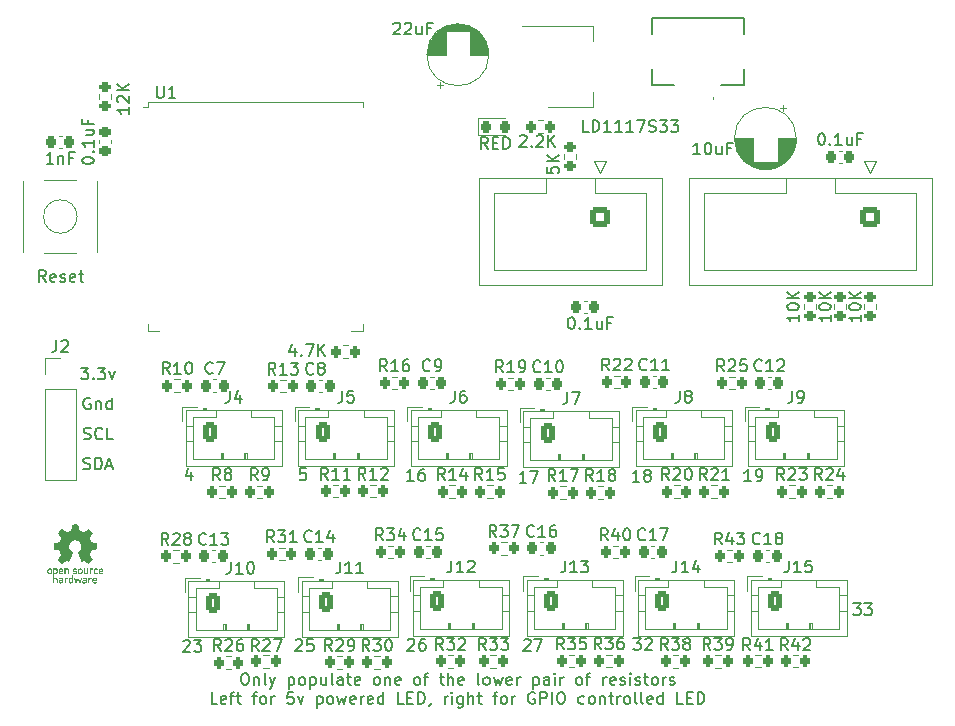
<source format=gto>
%TF.GenerationSoftware,KiCad,Pcbnew,(6.0.0)*%
%TF.CreationDate,2022-03-13T20:46:10-04:00*%
%TF.ProjectId,simple_button_breakout,73696d70-6c65-45f6-9275-74746f6e5f62,rev?*%
%TF.SameCoordinates,Original*%
%TF.FileFunction,Legend,Top*%
%TF.FilePolarity,Positive*%
%FSLAX46Y46*%
G04 Gerber Fmt 4.6, Leading zero omitted, Abs format (unit mm)*
G04 Created by KiCad (PCBNEW (6.0.0)) date 2022-03-13 20:46:10*
%MOMM*%
%LPD*%
G01*
G04 APERTURE LIST*
G04 Aperture macros list*
%AMRoundRect*
0 Rectangle with rounded corners*
0 $1 Rounding radius*
0 $2 $3 $4 $5 $6 $7 $8 $9 X,Y pos of 4 corners*
0 Add a 4 corners polygon primitive as box body*
4,1,4,$2,$3,$4,$5,$6,$7,$8,$9,$2,$3,0*
0 Add four circle primitives for the rounded corners*
1,1,$1+$1,$2,$3*
1,1,$1+$1,$4,$5*
1,1,$1+$1,$6,$7*
1,1,$1+$1,$8,$9*
0 Add four rect primitives between the rounded corners*
20,1,$1+$1,$2,$3,$4,$5,0*
20,1,$1+$1,$4,$5,$6,$7,0*
20,1,$1+$1,$6,$7,$8,$9,0*
20,1,$1+$1,$8,$9,$2,$3,0*%
G04 Aperture macros list end*
%ADD10C,0.150000*%
%ADD11C,0.120000*%
%ADD12C,0.200000*%
%ADD13C,0.100000*%
%ADD14C,3.200000*%
%ADD15R,1.600000X1.600000*%
%ADD16C,1.600000*%
%ADD17RoundRect,0.225000X0.225000X0.250000X-0.225000X0.250000X-0.225000X-0.250000X0.225000X-0.250000X0*%
%ADD18RoundRect,0.200000X-0.200000X-0.275000X0.200000X-0.275000X0.200000X0.275000X-0.200000X0.275000X0*%
%ADD19RoundRect,0.225000X-0.225000X-0.250000X0.225000X-0.250000X0.225000X0.250000X-0.225000X0.250000X0*%
%ADD20RoundRect,0.250000X-0.350000X-0.625000X0.350000X-0.625000X0.350000X0.625000X-0.350000X0.625000X0*%
%ADD21O,1.200000X1.750000*%
%ADD22C,1.700000*%
%ADD23R,1.700000X1.700000*%
%ADD24O,1.700000X1.700000*%
%ADD25RoundRect,0.200000X-0.275000X0.200000X-0.275000X-0.200000X0.275000X-0.200000X0.275000X0.200000X0*%
%ADD26RoundRect,0.218750X-0.218750X-0.256250X0.218750X-0.256250X0.218750X0.256250X-0.218750X0.256250X0*%
%ADD27R,2.000000X1.500000*%
%ADD28R,2.000000X3.800000*%
%ADD29R,2.000000X0.900000*%
%ADD30R,0.900000X2.000000*%
%ADD31R,5.000000X5.000000*%
%ADD32RoundRect,0.250000X-0.600000X0.600000X-0.600000X-0.600000X0.600000X-0.600000X0.600000X0.600000X0*%
%ADD33RoundRect,0.200000X0.200000X0.275000X-0.200000X0.275000X-0.200000X-0.275000X0.200000X-0.275000X0*%
%ADD34C,0.550000*%
%ADD35R,0.400000X1.350000*%
%ADD36R,1.900000X1.900000*%
%ADD37RoundRect,0.225000X-0.250000X0.225000X-0.250000X-0.225000X0.250000X-0.225000X0.250000X0.225000X0*%
G04 APERTURE END LIST*
D10*
X69675476Y-46721780D02*
X70294523Y-46721780D01*
X69961190Y-47102733D01*
X70104047Y-47102733D01*
X70199285Y-47150352D01*
X70246904Y-47197971D01*
X70294523Y-47293209D01*
X70294523Y-47531304D01*
X70246904Y-47626542D01*
X70199285Y-47674161D01*
X70104047Y-47721780D01*
X69818333Y-47721780D01*
X69723095Y-47674161D01*
X69675476Y-47626542D01*
X70627857Y-46721780D02*
X71246904Y-46721780D01*
X70913571Y-47102733D01*
X71056428Y-47102733D01*
X71151666Y-47150352D01*
X71199285Y-47197971D01*
X71246904Y-47293209D01*
X71246904Y-47531304D01*
X71199285Y-47626542D01*
X71151666Y-47674161D01*
X71056428Y-47721780D01*
X70770714Y-47721780D01*
X70675476Y-47674161D01*
X70627857Y-47626542D01*
X51057276Y-49668180D02*
X51676323Y-49668180D01*
X51342990Y-50049133D01*
X51485847Y-50049133D01*
X51581085Y-50096752D01*
X51628704Y-50144371D01*
X51676323Y-50239609D01*
X51676323Y-50477704D01*
X51628704Y-50572942D01*
X51581085Y-50620561D01*
X51485847Y-50668180D01*
X51200133Y-50668180D01*
X51104895Y-50620561D01*
X51057276Y-50572942D01*
X52057276Y-49763419D02*
X52104895Y-49715800D01*
X52200133Y-49668180D01*
X52438228Y-49668180D01*
X52533466Y-49715800D01*
X52581085Y-49763419D01*
X52628704Y-49858657D01*
X52628704Y-49953895D01*
X52581085Y-50096752D01*
X52009657Y-50668180D01*
X52628704Y-50668180D01*
X41783095Y-49839619D02*
X41830714Y-49792000D01*
X41925952Y-49744380D01*
X42164047Y-49744380D01*
X42259285Y-49792000D01*
X42306904Y-49839619D01*
X42354523Y-49934857D01*
X42354523Y-50030095D01*
X42306904Y-50172952D01*
X41735476Y-50744380D01*
X42354523Y-50744380D01*
X42687857Y-49744380D02*
X43354523Y-49744380D01*
X42925952Y-50744380D01*
X31953295Y-49814219D02*
X32000914Y-49766600D01*
X32096152Y-49718980D01*
X32334247Y-49718980D01*
X32429485Y-49766600D01*
X32477104Y-49814219D01*
X32524723Y-49909457D01*
X32524723Y-50004695D01*
X32477104Y-50147552D01*
X31905676Y-50718980D01*
X32524723Y-50718980D01*
X33381866Y-49718980D02*
X33191390Y-49718980D01*
X33096152Y-49766600D01*
X33048533Y-49814219D01*
X32953295Y-49957076D01*
X32905676Y-50147552D01*
X32905676Y-50528504D01*
X32953295Y-50623742D01*
X33000914Y-50671361D01*
X33096152Y-50718980D01*
X33286628Y-50718980D01*
X33381866Y-50671361D01*
X33429485Y-50623742D01*
X33477104Y-50528504D01*
X33477104Y-50290409D01*
X33429485Y-50195171D01*
X33381866Y-50147552D01*
X33286628Y-50099933D01*
X33096152Y-50099933D01*
X33000914Y-50147552D01*
X32953295Y-50195171D01*
X32905676Y-50290409D01*
X22453695Y-49865019D02*
X22501314Y-49817400D01*
X22596552Y-49769780D01*
X22834647Y-49769780D01*
X22929885Y-49817400D01*
X22977504Y-49865019D01*
X23025123Y-49960257D01*
X23025123Y-50055495D01*
X22977504Y-50198352D01*
X22406076Y-50769780D01*
X23025123Y-50769780D01*
X23929885Y-49769780D02*
X23453695Y-49769780D01*
X23406076Y-50245971D01*
X23453695Y-50198352D01*
X23548933Y-50150733D01*
X23787028Y-50150733D01*
X23882266Y-50198352D01*
X23929885Y-50245971D01*
X23977504Y-50341209D01*
X23977504Y-50579304D01*
X23929885Y-50674542D01*
X23882266Y-50722161D01*
X23787028Y-50769780D01*
X23548933Y-50769780D01*
X23453695Y-50722161D01*
X23406076Y-50674542D01*
X12954095Y-49915819D02*
X13001714Y-49868200D01*
X13096952Y-49820580D01*
X13335047Y-49820580D01*
X13430285Y-49868200D01*
X13477904Y-49915819D01*
X13525523Y-50011057D01*
X13525523Y-50106295D01*
X13477904Y-50249152D01*
X12906476Y-50820580D01*
X13525523Y-50820580D01*
X13858857Y-49820580D02*
X14477904Y-49820580D01*
X14144571Y-50201533D01*
X14287428Y-50201533D01*
X14382666Y-50249152D01*
X14430285Y-50296771D01*
X14477904Y-50392009D01*
X14477904Y-50630104D01*
X14430285Y-50725342D01*
X14382666Y-50772961D01*
X14287428Y-50820580D01*
X14001714Y-50820580D01*
X13906476Y-50772961D01*
X13858857Y-50725342D01*
X61023523Y-36367980D02*
X60452095Y-36367980D01*
X60737809Y-36367980D02*
X60737809Y-35367980D01*
X60642571Y-35510838D01*
X60547333Y-35606076D01*
X60452095Y-35653695D01*
X61499714Y-36367980D02*
X61690190Y-36367980D01*
X61785428Y-36320361D01*
X61833047Y-36272742D01*
X61928285Y-36129885D01*
X61975904Y-35939409D01*
X61975904Y-35558457D01*
X61928285Y-35463219D01*
X61880666Y-35415600D01*
X61785428Y-35367980D01*
X61594952Y-35367980D01*
X61499714Y-35415600D01*
X61452095Y-35463219D01*
X61404476Y-35558457D01*
X61404476Y-35796552D01*
X61452095Y-35891790D01*
X61499714Y-35939409D01*
X61594952Y-35987028D01*
X61785428Y-35987028D01*
X61880666Y-35939409D01*
X61928285Y-35891790D01*
X61975904Y-35796552D01*
X51574723Y-36418780D02*
X51003295Y-36418780D01*
X51289009Y-36418780D02*
X51289009Y-35418780D01*
X51193771Y-35561638D01*
X51098533Y-35656876D01*
X51003295Y-35704495D01*
X52146152Y-35847352D02*
X52050914Y-35799733D01*
X52003295Y-35752114D01*
X51955676Y-35656876D01*
X51955676Y-35609257D01*
X52003295Y-35514019D01*
X52050914Y-35466400D01*
X52146152Y-35418780D01*
X52336628Y-35418780D01*
X52431866Y-35466400D01*
X52479485Y-35514019D01*
X52527104Y-35609257D01*
X52527104Y-35656876D01*
X52479485Y-35752114D01*
X52431866Y-35799733D01*
X52336628Y-35847352D01*
X52146152Y-35847352D01*
X52050914Y-35894971D01*
X52003295Y-35942590D01*
X51955676Y-36037828D01*
X51955676Y-36228304D01*
X52003295Y-36323542D01*
X52050914Y-36371161D01*
X52146152Y-36418780D01*
X52336628Y-36418780D01*
X52431866Y-36371161D01*
X52479485Y-36323542D01*
X52527104Y-36228304D01*
X52527104Y-36037828D01*
X52479485Y-35942590D01*
X52431866Y-35894971D01*
X52336628Y-35847352D01*
X41998923Y-36520380D02*
X41427495Y-36520380D01*
X41713209Y-36520380D02*
X41713209Y-35520380D01*
X41617971Y-35663238D01*
X41522733Y-35758476D01*
X41427495Y-35806095D01*
X42332257Y-35520380D02*
X42998923Y-35520380D01*
X42570352Y-36520380D01*
X32473923Y-36342580D02*
X31902495Y-36342580D01*
X32188209Y-36342580D02*
X32188209Y-35342580D01*
X32092971Y-35485438D01*
X31997733Y-35580676D01*
X31902495Y-35628295D01*
X33331066Y-35342580D02*
X33140590Y-35342580D01*
X33045352Y-35390200D01*
X32997733Y-35437819D01*
X32902495Y-35580676D01*
X32854876Y-35771152D01*
X32854876Y-36152104D01*
X32902495Y-36247342D01*
X32950114Y-36294961D01*
X33045352Y-36342580D01*
X33235828Y-36342580D01*
X33331066Y-36294961D01*
X33378685Y-36247342D01*
X33426304Y-36152104D01*
X33426304Y-35914009D01*
X33378685Y-35818771D01*
X33331066Y-35771152D01*
X33235828Y-35723533D01*
X33045352Y-35723533D01*
X32950114Y-35771152D01*
X32902495Y-35818771D01*
X32854876Y-35914009D01*
X23326695Y-35291780D02*
X22850504Y-35291780D01*
X22802885Y-35767971D01*
X22850504Y-35720352D01*
X22945742Y-35672733D01*
X23183838Y-35672733D01*
X23279076Y-35720352D01*
X23326695Y-35767971D01*
X23374314Y-35863209D01*
X23374314Y-36101304D01*
X23326695Y-36196542D01*
X23279076Y-36244161D01*
X23183838Y-36291780D01*
X22945742Y-36291780D01*
X22850504Y-36244161D01*
X22802885Y-36196542D01*
X13627076Y-35625114D02*
X13627076Y-36291780D01*
X13388980Y-35244161D02*
X13150885Y-35958447D01*
X13769933Y-35958447D01*
X1301904Y-19502380D02*
X968571Y-19026190D01*
X730476Y-19502380D02*
X730476Y-18502380D01*
X1111428Y-18502380D01*
X1206666Y-18550000D01*
X1254285Y-18597619D01*
X1301904Y-18692857D01*
X1301904Y-18835714D01*
X1254285Y-18930952D01*
X1206666Y-18978571D01*
X1111428Y-19026190D01*
X730476Y-19026190D01*
X2111428Y-19454761D02*
X2016190Y-19502380D01*
X1825714Y-19502380D01*
X1730476Y-19454761D01*
X1682857Y-19359523D01*
X1682857Y-18978571D01*
X1730476Y-18883333D01*
X1825714Y-18835714D01*
X2016190Y-18835714D01*
X2111428Y-18883333D01*
X2159047Y-18978571D01*
X2159047Y-19073809D01*
X1682857Y-19169047D01*
X2540000Y-19454761D02*
X2635238Y-19502380D01*
X2825714Y-19502380D01*
X2920952Y-19454761D01*
X2968571Y-19359523D01*
X2968571Y-19311904D01*
X2920952Y-19216666D01*
X2825714Y-19169047D01*
X2682857Y-19169047D01*
X2587619Y-19121428D01*
X2540000Y-19026190D01*
X2540000Y-18978571D01*
X2587619Y-18883333D01*
X2682857Y-18835714D01*
X2825714Y-18835714D01*
X2920952Y-18883333D01*
X3778095Y-19454761D02*
X3682857Y-19502380D01*
X3492380Y-19502380D01*
X3397142Y-19454761D01*
X3349523Y-19359523D01*
X3349523Y-18978571D01*
X3397142Y-18883333D01*
X3492380Y-18835714D01*
X3682857Y-18835714D01*
X3778095Y-18883333D01*
X3825714Y-18978571D01*
X3825714Y-19073809D01*
X3349523Y-19169047D01*
X4111428Y-18835714D02*
X4492380Y-18835714D01*
X4254285Y-18502380D02*
X4254285Y-19359523D01*
X4301904Y-19454761D01*
X4397142Y-19502380D01*
X4492380Y-19502380D01*
X4524523Y-32789761D02*
X4667380Y-32837380D01*
X4905476Y-32837380D01*
X5000714Y-32789761D01*
X5048333Y-32742142D01*
X5095952Y-32646904D01*
X5095952Y-32551666D01*
X5048333Y-32456428D01*
X5000714Y-32408809D01*
X4905476Y-32361190D01*
X4715000Y-32313571D01*
X4619761Y-32265952D01*
X4572142Y-32218333D01*
X4524523Y-32123095D01*
X4524523Y-32027857D01*
X4572142Y-31932619D01*
X4619761Y-31885000D01*
X4715000Y-31837380D01*
X4953095Y-31837380D01*
X5095952Y-31885000D01*
X6095952Y-32742142D02*
X6048333Y-32789761D01*
X5905476Y-32837380D01*
X5810238Y-32837380D01*
X5667380Y-32789761D01*
X5572142Y-32694523D01*
X5524523Y-32599285D01*
X5476904Y-32408809D01*
X5476904Y-32265952D01*
X5524523Y-32075476D01*
X5572142Y-31980238D01*
X5667380Y-31885000D01*
X5810238Y-31837380D01*
X5905476Y-31837380D01*
X6048333Y-31885000D01*
X6095952Y-31932619D01*
X7000714Y-32837380D02*
X6524523Y-32837380D01*
X6524523Y-31837380D01*
X5072142Y-29345000D02*
X4976904Y-29297380D01*
X4834047Y-29297380D01*
X4691190Y-29345000D01*
X4595952Y-29440238D01*
X4548333Y-29535476D01*
X4500714Y-29725952D01*
X4500714Y-29868809D01*
X4548333Y-30059285D01*
X4595952Y-30154523D01*
X4691190Y-30249761D01*
X4834047Y-30297380D01*
X4929285Y-30297380D01*
X5072142Y-30249761D01*
X5119761Y-30202142D01*
X5119761Y-29868809D01*
X4929285Y-29868809D01*
X5548333Y-29630714D02*
X5548333Y-30297380D01*
X5548333Y-29725952D02*
X5595952Y-29678333D01*
X5691190Y-29630714D01*
X5834047Y-29630714D01*
X5929285Y-29678333D01*
X5976904Y-29773571D01*
X5976904Y-30297380D01*
X6881666Y-30297380D02*
X6881666Y-29297380D01*
X6881666Y-30249761D02*
X6786428Y-30297380D01*
X6595952Y-30297380D01*
X6500714Y-30249761D01*
X6453095Y-30202142D01*
X6405476Y-30106904D01*
X6405476Y-29821190D01*
X6453095Y-29725952D01*
X6500714Y-29678333D01*
X6595952Y-29630714D01*
X6786428Y-29630714D01*
X6881666Y-29678333D01*
X47276190Y-6802380D02*
X46800000Y-6802380D01*
X46800000Y-5802380D01*
X47609523Y-6802380D02*
X47609523Y-5802380D01*
X47847619Y-5802380D01*
X47990476Y-5850000D01*
X48085714Y-5945238D01*
X48133333Y-6040476D01*
X48180952Y-6230952D01*
X48180952Y-6373809D01*
X48133333Y-6564285D01*
X48085714Y-6659523D01*
X47990476Y-6754761D01*
X47847619Y-6802380D01*
X47609523Y-6802380D01*
X49133333Y-6802380D02*
X48561904Y-6802380D01*
X48847619Y-6802380D02*
X48847619Y-5802380D01*
X48752380Y-5945238D01*
X48657142Y-6040476D01*
X48561904Y-6088095D01*
X50085714Y-6802380D02*
X49514285Y-6802380D01*
X49800000Y-6802380D02*
X49800000Y-5802380D01*
X49704761Y-5945238D01*
X49609523Y-6040476D01*
X49514285Y-6088095D01*
X51038095Y-6802380D02*
X50466666Y-6802380D01*
X50752380Y-6802380D02*
X50752380Y-5802380D01*
X50657142Y-5945238D01*
X50561904Y-6040476D01*
X50466666Y-6088095D01*
X51371428Y-5802380D02*
X52038095Y-5802380D01*
X51609523Y-6802380D01*
X52371428Y-6754761D02*
X52514285Y-6802380D01*
X52752380Y-6802380D01*
X52847619Y-6754761D01*
X52895238Y-6707142D01*
X52942857Y-6611904D01*
X52942857Y-6516666D01*
X52895238Y-6421428D01*
X52847619Y-6373809D01*
X52752380Y-6326190D01*
X52561904Y-6278571D01*
X52466666Y-6230952D01*
X52419047Y-6183333D01*
X52371428Y-6088095D01*
X52371428Y-5992857D01*
X52419047Y-5897619D01*
X52466666Y-5850000D01*
X52561904Y-5802380D01*
X52800000Y-5802380D01*
X52942857Y-5850000D01*
X53276190Y-5802380D02*
X53895238Y-5802380D01*
X53561904Y-6183333D01*
X53704761Y-6183333D01*
X53800000Y-6230952D01*
X53847619Y-6278571D01*
X53895238Y-6373809D01*
X53895238Y-6611904D01*
X53847619Y-6707142D01*
X53800000Y-6754761D01*
X53704761Y-6802380D01*
X53419047Y-6802380D01*
X53323809Y-6754761D01*
X53276190Y-6707142D01*
X54228571Y-5802380D02*
X54847619Y-5802380D01*
X54514285Y-6183333D01*
X54657142Y-6183333D01*
X54752380Y-6230952D01*
X54800000Y-6278571D01*
X54847619Y-6373809D01*
X54847619Y-6611904D01*
X54800000Y-6707142D01*
X54752380Y-6754761D01*
X54657142Y-6802380D01*
X54371428Y-6802380D01*
X54276190Y-6754761D01*
X54228571Y-6707142D01*
X18075952Y-52622380D02*
X18266428Y-52622380D01*
X18361666Y-52670000D01*
X18456904Y-52765238D01*
X18504523Y-52955714D01*
X18504523Y-53289047D01*
X18456904Y-53479523D01*
X18361666Y-53574761D01*
X18266428Y-53622380D01*
X18075952Y-53622380D01*
X17980714Y-53574761D01*
X17885476Y-53479523D01*
X17837857Y-53289047D01*
X17837857Y-52955714D01*
X17885476Y-52765238D01*
X17980714Y-52670000D01*
X18075952Y-52622380D01*
X18933095Y-52955714D02*
X18933095Y-53622380D01*
X18933095Y-53050952D02*
X18980714Y-53003333D01*
X19075952Y-52955714D01*
X19218809Y-52955714D01*
X19314047Y-53003333D01*
X19361666Y-53098571D01*
X19361666Y-53622380D01*
X19980714Y-53622380D02*
X19885476Y-53574761D01*
X19837857Y-53479523D01*
X19837857Y-52622380D01*
X20266428Y-52955714D02*
X20504523Y-53622380D01*
X20742619Y-52955714D02*
X20504523Y-53622380D01*
X20409285Y-53860476D01*
X20361666Y-53908095D01*
X20266428Y-53955714D01*
X21885476Y-52955714D02*
X21885476Y-53955714D01*
X21885476Y-53003333D02*
X21980714Y-52955714D01*
X22171190Y-52955714D01*
X22266428Y-53003333D01*
X22314047Y-53050952D01*
X22361666Y-53146190D01*
X22361666Y-53431904D01*
X22314047Y-53527142D01*
X22266428Y-53574761D01*
X22171190Y-53622380D01*
X21980714Y-53622380D01*
X21885476Y-53574761D01*
X22933095Y-53622380D02*
X22837857Y-53574761D01*
X22790238Y-53527142D01*
X22742619Y-53431904D01*
X22742619Y-53146190D01*
X22790238Y-53050952D01*
X22837857Y-53003333D01*
X22933095Y-52955714D01*
X23075952Y-52955714D01*
X23171190Y-53003333D01*
X23218809Y-53050952D01*
X23266428Y-53146190D01*
X23266428Y-53431904D01*
X23218809Y-53527142D01*
X23171190Y-53574761D01*
X23075952Y-53622380D01*
X22933095Y-53622380D01*
X23694999Y-52955714D02*
X23694999Y-53955714D01*
X23694999Y-53003333D02*
X23790238Y-52955714D01*
X23980714Y-52955714D01*
X24075952Y-53003333D01*
X24123571Y-53050952D01*
X24171190Y-53146190D01*
X24171190Y-53431904D01*
X24123571Y-53527142D01*
X24075952Y-53574761D01*
X23980714Y-53622380D01*
X23790238Y-53622380D01*
X23694999Y-53574761D01*
X25028333Y-52955714D02*
X25028333Y-53622380D01*
X24599761Y-52955714D02*
X24599761Y-53479523D01*
X24647380Y-53574761D01*
X24742619Y-53622380D01*
X24885476Y-53622380D01*
X24980714Y-53574761D01*
X25028333Y-53527142D01*
X25647380Y-53622380D02*
X25552142Y-53574761D01*
X25504523Y-53479523D01*
X25504523Y-52622380D01*
X26456904Y-53622380D02*
X26456904Y-53098571D01*
X26409285Y-53003333D01*
X26314047Y-52955714D01*
X26123571Y-52955714D01*
X26028333Y-53003333D01*
X26456904Y-53574761D02*
X26361666Y-53622380D01*
X26123571Y-53622380D01*
X26028333Y-53574761D01*
X25980714Y-53479523D01*
X25980714Y-53384285D01*
X26028333Y-53289047D01*
X26123571Y-53241428D01*
X26361666Y-53241428D01*
X26456904Y-53193809D01*
X26790238Y-52955714D02*
X27171190Y-52955714D01*
X26933095Y-52622380D02*
X26933095Y-53479523D01*
X26980714Y-53574761D01*
X27075952Y-53622380D01*
X27171190Y-53622380D01*
X27885476Y-53574761D02*
X27790238Y-53622380D01*
X27599761Y-53622380D01*
X27504523Y-53574761D01*
X27456904Y-53479523D01*
X27456904Y-53098571D01*
X27504523Y-53003333D01*
X27599761Y-52955714D01*
X27790238Y-52955714D01*
X27885476Y-53003333D01*
X27933095Y-53098571D01*
X27933095Y-53193809D01*
X27456904Y-53289047D01*
X29266428Y-53622380D02*
X29171190Y-53574761D01*
X29123571Y-53527142D01*
X29075952Y-53431904D01*
X29075952Y-53146190D01*
X29123571Y-53050952D01*
X29171190Y-53003333D01*
X29266428Y-52955714D01*
X29409285Y-52955714D01*
X29504523Y-53003333D01*
X29552142Y-53050952D01*
X29599761Y-53146190D01*
X29599761Y-53431904D01*
X29552142Y-53527142D01*
X29504523Y-53574761D01*
X29409285Y-53622380D01*
X29266428Y-53622380D01*
X30028333Y-52955714D02*
X30028333Y-53622380D01*
X30028333Y-53050952D02*
X30075952Y-53003333D01*
X30171190Y-52955714D01*
X30314047Y-52955714D01*
X30409285Y-53003333D01*
X30456904Y-53098571D01*
X30456904Y-53622380D01*
X31314047Y-53574761D02*
X31218809Y-53622380D01*
X31028333Y-53622380D01*
X30933095Y-53574761D01*
X30885476Y-53479523D01*
X30885476Y-53098571D01*
X30933095Y-53003333D01*
X31028333Y-52955714D01*
X31218809Y-52955714D01*
X31314047Y-53003333D01*
X31361666Y-53098571D01*
X31361666Y-53193809D01*
X30885476Y-53289047D01*
X32694999Y-53622380D02*
X32599761Y-53574761D01*
X32552142Y-53527142D01*
X32504523Y-53431904D01*
X32504523Y-53146190D01*
X32552142Y-53050952D01*
X32599761Y-53003333D01*
X32694999Y-52955714D01*
X32837857Y-52955714D01*
X32933095Y-53003333D01*
X32980714Y-53050952D01*
X33028333Y-53146190D01*
X33028333Y-53431904D01*
X32980714Y-53527142D01*
X32933095Y-53574761D01*
X32837857Y-53622380D01*
X32694999Y-53622380D01*
X33314047Y-52955714D02*
X33694999Y-52955714D01*
X33456904Y-53622380D02*
X33456904Y-52765238D01*
X33504523Y-52670000D01*
X33599761Y-52622380D01*
X33694999Y-52622380D01*
X34647380Y-52955714D02*
X35028333Y-52955714D01*
X34790238Y-52622380D02*
X34790238Y-53479523D01*
X34837857Y-53574761D01*
X34933095Y-53622380D01*
X35028333Y-53622380D01*
X35361666Y-53622380D02*
X35361666Y-52622380D01*
X35790238Y-53622380D02*
X35790238Y-53098571D01*
X35742619Y-53003333D01*
X35647380Y-52955714D01*
X35504523Y-52955714D01*
X35409285Y-53003333D01*
X35361666Y-53050952D01*
X36647380Y-53574761D02*
X36552142Y-53622380D01*
X36361666Y-53622380D01*
X36266428Y-53574761D01*
X36218809Y-53479523D01*
X36218809Y-53098571D01*
X36266428Y-53003333D01*
X36361666Y-52955714D01*
X36552142Y-52955714D01*
X36647380Y-53003333D01*
X36694999Y-53098571D01*
X36694999Y-53193809D01*
X36218809Y-53289047D01*
X38028333Y-53622380D02*
X37933095Y-53574761D01*
X37885476Y-53479523D01*
X37885476Y-52622380D01*
X38552142Y-53622380D02*
X38456904Y-53574761D01*
X38409285Y-53527142D01*
X38361666Y-53431904D01*
X38361666Y-53146190D01*
X38409285Y-53050952D01*
X38456904Y-53003333D01*
X38552142Y-52955714D01*
X38694999Y-52955714D01*
X38790238Y-53003333D01*
X38837857Y-53050952D01*
X38885476Y-53146190D01*
X38885476Y-53431904D01*
X38837857Y-53527142D01*
X38790238Y-53574761D01*
X38694999Y-53622380D01*
X38552142Y-53622380D01*
X39218809Y-52955714D02*
X39409285Y-53622380D01*
X39599761Y-53146190D01*
X39790238Y-53622380D01*
X39980714Y-52955714D01*
X40742619Y-53574761D02*
X40647380Y-53622380D01*
X40456904Y-53622380D01*
X40361666Y-53574761D01*
X40314047Y-53479523D01*
X40314047Y-53098571D01*
X40361666Y-53003333D01*
X40456904Y-52955714D01*
X40647380Y-52955714D01*
X40742619Y-53003333D01*
X40790238Y-53098571D01*
X40790238Y-53193809D01*
X40314047Y-53289047D01*
X41218809Y-53622380D02*
X41218809Y-52955714D01*
X41218809Y-53146190D02*
X41266428Y-53050952D01*
X41314047Y-53003333D01*
X41409285Y-52955714D01*
X41504523Y-52955714D01*
X42599761Y-52955714D02*
X42599761Y-53955714D01*
X42599761Y-53003333D02*
X42694999Y-52955714D01*
X42885476Y-52955714D01*
X42980714Y-53003333D01*
X43028333Y-53050952D01*
X43075952Y-53146190D01*
X43075952Y-53431904D01*
X43028333Y-53527142D01*
X42980714Y-53574761D01*
X42885476Y-53622380D01*
X42694999Y-53622380D01*
X42599761Y-53574761D01*
X43933095Y-53622380D02*
X43933095Y-53098571D01*
X43885476Y-53003333D01*
X43790238Y-52955714D01*
X43599761Y-52955714D01*
X43504523Y-53003333D01*
X43933095Y-53574761D02*
X43837857Y-53622380D01*
X43599761Y-53622380D01*
X43504523Y-53574761D01*
X43456904Y-53479523D01*
X43456904Y-53384285D01*
X43504523Y-53289047D01*
X43599761Y-53241428D01*
X43837857Y-53241428D01*
X43933095Y-53193809D01*
X44409285Y-53622380D02*
X44409285Y-52955714D01*
X44409285Y-52622380D02*
X44361666Y-52670000D01*
X44409285Y-52717619D01*
X44456904Y-52670000D01*
X44409285Y-52622380D01*
X44409285Y-52717619D01*
X44885476Y-53622380D02*
X44885476Y-52955714D01*
X44885476Y-53146190D02*
X44933095Y-53050952D01*
X44980714Y-53003333D01*
X45075952Y-52955714D01*
X45171190Y-52955714D01*
X46409285Y-53622380D02*
X46314047Y-53574761D01*
X46266428Y-53527142D01*
X46218809Y-53431904D01*
X46218809Y-53146190D01*
X46266428Y-53050952D01*
X46314047Y-53003333D01*
X46409285Y-52955714D01*
X46552142Y-52955714D01*
X46647380Y-53003333D01*
X46694999Y-53050952D01*
X46742619Y-53146190D01*
X46742619Y-53431904D01*
X46694999Y-53527142D01*
X46647380Y-53574761D01*
X46552142Y-53622380D01*
X46409285Y-53622380D01*
X47028333Y-52955714D02*
X47409285Y-52955714D01*
X47171190Y-53622380D02*
X47171190Y-52765238D01*
X47218809Y-52670000D01*
X47314047Y-52622380D01*
X47409285Y-52622380D01*
X48504523Y-53622380D02*
X48504523Y-52955714D01*
X48504523Y-53146190D02*
X48552142Y-53050952D01*
X48599761Y-53003333D01*
X48694999Y-52955714D01*
X48790238Y-52955714D01*
X49504523Y-53574761D02*
X49409285Y-53622380D01*
X49218809Y-53622380D01*
X49123571Y-53574761D01*
X49075952Y-53479523D01*
X49075952Y-53098571D01*
X49123571Y-53003333D01*
X49218809Y-52955714D01*
X49409285Y-52955714D01*
X49504523Y-53003333D01*
X49552142Y-53098571D01*
X49552142Y-53193809D01*
X49075952Y-53289047D01*
X49933095Y-53574761D02*
X50028333Y-53622380D01*
X50218809Y-53622380D01*
X50314047Y-53574761D01*
X50361666Y-53479523D01*
X50361666Y-53431904D01*
X50314047Y-53336666D01*
X50218809Y-53289047D01*
X50075952Y-53289047D01*
X49980714Y-53241428D01*
X49933095Y-53146190D01*
X49933095Y-53098571D01*
X49980714Y-53003333D01*
X50075952Y-52955714D01*
X50218809Y-52955714D01*
X50314047Y-53003333D01*
X50790238Y-53622380D02*
X50790238Y-52955714D01*
X50790238Y-52622380D02*
X50742619Y-52670000D01*
X50790238Y-52717619D01*
X50837857Y-52670000D01*
X50790238Y-52622380D01*
X50790238Y-52717619D01*
X51218809Y-53574761D02*
X51314047Y-53622380D01*
X51504523Y-53622380D01*
X51599761Y-53574761D01*
X51647380Y-53479523D01*
X51647380Y-53431904D01*
X51599761Y-53336666D01*
X51504523Y-53289047D01*
X51361666Y-53289047D01*
X51266428Y-53241428D01*
X51218809Y-53146190D01*
X51218809Y-53098571D01*
X51266428Y-53003333D01*
X51361666Y-52955714D01*
X51504523Y-52955714D01*
X51599761Y-53003333D01*
X51933095Y-52955714D02*
X52314047Y-52955714D01*
X52075952Y-52622380D02*
X52075952Y-53479523D01*
X52123571Y-53574761D01*
X52218809Y-53622380D01*
X52314047Y-53622380D01*
X52790238Y-53622380D02*
X52694999Y-53574761D01*
X52647380Y-53527142D01*
X52599761Y-53431904D01*
X52599761Y-53146190D01*
X52647380Y-53050952D01*
X52694999Y-53003333D01*
X52790238Y-52955714D01*
X52933095Y-52955714D01*
X53028333Y-53003333D01*
X53075952Y-53050952D01*
X53123571Y-53146190D01*
X53123571Y-53431904D01*
X53075952Y-53527142D01*
X53028333Y-53574761D01*
X52933095Y-53622380D01*
X52790238Y-53622380D01*
X53552142Y-53622380D02*
X53552142Y-52955714D01*
X53552142Y-53146190D02*
X53599761Y-53050952D01*
X53647380Y-53003333D01*
X53742619Y-52955714D01*
X53837857Y-52955714D01*
X54123571Y-53574761D02*
X54218809Y-53622380D01*
X54409285Y-53622380D01*
X54504523Y-53574761D01*
X54552142Y-53479523D01*
X54552142Y-53431904D01*
X54504523Y-53336666D01*
X54409285Y-53289047D01*
X54266428Y-53289047D01*
X54171190Y-53241428D01*
X54123571Y-53146190D01*
X54123571Y-53098571D01*
X54171190Y-53003333D01*
X54266428Y-52955714D01*
X54409285Y-52955714D01*
X54504523Y-53003333D01*
X15837857Y-55232380D02*
X15361666Y-55232380D01*
X15361666Y-54232380D01*
X16552142Y-55184761D02*
X16456904Y-55232380D01*
X16266428Y-55232380D01*
X16171190Y-55184761D01*
X16123571Y-55089523D01*
X16123571Y-54708571D01*
X16171190Y-54613333D01*
X16266428Y-54565714D01*
X16456904Y-54565714D01*
X16552142Y-54613333D01*
X16599761Y-54708571D01*
X16599761Y-54803809D01*
X16123571Y-54899047D01*
X16885476Y-54565714D02*
X17266428Y-54565714D01*
X17028333Y-55232380D02*
X17028333Y-54375238D01*
X17075952Y-54280000D01*
X17171190Y-54232380D01*
X17266428Y-54232380D01*
X17456904Y-54565714D02*
X17837857Y-54565714D01*
X17599761Y-54232380D02*
X17599761Y-55089523D01*
X17647380Y-55184761D01*
X17742619Y-55232380D01*
X17837857Y-55232380D01*
X18790238Y-54565714D02*
X19171190Y-54565714D01*
X18933095Y-55232380D02*
X18933095Y-54375238D01*
X18980714Y-54280000D01*
X19075952Y-54232380D01*
X19171190Y-54232380D01*
X19647380Y-55232380D02*
X19552142Y-55184761D01*
X19504523Y-55137142D01*
X19456904Y-55041904D01*
X19456904Y-54756190D01*
X19504523Y-54660952D01*
X19552142Y-54613333D01*
X19647380Y-54565714D01*
X19790238Y-54565714D01*
X19885476Y-54613333D01*
X19933095Y-54660952D01*
X19980714Y-54756190D01*
X19980714Y-55041904D01*
X19933095Y-55137142D01*
X19885476Y-55184761D01*
X19790238Y-55232380D01*
X19647380Y-55232380D01*
X20409285Y-55232380D02*
X20409285Y-54565714D01*
X20409285Y-54756190D02*
X20456904Y-54660952D01*
X20504523Y-54613333D01*
X20599761Y-54565714D01*
X20694999Y-54565714D01*
X22266428Y-54232380D02*
X21790238Y-54232380D01*
X21742619Y-54708571D01*
X21790238Y-54660952D01*
X21885476Y-54613333D01*
X22123571Y-54613333D01*
X22218809Y-54660952D01*
X22266428Y-54708571D01*
X22314047Y-54803809D01*
X22314047Y-55041904D01*
X22266428Y-55137142D01*
X22218809Y-55184761D01*
X22123571Y-55232380D01*
X21885476Y-55232380D01*
X21790238Y-55184761D01*
X21742619Y-55137142D01*
X22647380Y-54565714D02*
X22885476Y-55232380D01*
X23123571Y-54565714D01*
X24266428Y-54565714D02*
X24266428Y-55565714D01*
X24266428Y-54613333D02*
X24361666Y-54565714D01*
X24552142Y-54565714D01*
X24647380Y-54613333D01*
X24694999Y-54660952D01*
X24742619Y-54756190D01*
X24742619Y-55041904D01*
X24694999Y-55137142D01*
X24647380Y-55184761D01*
X24552142Y-55232380D01*
X24361666Y-55232380D01*
X24266428Y-55184761D01*
X25314047Y-55232380D02*
X25218809Y-55184761D01*
X25171190Y-55137142D01*
X25123571Y-55041904D01*
X25123571Y-54756190D01*
X25171190Y-54660952D01*
X25218809Y-54613333D01*
X25314047Y-54565714D01*
X25456904Y-54565714D01*
X25552142Y-54613333D01*
X25599761Y-54660952D01*
X25647380Y-54756190D01*
X25647380Y-55041904D01*
X25599761Y-55137142D01*
X25552142Y-55184761D01*
X25456904Y-55232380D01*
X25314047Y-55232380D01*
X25980714Y-54565714D02*
X26171190Y-55232380D01*
X26361666Y-54756190D01*
X26552142Y-55232380D01*
X26742619Y-54565714D01*
X27504523Y-55184761D02*
X27409285Y-55232380D01*
X27218809Y-55232380D01*
X27123571Y-55184761D01*
X27075952Y-55089523D01*
X27075952Y-54708571D01*
X27123571Y-54613333D01*
X27218809Y-54565714D01*
X27409285Y-54565714D01*
X27504523Y-54613333D01*
X27552142Y-54708571D01*
X27552142Y-54803809D01*
X27075952Y-54899047D01*
X27980714Y-55232380D02*
X27980714Y-54565714D01*
X27980714Y-54756190D02*
X28028333Y-54660952D01*
X28075952Y-54613333D01*
X28171190Y-54565714D01*
X28266428Y-54565714D01*
X28980714Y-55184761D02*
X28885476Y-55232380D01*
X28694999Y-55232380D01*
X28599761Y-55184761D01*
X28552142Y-55089523D01*
X28552142Y-54708571D01*
X28599761Y-54613333D01*
X28694999Y-54565714D01*
X28885476Y-54565714D01*
X28980714Y-54613333D01*
X29028333Y-54708571D01*
X29028333Y-54803809D01*
X28552142Y-54899047D01*
X29885476Y-55232380D02*
X29885476Y-54232380D01*
X29885476Y-55184761D02*
X29790238Y-55232380D01*
X29599761Y-55232380D01*
X29504523Y-55184761D01*
X29456904Y-55137142D01*
X29409285Y-55041904D01*
X29409285Y-54756190D01*
X29456904Y-54660952D01*
X29504523Y-54613333D01*
X29599761Y-54565714D01*
X29790238Y-54565714D01*
X29885476Y-54613333D01*
X31599761Y-55232380D02*
X31123571Y-55232380D01*
X31123571Y-54232380D01*
X31933095Y-54708571D02*
X32266428Y-54708571D01*
X32409285Y-55232380D02*
X31933095Y-55232380D01*
X31933095Y-54232380D01*
X32409285Y-54232380D01*
X32837857Y-55232380D02*
X32837857Y-54232380D01*
X33075952Y-54232380D01*
X33218809Y-54280000D01*
X33314047Y-54375238D01*
X33361666Y-54470476D01*
X33409285Y-54660952D01*
X33409285Y-54803809D01*
X33361666Y-54994285D01*
X33314047Y-55089523D01*
X33218809Y-55184761D01*
X33075952Y-55232380D01*
X32837857Y-55232380D01*
X33885476Y-55184761D02*
X33885476Y-55232380D01*
X33837857Y-55327619D01*
X33790238Y-55375238D01*
X35075952Y-55232380D02*
X35075952Y-54565714D01*
X35075952Y-54756190D02*
X35123571Y-54660952D01*
X35171190Y-54613333D01*
X35266428Y-54565714D01*
X35361666Y-54565714D01*
X35695000Y-55232380D02*
X35695000Y-54565714D01*
X35695000Y-54232380D02*
X35647380Y-54280000D01*
X35695000Y-54327619D01*
X35742619Y-54280000D01*
X35695000Y-54232380D01*
X35695000Y-54327619D01*
X36599761Y-54565714D02*
X36599761Y-55375238D01*
X36552142Y-55470476D01*
X36504523Y-55518095D01*
X36409285Y-55565714D01*
X36266428Y-55565714D01*
X36171190Y-55518095D01*
X36599761Y-55184761D02*
X36504523Y-55232380D01*
X36314047Y-55232380D01*
X36218809Y-55184761D01*
X36171190Y-55137142D01*
X36123571Y-55041904D01*
X36123571Y-54756190D01*
X36171190Y-54660952D01*
X36218809Y-54613333D01*
X36314047Y-54565714D01*
X36504523Y-54565714D01*
X36599761Y-54613333D01*
X37075952Y-55232380D02*
X37075952Y-54232380D01*
X37504523Y-55232380D02*
X37504523Y-54708571D01*
X37456904Y-54613333D01*
X37361666Y-54565714D01*
X37218809Y-54565714D01*
X37123571Y-54613333D01*
X37075952Y-54660952D01*
X37837857Y-54565714D02*
X38218809Y-54565714D01*
X37980714Y-54232380D02*
X37980714Y-55089523D01*
X38028333Y-55184761D01*
X38123571Y-55232380D01*
X38218809Y-55232380D01*
X39171190Y-54565714D02*
X39552142Y-54565714D01*
X39314047Y-55232380D02*
X39314047Y-54375238D01*
X39361666Y-54280000D01*
X39456904Y-54232380D01*
X39552142Y-54232380D01*
X40028333Y-55232380D02*
X39933095Y-55184761D01*
X39885476Y-55137142D01*
X39837857Y-55041904D01*
X39837857Y-54756190D01*
X39885476Y-54660952D01*
X39933095Y-54613333D01*
X40028333Y-54565714D01*
X40171190Y-54565714D01*
X40266428Y-54613333D01*
X40314047Y-54660952D01*
X40361666Y-54756190D01*
X40361666Y-55041904D01*
X40314047Y-55137142D01*
X40266428Y-55184761D01*
X40171190Y-55232380D01*
X40028333Y-55232380D01*
X40790238Y-55232380D02*
X40790238Y-54565714D01*
X40790238Y-54756190D02*
X40837857Y-54660952D01*
X40885476Y-54613333D01*
X40980714Y-54565714D01*
X41075952Y-54565714D01*
X42694999Y-54280000D02*
X42599761Y-54232380D01*
X42456904Y-54232380D01*
X42314047Y-54280000D01*
X42218809Y-54375238D01*
X42171190Y-54470476D01*
X42123571Y-54660952D01*
X42123571Y-54803809D01*
X42171190Y-54994285D01*
X42218809Y-55089523D01*
X42314047Y-55184761D01*
X42456904Y-55232380D01*
X42552142Y-55232380D01*
X42694999Y-55184761D01*
X42742619Y-55137142D01*
X42742619Y-54803809D01*
X42552142Y-54803809D01*
X43171190Y-55232380D02*
X43171190Y-54232380D01*
X43552142Y-54232380D01*
X43647380Y-54280000D01*
X43694999Y-54327619D01*
X43742619Y-54422857D01*
X43742619Y-54565714D01*
X43694999Y-54660952D01*
X43647380Y-54708571D01*
X43552142Y-54756190D01*
X43171190Y-54756190D01*
X44171190Y-55232380D02*
X44171190Y-54232380D01*
X44837857Y-54232380D02*
X45028333Y-54232380D01*
X45123571Y-54280000D01*
X45218809Y-54375238D01*
X45266428Y-54565714D01*
X45266428Y-54899047D01*
X45218809Y-55089523D01*
X45123571Y-55184761D01*
X45028333Y-55232380D01*
X44837857Y-55232380D01*
X44742619Y-55184761D01*
X44647380Y-55089523D01*
X44599761Y-54899047D01*
X44599761Y-54565714D01*
X44647380Y-54375238D01*
X44742619Y-54280000D01*
X44837857Y-54232380D01*
X46885476Y-55184761D02*
X46790238Y-55232380D01*
X46599761Y-55232380D01*
X46504523Y-55184761D01*
X46456904Y-55137142D01*
X46409285Y-55041904D01*
X46409285Y-54756190D01*
X46456904Y-54660952D01*
X46504523Y-54613333D01*
X46599761Y-54565714D01*
X46790238Y-54565714D01*
X46885476Y-54613333D01*
X47456904Y-55232380D02*
X47361666Y-55184761D01*
X47314047Y-55137142D01*
X47266428Y-55041904D01*
X47266428Y-54756190D01*
X47314047Y-54660952D01*
X47361666Y-54613333D01*
X47456904Y-54565714D01*
X47599761Y-54565714D01*
X47694999Y-54613333D01*
X47742619Y-54660952D01*
X47790238Y-54756190D01*
X47790238Y-55041904D01*
X47742619Y-55137142D01*
X47694999Y-55184761D01*
X47599761Y-55232380D01*
X47456904Y-55232380D01*
X48218809Y-54565714D02*
X48218809Y-55232380D01*
X48218809Y-54660952D02*
X48266428Y-54613333D01*
X48361666Y-54565714D01*
X48504523Y-54565714D01*
X48599761Y-54613333D01*
X48647380Y-54708571D01*
X48647380Y-55232380D01*
X48980714Y-54565714D02*
X49361666Y-54565714D01*
X49123571Y-54232380D02*
X49123571Y-55089523D01*
X49171190Y-55184761D01*
X49266428Y-55232380D01*
X49361666Y-55232380D01*
X49694999Y-55232380D02*
X49694999Y-54565714D01*
X49694999Y-54756190D02*
X49742619Y-54660952D01*
X49790238Y-54613333D01*
X49885476Y-54565714D01*
X49980714Y-54565714D01*
X50456904Y-55232380D02*
X50361666Y-55184761D01*
X50314047Y-55137142D01*
X50266428Y-55041904D01*
X50266428Y-54756190D01*
X50314047Y-54660952D01*
X50361666Y-54613333D01*
X50456904Y-54565714D01*
X50599761Y-54565714D01*
X50694999Y-54613333D01*
X50742619Y-54660952D01*
X50790238Y-54756190D01*
X50790238Y-55041904D01*
X50742619Y-55137142D01*
X50694999Y-55184761D01*
X50599761Y-55232380D01*
X50456904Y-55232380D01*
X51361666Y-55232380D02*
X51266428Y-55184761D01*
X51218809Y-55089523D01*
X51218809Y-54232380D01*
X51885476Y-55232380D02*
X51790238Y-55184761D01*
X51742619Y-55089523D01*
X51742619Y-54232380D01*
X52647380Y-55184761D02*
X52552142Y-55232380D01*
X52361666Y-55232380D01*
X52266428Y-55184761D01*
X52218809Y-55089523D01*
X52218809Y-54708571D01*
X52266428Y-54613333D01*
X52361666Y-54565714D01*
X52552142Y-54565714D01*
X52647380Y-54613333D01*
X52694999Y-54708571D01*
X52694999Y-54803809D01*
X52218809Y-54899047D01*
X53552142Y-55232380D02*
X53552142Y-54232380D01*
X53552142Y-55184761D02*
X53456904Y-55232380D01*
X53266428Y-55232380D01*
X53171190Y-55184761D01*
X53123571Y-55137142D01*
X53075952Y-55041904D01*
X53075952Y-54756190D01*
X53123571Y-54660952D01*
X53171190Y-54613333D01*
X53266428Y-54565714D01*
X53456904Y-54565714D01*
X53552142Y-54613333D01*
X55266428Y-55232380D02*
X54790238Y-55232380D01*
X54790238Y-54232380D01*
X55599761Y-54708571D02*
X55933095Y-54708571D01*
X56075952Y-55232380D02*
X55599761Y-55232380D01*
X55599761Y-54232380D01*
X56075952Y-54232380D01*
X56504523Y-55232380D02*
X56504523Y-54232380D01*
X56742619Y-54232380D01*
X56885476Y-54280000D01*
X56980714Y-54375238D01*
X57028333Y-54470476D01*
X57075952Y-54660952D01*
X57075952Y-54803809D01*
X57028333Y-54994285D01*
X56980714Y-55089523D01*
X56885476Y-55184761D01*
X56742619Y-55232380D01*
X56504523Y-55232380D01*
X4500714Y-35329761D02*
X4643571Y-35377380D01*
X4881666Y-35377380D01*
X4976904Y-35329761D01*
X5024523Y-35282142D01*
X5072142Y-35186904D01*
X5072142Y-35091666D01*
X5024523Y-34996428D01*
X4976904Y-34948809D01*
X4881666Y-34901190D01*
X4691190Y-34853571D01*
X4595952Y-34805952D01*
X4548333Y-34758333D01*
X4500714Y-34663095D01*
X4500714Y-34567857D01*
X4548333Y-34472619D01*
X4595952Y-34425000D01*
X4691190Y-34377380D01*
X4929285Y-34377380D01*
X5072142Y-34425000D01*
X5500714Y-35377380D02*
X5500714Y-34377380D01*
X5738809Y-34377380D01*
X5881666Y-34425000D01*
X5976904Y-34520238D01*
X6024523Y-34615476D01*
X6072142Y-34805952D01*
X6072142Y-34948809D01*
X6024523Y-35139285D01*
X5976904Y-35234523D01*
X5881666Y-35329761D01*
X5738809Y-35377380D01*
X5500714Y-35377380D01*
X6453095Y-35091666D02*
X6929285Y-35091666D01*
X6357857Y-35377380D02*
X6691190Y-34377380D01*
X7024523Y-35377380D01*
X4286428Y-26757380D02*
X4905476Y-26757380D01*
X4572142Y-27138333D01*
X4715000Y-27138333D01*
X4810238Y-27185952D01*
X4857857Y-27233571D01*
X4905476Y-27328809D01*
X4905476Y-27566904D01*
X4857857Y-27662142D01*
X4810238Y-27709761D01*
X4715000Y-27757380D01*
X4429285Y-27757380D01*
X4334047Y-27709761D01*
X4286428Y-27662142D01*
X5334047Y-27662142D02*
X5381666Y-27709761D01*
X5334047Y-27757380D01*
X5286428Y-27709761D01*
X5334047Y-27662142D01*
X5334047Y-27757380D01*
X5715000Y-26757380D02*
X6334047Y-26757380D01*
X6000714Y-27138333D01*
X6143571Y-27138333D01*
X6238809Y-27185952D01*
X6286428Y-27233571D01*
X6334047Y-27328809D01*
X6334047Y-27566904D01*
X6286428Y-27662142D01*
X6238809Y-27709761D01*
X6143571Y-27757380D01*
X5857857Y-27757380D01*
X5762619Y-27709761D01*
X5715000Y-27662142D01*
X6667380Y-27090714D02*
X6905476Y-27757380D01*
X7143571Y-27090714D01*
%TO.C,C4*%
X56713571Y-8707380D02*
X56142142Y-8707380D01*
X56427857Y-8707380D02*
X56427857Y-7707380D01*
X56332619Y-7850238D01*
X56237380Y-7945476D01*
X56142142Y-7993095D01*
X57332619Y-7707380D02*
X57427857Y-7707380D01*
X57523095Y-7755000D01*
X57570714Y-7802619D01*
X57618333Y-7897857D01*
X57665952Y-8088333D01*
X57665952Y-8326428D01*
X57618333Y-8516904D01*
X57570714Y-8612142D01*
X57523095Y-8659761D01*
X57427857Y-8707380D01*
X57332619Y-8707380D01*
X57237380Y-8659761D01*
X57189761Y-8612142D01*
X57142142Y-8516904D01*
X57094523Y-8326428D01*
X57094523Y-8088333D01*
X57142142Y-7897857D01*
X57189761Y-7802619D01*
X57237380Y-7755000D01*
X57332619Y-7707380D01*
X58523095Y-8040714D02*
X58523095Y-8707380D01*
X58094523Y-8040714D02*
X58094523Y-8564523D01*
X58142142Y-8659761D01*
X58237380Y-8707380D01*
X58380238Y-8707380D01*
X58475476Y-8659761D01*
X58523095Y-8612142D01*
X59332619Y-8183571D02*
X58999285Y-8183571D01*
X58999285Y-8707380D02*
X58999285Y-7707380D01*
X59475476Y-7707380D01*
%TO.C,C6*%
X45753542Y-22490180D02*
X45848780Y-22490180D01*
X45944019Y-22537800D01*
X45991638Y-22585419D01*
X46039257Y-22680657D01*
X46086876Y-22871133D01*
X46086876Y-23109228D01*
X46039257Y-23299704D01*
X45991638Y-23394942D01*
X45944019Y-23442561D01*
X45848780Y-23490180D01*
X45753542Y-23490180D01*
X45658304Y-23442561D01*
X45610685Y-23394942D01*
X45563066Y-23299704D01*
X45515447Y-23109228D01*
X45515447Y-22871133D01*
X45563066Y-22680657D01*
X45610685Y-22585419D01*
X45658304Y-22537800D01*
X45753542Y-22490180D01*
X46515447Y-23394942D02*
X46563066Y-23442561D01*
X46515447Y-23490180D01*
X46467828Y-23442561D01*
X46515447Y-23394942D01*
X46515447Y-23490180D01*
X47515447Y-23490180D02*
X46944019Y-23490180D01*
X47229733Y-23490180D02*
X47229733Y-22490180D01*
X47134495Y-22633038D01*
X47039257Y-22728276D01*
X46944019Y-22775895D01*
X48372590Y-22823514D02*
X48372590Y-23490180D01*
X47944019Y-22823514D02*
X47944019Y-23347323D01*
X47991638Y-23442561D01*
X48086876Y-23490180D01*
X48229733Y-23490180D01*
X48324971Y-23442561D01*
X48372590Y-23394942D01*
X49182114Y-22966371D02*
X48848780Y-22966371D01*
X48848780Y-23490180D02*
X48848780Y-22490180D01*
X49324971Y-22490180D01*
%TO.C,R27*%
X19321542Y-50769780D02*
X18988209Y-50293590D01*
X18750114Y-50769780D02*
X18750114Y-49769780D01*
X19131066Y-49769780D01*
X19226304Y-49817400D01*
X19273923Y-49865019D01*
X19321542Y-49960257D01*
X19321542Y-50103114D01*
X19273923Y-50198352D01*
X19226304Y-50245971D01*
X19131066Y-50293590D01*
X18750114Y-50293590D01*
X19702495Y-49865019D02*
X19750114Y-49817400D01*
X19845352Y-49769780D01*
X20083447Y-49769780D01*
X20178685Y-49817400D01*
X20226304Y-49865019D01*
X20273923Y-49960257D01*
X20273923Y-50055495D01*
X20226304Y-50198352D01*
X19654876Y-50769780D01*
X20273923Y-50769780D01*
X20607257Y-49769780D02*
X21273923Y-49769780D01*
X20845352Y-50769780D01*
%TO.C,C17*%
X52062142Y-41283142D02*
X52014523Y-41330761D01*
X51871666Y-41378380D01*
X51776428Y-41378380D01*
X51633571Y-41330761D01*
X51538333Y-41235523D01*
X51490714Y-41140285D01*
X51443095Y-40949809D01*
X51443095Y-40806952D01*
X51490714Y-40616476D01*
X51538333Y-40521238D01*
X51633571Y-40426000D01*
X51776428Y-40378380D01*
X51871666Y-40378380D01*
X52014523Y-40426000D01*
X52062142Y-40473619D01*
X53014523Y-41378380D02*
X52443095Y-41378380D01*
X52728809Y-41378380D02*
X52728809Y-40378380D01*
X52633571Y-40521238D01*
X52538333Y-40616476D01*
X52443095Y-40664095D01*
X53347857Y-40378380D02*
X54014523Y-40378380D01*
X53585952Y-41378380D01*
%TO.C,R40*%
X48887142Y-41378380D02*
X48553809Y-40902190D01*
X48315714Y-41378380D02*
X48315714Y-40378380D01*
X48696666Y-40378380D01*
X48791904Y-40426000D01*
X48839523Y-40473619D01*
X48887142Y-40568857D01*
X48887142Y-40711714D01*
X48839523Y-40806952D01*
X48791904Y-40854571D01*
X48696666Y-40902190D01*
X48315714Y-40902190D01*
X49744285Y-40711714D02*
X49744285Y-41378380D01*
X49506190Y-40330761D02*
X49268095Y-41045047D01*
X49887142Y-41045047D01*
X50458571Y-40378380D02*
X50553809Y-40378380D01*
X50649047Y-40426000D01*
X50696666Y-40473619D01*
X50744285Y-40568857D01*
X50791904Y-40759333D01*
X50791904Y-40997428D01*
X50744285Y-41187904D01*
X50696666Y-41283142D01*
X50649047Y-41330761D01*
X50553809Y-41378380D01*
X50458571Y-41378380D01*
X50363333Y-41330761D01*
X50315714Y-41283142D01*
X50268095Y-41187904D01*
X50220476Y-40997428D01*
X50220476Y-40759333D01*
X50268095Y-40568857D01*
X50315714Y-40473619D01*
X50363333Y-40426000D01*
X50458571Y-40378380D01*
%TO.C,R24*%
X67007142Y-36275380D02*
X66673809Y-35799190D01*
X66435714Y-36275380D02*
X66435714Y-35275380D01*
X66816666Y-35275380D01*
X66911904Y-35323000D01*
X66959523Y-35370619D01*
X67007142Y-35465857D01*
X67007142Y-35608714D01*
X66959523Y-35703952D01*
X66911904Y-35751571D01*
X66816666Y-35799190D01*
X66435714Y-35799190D01*
X67388095Y-35370619D02*
X67435714Y-35323000D01*
X67530952Y-35275380D01*
X67769047Y-35275380D01*
X67864285Y-35323000D01*
X67911904Y-35370619D01*
X67959523Y-35465857D01*
X67959523Y-35561095D01*
X67911904Y-35703952D01*
X67340476Y-36275380D01*
X67959523Y-36275380D01*
X68816666Y-35608714D02*
X68816666Y-36275380D01*
X68578571Y-35227761D02*
X68340476Y-35942047D01*
X68959523Y-35942047D01*
%TO.C,J6*%
X35930666Y-28725380D02*
X35930666Y-29439666D01*
X35883047Y-29582523D01*
X35787809Y-29677761D01*
X35644952Y-29725380D01*
X35549714Y-29725380D01*
X36835428Y-28725380D02*
X36644952Y-28725380D01*
X36549714Y-28773000D01*
X36502095Y-28820619D01*
X36406857Y-28963476D01*
X36359238Y-29153952D01*
X36359238Y-29534904D01*
X36406857Y-29630142D01*
X36454476Y-29677761D01*
X36549714Y-29725380D01*
X36740190Y-29725380D01*
X36835428Y-29677761D01*
X36883047Y-29630142D01*
X36930666Y-29534904D01*
X36930666Y-29296809D01*
X36883047Y-29201571D01*
X36835428Y-29153952D01*
X36740190Y-29106333D01*
X36549714Y-29106333D01*
X36454476Y-29153952D01*
X36406857Y-29201571D01*
X36359238Y-29296809D01*
%TO.C,R12*%
X28377142Y-36244380D02*
X28043809Y-35768190D01*
X27805714Y-36244380D02*
X27805714Y-35244380D01*
X28186666Y-35244380D01*
X28281904Y-35292000D01*
X28329523Y-35339619D01*
X28377142Y-35434857D01*
X28377142Y-35577714D01*
X28329523Y-35672952D01*
X28281904Y-35720571D01*
X28186666Y-35768190D01*
X27805714Y-35768190D01*
X29329523Y-36244380D02*
X28758095Y-36244380D01*
X29043809Y-36244380D02*
X29043809Y-35244380D01*
X28948571Y-35387238D01*
X28853333Y-35482476D01*
X28758095Y-35530095D01*
X29710476Y-35339619D02*
X29758095Y-35292000D01*
X29853333Y-35244380D01*
X30091428Y-35244380D01*
X30186666Y-35292000D01*
X30234285Y-35339619D01*
X30281904Y-35434857D01*
X30281904Y-35530095D01*
X30234285Y-35672952D01*
X29662857Y-36244380D01*
X30281904Y-36244380D01*
%TO.C,R33*%
X38552142Y-50654380D02*
X38218809Y-50178190D01*
X37980714Y-50654380D02*
X37980714Y-49654380D01*
X38361666Y-49654380D01*
X38456904Y-49702000D01*
X38504523Y-49749619D01*
X38552142Y-49844857D01*
X38552142Y-49987714D01*
X38504523Y-50082952D01*
X38456904Y-50130571D01*
X38361666Y-50178190D01*
X37980714Y-50178190D01*
X38885476Y-49654380D02*
X39504523Y-49654380D01*
X39171190Y-50035333D01*
X39314047Y-50035333D01*
X39409285Y-50082952D01*
X39456904Y-50130571D01*
X39504523Y-50225809D01*
X39504523Y-50463904D01*
X39456904Y-50559142D01*
X39409285Y-50606761D01*
X39314047Y-50654380D01*
X39028333Y-50654380D01*
X38933095Y-50606761D01*
X38885476Y-50559142D01*
X39837857Y-49654380D02*
X40456904Y-49654380D01*
X40123571Y-50035333D01*
X40266428Y-50035333D01*
X40361666Y-50082952D01*
X40409285Y-50130571D01*
X40456904Y-50225809D01*
X40456904Y-50463904D01*
X40409285Y-50559142D01*
X40361666Y-50606761D01*
X40266428Y-50654380D01*
X39980714Y-50654380D01*
X39885476Y-50606761D01*
X39837857Y-50559142D01*
%TO.C,C10*%
X43187142Y-27064142D02*
X43139523Y-27111761D01*
X42996666Y-27159380D01*
X42901428Y-27159380D01*
X42758571Y-27111761D01*
X42663333Y-27016523D01*
X42615714Y-26921285D01*
X42568095Y-26730809D01*
X42568095Y-26587952D01*
X42615714Y-26397476D01*
X42663333Y-26302238D01*
X42758571Y-26207000D01*
X42901428Y-26159380D01*
X42996666Y-26159380D01*
X43139523Y-26207000D01*
X43187142Y-26254619D01*
X44139523Y-27159380D02*
X43568095Y-27159380D01*
X43853809Y-27159380D02*
X43853809Y-26159380D01*
X43758571Y-26302238D01*
X43663333Y-26397476D01*
X43568095Y-26445095D01*
X44758571Y-26159380D02*
X44853809Y-26159380D01*
X44949047Y-26207000D01*
X44996666Y-26254619D01*
X45044285Y-26349857D01*
X45091904Y-26540333D01*
X45091904Y-26778428D01*
X45044285Y-26968904D01*
X44996666Y-27064142D01*
X44949047Y-27111761D01*
X44853809Y-27159380D01*
X44758571Y-27159380D01*
X44663333Y-27111761D01*
X44615714Y-27064142D01*
X44568095Y-26968904D01*
X44520476Y-26778428D01*
X44520476Y-26540333D01*
X44568095Y-26349857D01*
X44615714Y-26254619D01*
X44663333Y-26207000D01*
X44758571Y-26159380D01*
%TO.C,R31*%
X20642142Y-41538380D02*
X20308809Y-41062190D01*
X20070714Y-41538380D02*
X20070714Y-40538380D01*
X20451666Y-40538380D01*
X20546904Y-40586000D01*
X20594523Y-40633619D01*
X20642142Y-40728857D01*
X20642142Y-40871714D01*
X20594523Y-40966952D01*
X20546904Y-41014571D01*
X20451666Y-41062190D01*
X20070714Y-41062190D01*
X20975476Y-40538380D02*
X21594523Y-40538380D01*
X21261190Y-40919333D01*
X21404047Y-40919333D01*
X21499285Y-40966952D01*
X21546904Y-41014571D01*
X21594523Y-41109809D01*
X21594523Y-41347904D01*
X21546904Y-41443142D01*
X21499285Y-41490761D01*
X21404047Y-41538380D01*
X21118333Y-41538380D01*
X21023095Y-41490761D01*
X20975476Y-41443142D01*
X22546904Y-41538380D02*
X21975476Y-41538380D01*
X22261190Y-41538380D02*
X22261190Y-40538380D01*
X22165952Y-40681238D01*
X22070714Y-40776476D01*
X21975476Y-40824095D01*
%TO.C,R22*%
X49007142Y-26999380D02*
X48673809Y-26523190D01*
X48435714Y-26999380D02*
X48435714Y-25999380D01*
X48816666Y-25999380D01*
X48911904Y-26047000D01*
X48959523Y-26094619D01*
X49007142Y-26189857D01*
X49007142Y-26332714D01*
X48959523Y-26427952D01*
X48911904Y-26475571D01*
X48816666Y-26523190D01*
X48435714Y-26523190D01*
X49388095Y-26094619D02*
X49435714Y-26047000D01*
X49530952Y-25999380D01*
X49769047Y-25999380D01*
X49864285Y-26047000D01*
X49911904Y-26094619D01*
X49959523Y-26189857D01*
X49959523Y-26285095D01*
X49911904Y-26427952D01*
X49340476Y-26999380D01*
X49959523Y-26999380D01*
X50340476Y-26094619D02*
X50388095Y-26047000D01*
X50483333Y-25999380D01*
X50721428Y-25999380D01*
X50816666Y-26047000D01*
X50864285Y-26094619D01*
X50911904Y-26189857D01*
X50911904Y-26285095D01*
X50864285Y-26427952D01*
X50292857Y-26999380D01*
X50911904Y-26999380D01*
%TO.C,J2*%
X2206666Y-24427380D02*
X2206666Y-25141666D01*
X2159047Y-25284523D01*
X2063809Y-25379761D01*
X1920952Y-25427380D01*
X1825714Y-25427380D01*
X2635238Y-24522619D02*
X2682857Y-24475000D01*
X2778095Y-24427380D01*
X3016190Y-24427380D01*
X3111428Y-24475000D01*
X3159047Y-24522619D01*
X3206666Y-24617857D01*
X3206666Y-24713095D01*
X3159047Y-24855952D01*
X2587619Y-25427380D01*
X3206666Y-25427380D01*
%TO.C,R21*%
X57262142Y-36275380D02*
X56928809Y-35799190D01*
X56690714Y-36275380D02*
X56690714Y-35275380D01*
X57071666Y-35275380D01*
X57166904Y-35323000D01*
X57214523Y-35370619D01*
X57262142Y-35465857D01*
X57262142Y-35608714D01*
X57214523Y-35703952D01*
X57166904Y-35751571D01*
X57071666Y-35799190D01*
X56690714Y-35799190D01*
X57643095Y-35370619D02*
X57690714Y-35323000D01*
X57785952Y-35275380D01*
X58024047Y-35275380D01*
X58119285Y-35323000D01*
X58166904Y-35370619D01*
X58214523Y-35465857D01*
X58214523Y-35561095D01*
X58166904Y-35703952D01*
X57595476Y-36275380D01*
X58214523Y-36275380D01*
X59166904Y-36275380D02*
X58595476Y-36275380D01*
X58881190Y-36275380D02*
X58881190Y-35275380D01*
X58785952Y-35418238D01*
X58690714Y-35513476D01*
X58595476Y-35561095D01*
%TO.C,R11*%
X25202142Y-36244380D02*
X24868809Y-35768190D01*
X24630714Y-36244380D02*
X24630714Y-35244380D01*
X25011666Y-35244380D01*
X25106904Y-35292000D01*
X25154523Y-35339619D01*
X25202142Y-35434857D01*
X25202142Y-35577714D01*
X25154523Y-35672952D01*
X25106904Y-35720571D01*
X25011666Y-35768190D01*
X24630714Y-35768190D01*
X26154523Y-36244380D02*
X25583095Y-36244380D01*
X25868809Y-36244380D02*
X25868809Y-35244380D01*
X25773571Y-35387238D01*
X25678333Y-35482476D01*
X25583095Y-35530095D01*
X27106904Y-36244380D02*
X26535476Y-36244380D01*
X26821190Y-36244380D02*
X26821190Y-35244380D01*
X26725952Y-35387238D01*
X26630714Y-35482476D01*
X26535476Y-35530095D01*
%TO.C,R16*%
X30192142Y-27074380D02*
X29858809Y-26598190D01*
X29620714Y-27074380D02*
X29620714Y-26074380D01*
X30001666Y-26074380D01*
X30096904Y-26122000D01*
X30144523Y-26169619D01*
X30192142Y-26264857D01*
X30192142Y-26407714D01*
X30144523Y-26502952D01*
X30096904Y-26550571D01*
X30001666Y-26598190D01*
X29620714Y-26598190D01*
X31144523Y-27074380D02*
X30573095Y-27074380D01*
X30858809Y-27074380D02*
X30858809Y-26074380D01*
X30763571Y-26217238D01*
X30668333Y-26312476D01*
X30573095Y-26360095D01*
X32001666Y-26074380D02*
X31811190Y-26074380D01*
X31715952Y-26122000D01*
X31668333Y-26169619D01*
X31573095Y-26312476D01*
X31525476Y-26502952D01*
X31525476Y-26883904D01*
X31573095Y-26979142D01*
X31620714Y-27026761D01*
X31715952Y-27074380D01*
X31906428Y-27074380D01*
X32001666Y-27026761D01*
X32049285Y-26979142D01*
X32096904Y-26883904D01*
X32096904Y-26645809D01*
X32049285Y-26550571D01*
X32001666Y-26502952D01*
X31906428Y-26455333D01*
X31715952Y-26455333D01*
X31620714Y-26502952D01*
X31573095Y-26550571D01*
X31525476Y-26645809D01*
%TO.C,R2*%
X70302380Y-22280476D02*
X70302380Y-22851904D01*
X70302380Y-22566190D02*
X69302380Y-22566190D01*
X69445238Y-22661428D01*
X69540476Y-22756666D01*
X69588095Y-22851904D01*
X69302380Y-21661428D02*
X69302380Y-21566190D01*
X69350000Y-21470952D01*
X69397619Y-21423333D01*
X69492857Y-21375714D01*
X69683333Y-21328095D01*
X69921428Y-21328095D01*
X70111904Y-21375714D01*
X70207142Y-21423333D01*
X70254761Y-21470952D01*
X70302380Y-21566190D01*
X70302380Y-21661428D01*
X70254761Y-21756666D01*
X70207142Y-21804285D01*
X70111904Y-21851904D01*
X69921428Y-21899523D01*
X69683333Y-21899523D01*
X69492857Y-21851904D01*
X69397619Y-21804285D01*
X69350000Y-21756666D01*
X69302380Y-21661428D01*
X70302380Y-20899523D02*
X69302380Y-20899523D01*
X70302380Y-20328095D02*
X69730952Y-20756666D01*
X69302380Y-20328095D02*
X69873809Y-20899523D01*
%TO.C,C14*%
X23817142Y-41443142D02*
X23769523Y-41490761D01*
X23626666Y-41538380D01*
X23531428Y-41538380D01*
X23388571Y-41490761D01*
X23293333Y-41395523D01*
X23245714Y-41300285D01*
X23198095Y-41109809D01*
X23198095Y-40966952D01*
X23245714Y-40776476D01*
X23293333Y-40681238D01*
X23388571Y-40586000D01*
X23531428Y-40538380D01*
X23626666Y-40538380D01*
X23769523Y-40586000D01*
X23817142Y-40633619D01*
X24769523Y-41538380D02*
X24198095Y-41538380D01*
X24483809Y-41538380D02*
X24483809Y-40538380D01*
X24388571Y-40681238D01*
X24293333Y-40776476D01*
X24198095Y-40824095D01*
X25626666Y-40871714D02*
X25626666Y-41538380D01*
X25388571Y-40490761D02*
X25150476Y-41205047D01*
X25769523Y-41205047D01*
%TO.C,C2*%
X1944761Y-9502380D02*
X1373333Y-9502380D01*
X1659047Y-9502380D02*
X1659047Y-8502380D01*
X1563809Y-8645238D01*
X1468571Y-8740476D01*
X1373333Y-8788095D01*
X2373333Y-8835714D02*
X2373333Y-9502380D01*
X2373333Y-8930952D02*
X2420952Y-8883333D01*
X2516190Y-8835714D01*
X2659047Y-8835714D01*
X2754285Y-8883333D01*
X2801904Y-8978571D01*
X2801904Y-9502380D01*
X3611428Y-8978571D02*
X3278095Y-8978571D01*
X3278095Y-9502380D02*
X3278095Y-8502380D01*
X3754285Y-8502380D01*
%TO.C,R30*%
X28707142Y-50739380D02*
X28373809Y-50263190D01*
X28135714Y-50739380D02*
X28135714Y-49739380D01*
X28516666Y-49739380D01*
X28611904Y-49787000D01*
X28659523Y-49834619D01*
X28707142Y-49929857D01*
X28707142Y-50072714D01*
X28659523Y-50167952D01*
X28611904Y-50215571D01*
X28516666Y-50263190D01*
X28135714Y-50263190D01*
X29040476Y-49739380D02*
X29659523Y-49739380D01*
X29326190Y-50120333D01*
X29469047Y-50120333D01*
X29564285Y-50167952D01*
X29611904Y-50215571D01*
X29659523Y-50310809D01*
X29659523Y-50548904D01*
X29611904Y-50644142D01*
X29564285Y-50691761D01*
X29469047Y-50739380D01*
X29183333Y-50739380D01*
X29088095Y-50691761D01*
X29040476Y-50644142D01*
X30278571Y-49739380D02*
X30373809Y-49739380D01*
X30469047Y-49787000D01*
X30516666Y-49834619D01*
X30564285Y-49929857D01*
X30611904Y-50120333D01*
X30611904Y-50358428D01*
X30564285Y-50548904D01*
X30516666Y-50644142D01*
X30469047Y-50691761D01*
X30373809Y-50739380D01*
X30278571Y-50739380D01*
X30183333Y-50691761D01*
X30135714Y-50644142D01*
X30088095Y-50548904D01*
X30040476Y-50358428D01*
X30040476Y-50120333D01*
X30088095Y-49929857D01*
X30135714Y-49834619D01*
X30183333Y-49787000D01*
X30278571Y-49739380D01*
%TO.C,R13*%
X20757142Y-27354380D02*
X20423809Y-26878190D01*
X20185714Y-27354380D02*
X20185714Y-26354380D01*
X20566666Y-26354380D01*
X20661904Y-26402000D01*
X20709523Y-26449619D01*
X20757142Y-26544857D01*
X20757142Y-26687714D01*
X20709523Y-26782952D01*
X20661904Y-26830571D01*
X20566666Y-26878190D01*
X20185714Y-26878190D01*
X21709523Y-27354380D02*
X21138095Y-27354380D01*
X21423809Y-27354380D02*
X21423809Y-26354380D01*
X21328571Y-26497238D01*
X21233333Y-26592476D01*
X21138095Y-26640095D01*
X22042857Y-26354380D02*
X22661904Y-26354380D01*
X22328571Y-26735333D01*
X22471428Y-26735333D01*
X22566666Y-26782952D01*
X22614285Y-26830571D01*
X22661904Y-26925809D01*
X22661904Y-27163904D01*
X22614285Y-27259142D01*
X22566666Y-27306761D01*
X22471428Y-27354380D01*
X22185714Y-27354380D01*
X22090476Y-27306761D01*
X22042857Y-27259142D01*
%TO.C,D1*%
X38727142Y-8232380D02*
X38393809Y-7756190D01*
X38155714Y-8232380D02*
X38155714Y-7232380D01*
X38536666Y-7232380D01*
X38631904Y-7280000D01*
X38679523Y-7327619D01*
X38727142Y-7422857D01*
X38727142Y-7565714D01*
X38679523Y-7660952D01*
X38631904Y-7708571D01*
X38536666Y-7756190D01*
X38155714Y-7756190D01*
X39155714Y-7708571D02*
X39489047Y-7708571D01*
X39631904Y-8232380D02*
X39155714Y-8232380D01*
X39155714Y-7232380D01*
X39631904Y-7232380D01*
X40060476Y-8232380D02*
X40060476Y-7232380D01*
X40298571Y-7232380D01*
X40441428Y-7280000D01*
X40536666Y-7375238D01*
X40584285Y-7470476D01*
X40631904Y-7660952D01*
X40631904Y-7803809D01*
X40584285Y-7994285D01*
X40536666Y-8089523D01*
X40441428Y-8184761D01*
X40298571Y-8232380D01*
X40060476Y-8232380D01*
%TO.C,R26*%
X16141142Y-50755380D02*
X15807809Y-50279190D01*
X15569714Y-50755380D02*
X15569714Y-49755380D01*
X15950666Y-49755380D01*
X16045904Y-49803000D01*
X16093523Y-49850619D01*
X16141142Y-49945857D01*
X16141142Y-50088714D01*
X16093523Y-50183952D01*
X16045904Y-50231571D01*
X15950666Y-50279190D01*
X15569714Y-50279190D01*
X16522095Y-49850619D02*
X16569714Y-49803000D01*
X16664952Y-49755380D01*
X16903047Y-49755380D01*
X16998285Y-49803000D01*
X17045904Y-49850619D01*
X17093523Y-49945857D01*
X17093523Y-50041095D01*
X17045904Y-50183952D01*
X16474476Y-50755380D01*
X17093523Y-50755380D01*
X17950666Y-49755380D02*
X17760190Y-49755380D01*
X17664952Y-49803000D01*
X17617333Y-49850619D01*
X17522095Y-49993476D01*
X17474476Y-50183952D01*
X17474476Y-50564904D01*
X17522095Y-50660142D01*
X17569714Y-50707761D01*
X17664952Y-50755380D01*
X17855428Y-50755380D01*
X17950666Y-50707761D01*
X17998285Y-50660142D01*
X18045904Y-50564904D01*
X18045904Y-50326809D01*
X17998285Y-50231571D01*
X17950666Y-50183952D01*
X17855428Y-50136333D01*
X17664952Y-50136333D01*
X17569714Y-50183952D01*
X17522095Y-50231571D01*
X17474476Y-50326809D01*
%TO.C,R17*%
X44457142Y-36360380D02*
X44123809Y-35884190D01*
X43885714Y-36360380D02*
X43885714Y-35360380D01*
X44266666Y-35360380D01*
X44361904Y-35408000D01*
X44409523Y-35455619D01*
X44457142Y-35550857D01*
X44457142Y-35693714D01*
X44409523Y-35788952D01*
X44361904Y-35836571D01*
X44266666Y-35884190D01*
X43885714Y-35884190D01*
X45409523Y-36360380D02*
X44838095Y-36360380D01*
X45123809Y-36360380D02*
X45123809Y-35360380D01*
X45028571Y-35503238D01*
X44933333Y-35598476D01*
X44838095Y-35646095D01*
X45742857Y-35360380D02*
X46409523Y-35360380D01*
X45980952Y-36360380D01*
%TO.C,J13*%
X45279476Y-43104380D02*
X45279476Y-43818666D01*
X45231857Y-43961523D01*
X45136619Y-44056761D01*
X44993761Y-44104380D01*
X44898523Y-44104380D01*
X46279476Y-44104380D02*
X45708047Y-44104380D01*
X45993761Y-44104380D02*
X45993761Y-43104380D01*
X45898523Y-43247238D01*
X45803285Y-43342476D01*
X45708047Y-43390095D01*
X46612809Y-43104380D02*
X47231857Y-43104380D01*
X46898523Y-43485333D01*
X47041380Y-43485333D01*
X47136619Y-43532952D01*
X47184238Y-43580571D01*
X47231857Y-43675809D01*
X47231857Y-43913904D01*
X47184238Y-44009142D01*
X47136619Y-44056761D01*
X47041380Y-44104380D01*
X46755666Y-44104380D01*
X46660428Y-44056761D01*
X46612809Y-44009142D01*
%TO.C,R32*%
X34932142Y-50654380D02*
X34598809Y-50178190D01*
X34360714Y-50654380D02*
X34360714Y-49654380D01*
X34741666Y-49654380D01*
X34836904Y-49702000D01*
X34884523Y-49749619D01*
X34932142Y-49844857D01*
X34932142Y-49987714D01*
X34884523Y-50082952D01*
X34836904Y-50130571D01*
X34741666Y-50178190D01*
X34360714Y-50178190D01*
X35265476Y-49654380D02*
X35884523Y-49654380D01*
X35551190Y-50035333D01*
X35694047Y-50035333D01*
X35789285Y-50082952D01*
X35836904Y-50130571D01*
X35884523Y-50225809D01*
X35884523Y-50463904D01*
X35836904Y-50559142D01*
X35789285Y-50606761D01*
X35694047Y-50654380D01*
X35408333Y-50654380D01*
X35313095Y-50606761D01*
X35265476Y-50559142D01*
X36265476Y-49749619D02*
X36313095Y-49702000D01*
X36408333Y-49654380D01*
X36646428Y-49654380D01*
X36741666Y-49702000D01*
X36789285Y-49749619D01*
X36836904Y-49844857D01*
X36836904Y-49940095D01*
X36789285Y-50082952D01*
X36217857Y-50654380D01*
X36836904Y-50654380D01*
%TO.C,J4*%
X16880666Y-28725380D02*
X16880666Y-29439666D01*
X16833047Y-29582523D01*
X16737809Y-29677761D01*
X16594952Y-29725380D01*
X16499714Y-29725380D01*
X17785428Y-29058714D02*
X17785428Y-29725380D01*
X17547333Y-28677761D02*
X17309238Y-29392047D01*
X17928285Y-29392047D01*
%TO.C,C12*%
X61927142Y-26979142D02*
X61879523Y-27026761D01*
X61736666Y-27074380D01*
X61641428Y-27074380D01*
X61498571Y-27026761D01*
X61403333Y-26931523D01*
X61355714Y-26836285D01*
X61308095Y-26645809D01*
X61308095Y-26502952D01*
X61355714Y-26312476D01*
X61403333Y-26217238D01*
X61498571Y-26122000D01*
X61641428Y-26074380D01*
X61736666Y-26074380D01*
X61879523Y-26122000D01*
X61927142Y-26169619D01*
X62879523Y-27074380D02*
X62308095Y-27074380D01*
X62593809Y-27074380D02*
X62593809Y-26074380D01*
X62498571Y-26217238D01*
X62403333Y-26312476D01*
X62308095Y-26360095D01*
X63260476Y-26169619D02*
X63308095Y-26122000D01*
X63403333Y-26074380D01*
X63641428Y-26074380D01*
X63736666Y-26122000D01*
X63784285Y-26169619D01*
X63831904Y-26264857D01*
X63831904Y-26360095D01*
X63784285Y-26502952D01*
X63212857Y-27074380D01*
X63831904Y-27074380D01*
%TO.C,R20*%
X54087142Y-36275380D02*
X53753809Y-35799190D01*
X53515714Y-36275380D02*
X53515714Y-35275380D01*
X53896666Y-35275380D01*
X53991904Y-35323000D01*
X54039523Y-35370619D01*
X54087142Y-35465857D01*
X54087142Y-35608714D01*
X54039523Y-35703952D01*
X53991904Y-35751571D01*
X53896666Y-35799190D01*
X53515714Y-35799190D01*
X54468095Y-35370619D02*
X54515714Y-35323000D01*
X54610952Y-35275380D01*
X54849047Y-35275380D01*
X54944285Y-35323000D01*
X54991904Y-35370619D01*
X55039523Y-35465857D01*
X55039523Y-35561095D01*
X54991904Y-35703952D01*
X54420476Y-36275380D01*
X55039523Y-36275380D01*
X55658571Y-35275380D02*
X55753809Y-35275380D01*
X55849047Y-35323000D01*
X55896666Y-35370619D01*
X55944285Y-35465857D01*
X55991904Y-35656333D01*
X55991904Y-35894428D01*
X55944285Y-36084904D01*
X55896666Y-36180142D01*
X55849047Y-36227761D01*
X55753809Y-36275380D01*
X55658571Y-36275380D01*
X55563333Y-36227761D01*
X55515714Y-36180142D01*
X55468095Y-36084904D01*
X55420476Y-35894428D01*
X55420476Y-35656333D01*
X55468095Y-35465857D01*
X55515714Y-35370619D01*
X55563333Y-35323000D01*
X55658571Y-35275380D01*
%TO.C,J8*%
X54980666Y-28725380D02*
X54980666Y-29439666D01*
X54933047Y-29582523D01*
X54837809Y-29677761D01*
X54694952Y-29725380D01*
X54599714Y-29725380D01*
X55599714Y-29153952D02*
X55504476Y-29106333D01*
X55456857Y-29058714D01*
X55409238Y-28963476D01*
X55409238Y-28915857D01*
X55456857Y-28820619D01*
X55504476Y-28773000D01*
X55599714Y-28725380D01*
X55790190Y-28725380D01*
X55885428Y-28773000D01*
X55933047Y-28820619D01*
X55980666Y-28915857D01*
X55980666Y-28963476D01*
X55933047Y-29058714D01*
X55885428Y-29106333D01*
X55790190Y-29153952D01*
X55599714Y-29153952D01*
X55504476Y-29201571D01*
X55456857Y-29249190D01*
X55409238Y-29344428D01*
X55409238Y-29534904D01*
X55456857Y-29630142D01*
X55504476Y-29677761D01*
X55599714Y-29725380D01*
X55790190Y-29725380D01*
X55885428Y-29677761D01*
X55933047Y-29630142D01*
X55980666Y-29534904D01*
X55980666Y-29344428D01*
X55933047Y-29249190D01*
X55885428Y-29201571D01*
X55790190Y-29153952D01*
%TO.C,R42*%
X64127142Y-50693580D02*
X63793809Y-50217390D01*
X63555714Y-50693580D02*
X63555714Y-49693580D01*
X63936666Y-49693580D01*
X64031904Y-49741200D01*
X64079523Y-49788819D01*
X64127142Y-49884057D01*
X64127142Y-50026914D01*
X64079523Y-50122152D01*
X64031904Y-50169771D01*
X63936666Y-50217390D01*
X63555714Y-50217390D01*
X64984285Y-50026914D02*
X64984285Y-50693580D01*
X64746190Y-49645961D02*
X64508095Y-50360247D01*
X65127142Y-50360247D01*
X65460476Y-49788819D02*
X65508095Y-49741200D01*
X65603333Y-49693580D01*
X65841428Y-49693580D01*
X65936666Y-49741200D01*
X65984285Y-49788819D01*
X66031904Y-49884057D01*
X66031904Y-49979295D01*
X65984285Y-50122152D01*
X65412857Y-50693580D01*
X66031904Y-50693580D01*
%TO.C,J10*%
X16970476Y-43205380D02*
X16970476Y-43919666D01*
X16922857Y-44062523D01*
X16827619Y-44157761D01*
X16684761Y-44205380D01*
X16589523Y-44205380D01*
X17970476Y-44205380D02*
X17399047Y-44205380D01*
X17684761Y-44205380D02*
X17684761Y-43205380D01*
X17589523Y-43348238D01*
X17494285Y-43443476D01*
X17399047Y-43491095D01*
X18589523Y-43205380D02*
X18684761Y-43205380D01*
X18780000Y-43253000D01*
X18827619Y-43300619D01*
X18875238Y-43395857D01*
X18922857Y-43586333D01*
X18922857Y-43824428D01*
X18875238Y-44014904D01*
X18827619Y-44110142D01*
X18780000Y-44157761D01*
X18684761Y-44205380D01*
X18589523Y-44205380D01*
X18494285Y-44157761D01*
X18446666Y-44110142D01*
X18399047Y-44014904D01*
X18351428Y-43824428D01*
X18351428Y-43586333D01*
X18399047Y-43395857D01*
X18446666Y-43300619D01*
X18494285Y-43253000D01*
X18589523Y-43205380D01*
%TO.C,R38*%
X53967142Y-50654380D02*
X53633809Y-50178190D01*
X53395714Y-50654380D02*
X53395714Y-49654380D01*
X53776666Y-49654380D01*
X53871904Y-49702000D01*
X53919523Y-49749619D01*
X53967142Y-49844857D01*
X53967142Y-49987714D01*
X53919523Y-50082952D01*
X53871904Y-50130571D01*
X53776666Y-50178190D01*
X53395714Y-50178190D01*
X54300476Y-49654380D02*
X54919523Y-49654380D01*
X54586190Y-50035333D01*
X54729047Y-50035333D01*
X54824285Y-50082952D01*
X54871904Y-50130571D01*
X54919523Y-50225809D01*
X54919523Y-50463904D01*
X54871904Y-50559142D01*
X54824285Y-50606761D01*
X54729047Y-50654380D01*
X54443333Y-50654380D01*
X54348095Y-50606761D01*
X54300476Y-50559142D01*
X55490952Y-50082952D02*
X55395714Y-50035333D01*
X55348095Y-49987714D01*
X55300476Y-49892476D01*
X55300476Y-49844857D01*
X55348095Y-49749619D01*
X55395714Y-49702000D01*
X55490952Y-49654380D01*
X55681428Y-49654380D01*
X55776666Y-49702000D01*
X55824285Y-49749619D01*
X55871904Y-49844857D01*
X55871904Y-49892476D01*
X55824285Y-49987714D01*
X55776666Y-50035333D01*
X55681428Y-50082952D01*
X55490952Y-50082952D01*
X55395714Y-50130571D01*
X55348095Y-50178190D01*
X55300476Y-50273428D01*
X55300476Y-50463904D01*
X55348095Y-50559142D01*
X55395714Y-50606761D01*
X55490952Y-50654380D01*
X55681428Y-50654380D01*
X55776666Y-50606761D01*
X55824285Y-50559142D01*
X55871904Y-50463904D01*
X55871904Y-50273428D01*
X55824285Y-50178190D01*
X55776666Y-50130571D01*
X55681428Y-50082952D01*
%TO.C,C7*%
X15443333Y-27205142D02*
X15395714Y-27252761D01*
X15252857Y-27300380D01*
X15157619Y-27300380D01*
X15014761Y-27252761D01*
X14919523Y-27157523D01*
X14871904Y-27062285D01*
X14824285Y-26871809D01*
X14824285Y-26728952D01*
X14871904Y-26538476D01*
X14919523Y-26443238D01*
X15014761Y-26348000D01*
X15157619Y-26300380D01*
X15252857Y-26300380D01*
X15395714Y-26348000D01*
X15443333Y-26395619D01*
X15776666Y-26300380D02*
X16443333Y-26300380D01*
X16014761Y-27300380D01*
%TO.C,C5*%
X30742142Y2357380D02*
X30789761Y2405000D01*
X30885000Y2452619D01*
X31123095Y2452619D01*
X31218333Y2405000D01*
X31265952Y2357380D01*
X31313571Y2262142D01*
X31313571Y2166904D01*
X31265952Y2024047D01*
X30694523Y1452619D01*
X31313571Y1452619D01*
X31694523Y2357380D02*
X31742142Y2405000D01*
X31837380Y2452619D01*
X32075476Y2452619D01*
X32170714Y2405000D01*
X32218333Y2357380D01*
X32265952Y2262142D01*
X32265952Y2166904D01*
X32218333Y2024047D01*
X31646904Y1452619D01*
X32265952Y1452619D01*
X33123095Y2119285D02*
X33123095Y1452619D01*
X32694523Y2119285D02*
X32694523Y1595476D01*
X32742142Y1500238D01*
X32837380Y1452619D01*
X32980238Y1452619D01*
X33075476Y1500238D01*
X33123095Y1547857D01*
X33932619Y1976428D02*
X33599285Y1976428D01*
X33599285Y1452619D02*
X33599285Y2452619D01*
X34075476Y2452619D01*
%TO.C,R3*%
X22420390Y-25109514D02*
X22420390Y-25776180D01*
X22182295Y-24728561D02*
X21944200Y-25442847D01*
X22563247Y-25442847D01*
X22944200Y-25680942D02*
X22991819Y-25728561D01*
X22944200Y-25776180D01*
X22896580Y-25728561D01*
X22944200Y-25680942D01*
X22944200Y-25776180D01*
X23325152Y-24776180D02*
X23991819Y-24776180D01*
X23563247Y-25776180D01*
X24372771Y-25776180D02*
X24372771Y-24776180D01*
X24944200Y-25776180D02*
X24515628Y-25204752D01*
X24944200Y-24776180D02*
X24372771Y-25347609D01*
%TO.C,R19*%
X40012142Y-27159380D02*
X39678809Y-26683190D01*
X39440714Y-27159380D02*
X39440714Y-26159380D01*
X39821666Y-26159380D01*
X39916904Y-26207000D01*
X39964523Y-26254619D01*
X40012142Y-26349857D01*
X40012142Y-26492714D01*
X39964523Y-26587952D01*
X39916904Y-26635571D01*
X39821666Y-26683190D01*
X39440714Y-26683190D01*
X40964523Y-27159380D02*
X40393095Y-27159380D01*
X40678809Y-27159380D02*
X40678809Y-26159380D01*
X40583571Y-26302238D01*
X40488333Y-26397476D01*
X40393095Y-26445095D01*
X41440714Y-27159380D02*
X41631190Y-27159380D01*
X41726428Y-27111761D01*
X41774047Y-27064142D01*
X41869285Y-26921285D01*
X41916904Y-26730809D01*
X41916904Y-26349857D01*
X41869285Y-26254619D01*
X41821666Y-26207000D01*
X41726428Y-26159380D01*
X41535952Y-26159380D01*
X41440714Y-26207000D01*
X41393095Y-26254619D01*
X41345476Y-26349857D01*
X41345476Y-26587952D01*
X41393095Y-26683190D01*
X41440714Y-26730809D01*
X41535952Y-26778428D01*
X41726428Y-26778428D01*
X41821666Y-26730809D01*
X41869285Y-26683190D01*
X41916904Y-26587952D01*
%TO.C,R39*%
X57587142Y-50654380D02*
X57253809Y-50178190D01*
X57015714Y-50654380D02*
X57015714Y-49654380D01*
X57396666Y-49654380D01*
X57491904Y-49702000D01*
X57539523Y-49749619D01*
X57587142Y-49844857D01*
X57587142Y-49987714D01*
X57539523Y-50082952D01*
X57491904Y-50130571D01*
X57396666Y-50178190D01*
X57015714Y-50178190D01*
X57920476Y-49654380D02*
X58539523Y-49654380D01*
X58206190Y-50035333D01*
X58349047Y-50035333D01*
X58444285Y-50082952D01*
X58491904Y-50130571D01*
X58539523Y-50225809D01*
X58539523Y-50463904D01*
X58491904Y-50559142D01*
X58444285Y-50606761D01*
X58349047Y-50654380D01*
X58063333Y-50654380D01*
X57968095Y-50606761D01*
X57920476Y-50559142D01*
X59015714Y-50654380D02*
X59206190Y-50654380D01*
X59301428Y-50606761D01*
X59349047Y-50559142D01*
X59444285Y-50416285D01*
X59491904Y-50225809D01*
X59491904Y-49844857D01*
X59444285Y-49749619D01*
X59396666Y-49702000D01*
X59301428Y-49654380D01*
X59110952Y-49654380D01*
X59015714Y-49702000D01*
X58968095Y-49749619D01*
X58920476Y-49844857D01*
X58920476Y-50082952D01*
X58968095Y-50178190D01*
X59015714Y-50225809D01*
X59110952Y-50273428D01*
X59301428Y-50273428D01*
X59396666Y-50225809D01*
X59444285Y-50178190D01*
X59491904Y-50082952D01*
%TO.C,R14*%
X35082142Y-36275380D02*
X34748809Y-35799190D01*
X34510714Y-36275380D02*
X34510714Y-35275380D01*
X34891666Y-35275380D01*
X34986904Y-35323000D01*
X35034523Y-35370619D01*
X35082142Y-35465857D01*
X35082142Y-35608714D01*
X35034523Y-35703952D01*
X34986904Y-35751571D01*
X34891666Y-35799190D01*
X34510714Y-35799190D01*
X36034523Y-36275380D02*
X35463095Y-36275380D01*
X35748809Y-36275380D02*
X35748809Y-35275380D01*
X35653571Y-35418238D01*
X35558333Y-35513476D01*
X35463095Y-35561095D01*
X36891666Y-35608714D02*
X36891666Y-36275380D01*
X36653571Y-35227761D02*
X36415476Y-35942047D01*
X37034523Y-35942047D01*
%TO.C,C16*%
X42632142Y-41003142D02*
X42584523Y-41050761D01*
X42441666Y-41098380D01*
X42346428Y-41098380D01*
X42203571Y-41050761D01*
X42108333Y-40955523D01*
X42060714Y-40860285D01*
X42013095Y-40669809D01*
X42013095Y-40526952D01*
X42060714Y-40336476D01*
X42108333Y-40241238D01*
X42203571Y-40146000D01*
X42346428Y-40098380D01*
X42441666Y-40098380D01*
X42584523Y-40146000D01*
X42632142Y-40193619D01*
X43584523Y-41098380D02*
X43013095Y-41098380D01*
X43298809Y-41098380D02*
X43298809Y-40098380D01*
X43203571Y-40241238D01*
X43108333Y-40336476D01*
X43013095Y-40384095D01*
X44441666Y-40098380D02*
X44251190Y-40098380D01*
X44155952Y-40146000D01*
X44108333Y-40193619D01*
X44013095Y-40336476D01*
X43965476Y-40526952D01*
X43965476Y-40907904D01*
X44013095Y-41003142D01*
X44060714Y-41050761D01*
X44155952Y-41098380D01*
X44346428Y-41098380D01*
X44441666Y-41050761D01*
X44489285Y-41003142D01*
X44536904Y-40907904D01*
X44536904Y-40669809D01*
X44489285Y-40574571D01*
X44441666Y-40526952D01*
X44346428Y-40479333D01*
X44155952Y-40479333D01*
X44060714Y-40526952D01*
X44013095Y-40574571D01*
X43965476Y-40669809D01*
%TO.C,J15*%
X64234476Y-43104380D02*
X64234476Y-43818666D01*
X64186857Y-43961523D01*
X64091619Y-44056761D01*
X63948761Y-44104380D01*
X63853523Y-44104380D01*
X65234476Y-44104380D02*
X64663047Y-44104380D01*
X64948761Y-44104380D02*
X64948761Y-43104380D01*
X64853523Y-43247238D01*
X64758285Y-43342476D01*
X64663047Y-43390095D01*
X66139238Y-43104380D02*
X65663047Y-43104380D01*
X65615428Y-43580571D01*
X65663047Y-43532952D01*
X65758285Y-43485333D01*
X65996380Y-43485333D01*
X66091619Y-43532952D01*
X66139238Y-43580571D01*
X66186857Y-43675809D01*
X66186857Y-43913904D01*
X66139238Y-44009142D01*
X66091619Y-44056761D01*
X65996380Y-44104380D01*
X65758285Y-44104380D01*
X65663047Y-44056761D01*
X65615428Y-44009142D01*
%TO.C,R34*%
X29852142Y-41378380D02*
X29518809Y-40902190D01*
X29280714Y-41378380D02*
X29280714Y-40378380D01*
X29661666Y-40378380D01*
X29756904Y-40426000D01*
X29804523Y-40473619D01*
X29852142Y-40568857D01*
X29852142Y-40711714D01*
X29804523Y-40806952D01*
X29756904Y-40854571D01*
X29661666Y-40902190D01*
X29280714Y-40902190D01*
X30185476Y-40378380D02*
X30804523Y-40378380D01*
X30471190Y-40759333D01*
X30614047Y-40759333D01*
X30709285Y-40806952D01*
X30756904Y-40854571D01*
X30804523Y-40949809D01*
X30804523Y-41187904D01*
X30756904Y-41283142D01*
X30709285Y-41330761D01*
X30614047Y-41378380D01*
X30328333Y-41378380D01*
X30233095Y-41330761D01*
X30185476Y-41283142D01*
X31661666Y-40711714D02*
X31661666Y-41378380D01*
X31423571Y-40330761D02*
X31185476Y-41045047D01*
X31804523Y-41045047D01*
%TO.C,C13*%
X14871142Y-41669142D02*
X14823523Y-41716761D01*
X14680666Y-41764380D01*
X14585428Y-41764380D01*
X14442571Y-41716761D01*
X14347333Y-41621523D01*
X14299714Y-41526285D01*
X14252095Y-41335809D01*
X14252095Y-41192952D01*
X14299714Y-41002476D01*
X14347333Y-40907238D01*
X14442571Y-40812000D01*
X14585428Y-40764380D01*
X14680666Y-40764380D01*
X14823523Y-40812000D01*
X14871142Y-40859619D01*
X15823523Y-41764380D02*
X15252095Y-41764380D01*
X15537809Y-41764380D02*
X15537809Y-40764380D01*
X15442571Y-40907238D01*
X15347333Y-41002476D01*
X15252095Y-41050095D01*
X16156857Y-40764380D02*
X16775904Y-40764380D01*
X16442571Y-41145333D01*
X16585428Y-41145333D01*
X16680666Y-41192952D01*
X16728285Y-41240571D01*
X16775904Y-41335809D01*
X16775904Y-41573904D01*
X16728285Y-41669142D01*
X16680666Y-41716761D01*
X16585428Y-41764380D01*
X16299714Y-41764380D01*
X16204476Y-41716761D01*
X16156857Y-41669142D01*
%TO.C,R25*%
X58752142Y-27074380D02*
X58418809Y-26598190D01*
X58180714Y-27074380D02*
X58180714Y-26074380D01*
X58561666Y-26074380D01*
X58656904Y-26122000D01*
X58704523Y-26169619D01*
X58752142Y-26264857D01*
X58752142Y-26407714D01*
X58704523Y-26502952D01*
X58656904Y-26550571D01*
X58561666Y-26598190D01*
X58180714Y-26598190D01*
X59133095Y-26169619D02*
X59180714Y-26122000D01*
X59275952Y-26074380D01*
X59514047Y-26074380D01*
X59609285Y-26122000D01*
X59656904Y-26169619D01*
X59704523Y-26264857D01*
X59704523Y-26360095D01*
X59656904Y-26502952D01*
X59085476Y-27074380D01*
X59704523Y-27074380D01*
X60609285Y-26074380D02*
X60133095Y-26074380D01*
X60085476Y-26550571D01*
X60133095Y-26502952D01*
X60228333Y-26455333D01*
X60466428Y-26455333D01*
X60561666Y-26502952D01*
X60609285Y-26550571D01*
X60656904Y-26645809D01*
X60656904Y-26883904D01*
X60609285Y-26979142D01*
X60561666Y-27026761D01*
X60466428Y-27074380D01*
X60228333Y-27074380D01*
X60133095Y-27026761D01*
X60085476Y-26979142D01*
%TO.C,R41*%
X60952142Y-50693580D02*
X60618809Y-50217390D01*
X60380714Y-50693580D02*
X60380714Y-49693580D01*
X60761666Y-49693580D01*
X60856904Y-49741200D01*
X60904523Y-49788819D01*
X60952142Y-49884057D01*
X60952142Y-50026914D01*
X60904523Y-50122152D01*
X60856904Y-50169771D01*
X60761666Y-50217390D01*
X60380714Y-50217390D01*
X61809285Y-50026914D02*
X61809285Y-50693580D01*
X61571190Y-49645961D02*
X61333095Y-50360247D01*
X61952142Y-50360247D01*
X62856904Y-50693580D02*
X62285476Y-50693580D01*
X62571190Y-50693580D02*
X62571190Y-49693580D01*
X62475952Y-49836438D01*
X62380714Y-49931676D01*
X62285476Y-49979295D01*
%TO.C,R6*%
X65062380Y-22280476D02*
X65062380Y-22851904D01*
X65062380Y-22566190D02*
X64062380Y-22566190D01*
X64205238Y-22661428D01*
X64300476Y-22756666D01*
X64348095Y-22851904D01*
X64062380Y-21661428D02*
X64062380Y-21566190D01*
X64110000Y-21470952D01*
X64157619Y-21423333D01*
X64252857Y-21375714D01*
X64443333Y-21328095D01*
X64681428Y-21328095D01*
X64871904Y-21375714D01*
X64967142Y-21423333D01*
X65014761Y-21470952D01*
X65062380Y-21566190D01*
X65062380Y-21661428D01*
X65014761Y-21756666D01*
X64967142Y-21804285D01*
X64871904Y-21851904D01*
X64681428Y-21899523D01*
X64443333Y-21899523D01*
X64252857Y-21851904D01*
X64157619Y-21804285D01*
X64110000Y-21756666D01*
X64062380Y-21661428D01*
X65062380Y-20899523D02*
X64062380Y-20899523D01*
X65062380Y-20328095D02*
X64490952Y-20756666D01*
X64062380Y-20328095D02*
X64633809Y-20899523D01*
%TO.C,R15*%
X38257142Y-36275380D02*
X37923809Y-35799190D01*
X37685714Y-36275380D02*
X37685714Y-35275380D01*
X38066666Y-35275380D01*
X38161904Y-35323000D01*
X38209523Y-35370619D01*
X38257142Y-35465857D01*
X38257142Y-35608714D01*
X38209523Y-35703952D01*
X38161904Y-35751571D01*
X38066666Y-35799190D01*
X37685714Y-35799190D01*
X39209523Y-36275380D02*
X38638095Y-36275380D01*
X38923809Y-36275380D02*
X38923809Y-35275380D01*
X38828571Y-35418238D01*
X38733333Y-35513476D01*
X38638095Y-35561095D01*
X40114285Y-35275380D02*
X39638095Y-35275380D01*
X39590476Y-35751571D01*
X39638095Y-35703952D01*
X39733333Y-35656333D01*
X39971428Y-35656333D01*
X40066666Y-35703952D01*
X40114285Y-35751571D01*
X40161904Y-35846809D01*
X40161904Y-36084904D01*
X40114285Y-36180142D01*
X40066666Y-36227761D01*
X39971428Y-36275380D01*
X39733333Y-36275380D01*
X39638095Y-36227761D01*
X39590476Y-36180142D01*
%TO.C,C9*%
X33843333Y-26979142D02*
X33795714Y-27026761D01*
X33652857Y-27074380D01*
X33557619Y-27074380D01*
X33414761Y-27026761D01*
X33319523Y-26931523D01*
X33271904Y-26836285D01*
X33224285Y-26645809D01*
X33224285Y-26502952D01*
X33271904Y-26312476D01*
X33319523Y-26217238D01*
X33414761Y-26122000D01*
X33557619Y-26074380D01*
X33652857Y-26074380D01*
X33795714Y-26122000D01*
X33843333Y-26169619D01*
X34319523Y-27074380D02*
X34510000Y-27074380D01*
X34605238Y-27026761D01*
X34652857Y-26979142D01*
X34748095Y-26836285D01*
X34795714Y-26645809D01*
X34795714Y-26264857D01*
X34748095Y-26169619D01*
X34700476Y-26122000D01*
X34605238Y-26074380D01*
X34414761Y-26074380D01*
X34319523Y-26122000D01*
X34271904Y-26169619D01*
X34224285Y-26264857D01*
X34224285Y-26502952D01*
X34271904Y-26598190D01*
X34319523Y-26645809D01*
X34414761Y-26693428D01*
X34605238Y-26693428D01*
X34700476Y-26645809D01*
X34748095Y-26598190D01*
X34795714Y-26502952D01*
%TO.C,R35*%
X45172142Y-50623380D02*
X44838809Y-50147190D01*
X44600714Y-50623380D02*
X44600714Y-49623380D01*
X44981666Y-49623380D01*
X45076904Y-49671000D01*
X45124523Y-49718619D01*
X45172142Y-49813857D01*
X45172142Y-49956714D01*
X45124523Y-50051952D01*
X45076904Y-50099571D01*
X44981666Y-50147190D01*
X44600714Y-50147190D01*
X45505476Y-49623380D02*
X46124523Y-49623380D01*
X45791190Y-50004333D01*
X45934047Y-50004333D01*
X46029285Y-50051952D01*
X46076904Y-50099571D01*
X46124523Y-50194809D01*
X46124523Y-50432904D01*
X46076904Y-50528142D01*
X46029285Y-50575761D01*
X45934047Y-50623380D01*
X45648333Y-50623380D01*
X45553095Y-50575761D01*
X45505476Y-50528142D01*
X47029285Y-49623380D02*
X46553095Y-49623380D01*
X46505476Y-50099571D01*
X46553095Y-50051952D01*
X46648333Y-50004333D01*
X46886428Y-50004333D01*
X46981666Y-50051952D01*
X47029285Y-50099571D01*
X47076904Y-50194809D01*
X47076904Y-50432904D01*
X47029285Y-50528142D01*
X46981666Y-50575761D01*
X46886428Y-50623380D01*
X46648333Y-50623380D01*
X46553095Y-50575761D01*
X46505476Y-50528142D01*
%TO.C,U1*%
X10708095Y-2922380D02*
X10708095Y-3731904D01*
X10755714Y-3827142D01*
X10803333Y-3874761D01*
X10898571Y-3922380D01*
X11089047Y-3922380D01*
X11184285Y-3874761D01*
X11231904Y-3827142D01*
X11279523Y-3731904D01*
X11279523Y-2922380D01*
X12279523Y-3922380D02*
X11708095Y-3922380D01*
X11993809Y-3922380D02*
X11993809Y-2922380D01*
X11898571Y-3065238D01*
X11803333Y-3160476D01*
X11708095Y-3208095D01*
%TO.C,R28*%
X11696142Y-41764380D02*
X11362809Y-41288190D01*
X11124714Y-41764380D02*
X11124714Y-40764380D01*
X11505666Y-40764380D01*
X11600904Y-40812000D01*
X11648523Y-40859619D01*
X11696142Y-40954857D01*
X11696142Y-41097714D01*
X11648523Y-41192952D01*
X11600904Y-41240571D01*
X11505666Y-41288190D01*
X11124714Y-41288190D01*
X12077095Y-40859619D02*
X12124714Y-40812000D01*
X12219952Y-40764380D01*
X12458047Y-40764380D01*
X12553285Y-40812000D01*
X12600904Y-40859619D01*
X12648523Y-40954857D01*
X12648523Y-41050095D01*
X12600904Y-41192952D01*
X12029476Y-41764380D01*
X12648523Y-41764380D01*
X13219952Y-41192952D02*
X13124714Y-41145333D01*
X13077095Y-41097714D01*
X13029476Y-41002476D01*
X13029476Y-40954857D01*
X13077095Y-40859619D01*
X13124714Y-40812000D01*
X13219952Y-40764380D01*
X13410428Y-40764380D01*
X13505666Y-40812000D01*
X13553285Y-40859619D01*
X13600904Y-40954857D01*
X13600904Y-41002476D01*
X13553285Y-41097714D01*
X13505666Y-41145333D01*
X13410428Y-41192952D01*
X13219952Y-41192952D01*
X13124714Y-41240571D01*
X13077095Y-41288190D01*
X13029476Y-41383428D01*
X13029476Y-41573904D01*
X13077095Y-41669142D01*
X13124714Y-41716761D01*
X13219952Y-41764380D01*
X13410428Y-41764380D01*
X13505666Y-41716761D01*
X13553285Y-41669142D01*
X13600904Y-41573904D01*
X13600904Y-41383428D01*
X13553285Y-41288190D01*
X13505666Y-41240571D01*
X13410428Y-41192952D01*
%TO.C,R8*%
X16078333Y-36291380D02*
X15745000Y-35815190D01*
X15506904Y-36291380D02*
X15506904Y-35291380D01*
X15887857Y-35291380D01*
X15983095Y-35339000D01*
X16030714Y-35386619D01*
X16078333Y-35481857D01*
X16078333Y-35624714D01*
X16030714Y-35719952D01*
X15983095Y-35767571D01*
X15887857Y-35815190D01*
X15506904Y-35815190D01*
X16649761Y-35719952D02*
X16554523Y-35672333D01*
X16506904Y-35624714D01*
X16459285Y-35529476D01*
X16459285Y-35481857D01*
X16506904Y-35386619D01*
X16554523Y-35339000D01*
X16649761Y-35291380D01*
X16840238Y-35291380D01*
X16935476Y-35339000D01*
X16983095Y-35386619D01*
X17030714Y-35481857D01*
X17030714Y-35529476D01*
X16983095Y-35624714D01*
X16935476Y-35672333D01*
X16840238Y-35719952D01*
X16649761Y-35719952D01*
X16554523Y-35767571D01*
X16506904Y-35815190D01*
X16459285Y-35910428D01*
X16459285Y-36100904D01*
X16506904Y-36196142D01*
X16554523Y-36243761D01*
X16649761Y-36291380D01*
X16840238Y-36291380D01*
X16935476Y-36243761D01*
X16983095Y-36196142D01*
X17030714Y-36100904D01*
X17030714Y-35910428D01*
X16983095Y-35815190D01*
X16935476Y-35767571D01*
X16840238Y-35719952D01*
%TO.C,C8*%
X23963333Y-27259142D02*
X23915714Y-27306761D01*
X23772857Y-27354380D01*
X23677619Y-27354380D01*
X23534761Y-27306761D01*
X23439523Y-27211523D01*
X23391904Y-27116285D01*
X23344285Y-26925809D01*
X23344285Y-26782952D01*
X23391904Y-26592476D01*
X23439523Y-26497238D01*
X23534761Y-26402000D01*
X23677619Y-26354380D01*
X23772857Y-26354380D01*
X23915714Y-26402000D01*
X23963333Y-26449619D01*
X24534761Y-26782952D02*
X24439523Y-26735333D01*
X24391904Y-26687714D01*
X24344285Y-26592476D01*
X24344285Y-26544857D01*
X24391904Y-26449619D01*
X24439523Y-26402000D01*
X24534761Y-26354380D01*
X24725238Y-26354380D01*
X24820476Y-26402000D01*
X24868095Y-26449619D01*
X24915714Y-26544857D01*
X24915714Y-26592476D01*
X24868095Y-26687714D01*
X24820476Y-26735333D01*
X24725238Y-26782952D01*
X24534761Y-26782952D01*
X24439523Y-26830571D01*
X24391904Y-26878190D01*
X24344285Y-26973428D01*
X24344285Y-27163904D01*
X24391904Y-27259142D01*
X24439523Y-27306761D01*
X24534761Y-27354380D01*
X24725238Y-27354380D01*
X24820476Y-27306761D01*
X24868095Y-27259142D01*
X24915714Y-27163904D01*
X24915714Y-26973428D01*
X24868095Y-26878190D01*
X24820476Y-26830571D01*
X24725238Y-26782952D01*
%TO.C,C18*%
X61772142Y-41638142D02*
X61724523Y-41685761D01*
X61581666Y-41733380D01*
X61486428Y-41733380D01*
X61343571Y-41685761D01*
X61248333Y-41590523D01*
X61200714Y-41495285D01*
X61153095Y-41304809D01*
X61153095Y-41161952D01*
X61200714Y-40971476D01*
X61248333Y-40876238D01*
X61343571Y-40781000D01*
X61486428Y-40733380D01*
X61581666Y-40733380D01*
X61724523Y-40781000D01*
X61772142Y-40828619D01*
X62724523Y-41733380D02*
X62153095Y-41733380D01*
X62438809Y-41733380D02*
X62438809Y-40733380D01*
X62343571Y-40876238D01*
X62248333Y-40971476D01*
X62153095Y-41019095D01*
X63295952Y-41161952D02*
X63200714Y-41114333D01*
X63153095Y-41066714D01*
X63105476Y-40971476D01*
X63105476Y-40923857D01*
X63153095Y-40828619D01*
X63200714Y-40781000D01*
X63295952Y-40733380D01*
X63486428Y-40733380D01*
X63581666Y-40781000D01*
X63629285Y-40828619D01*
X63676904Y-40923857D01*
X63676904Y-40971476D01*
X63629285Y-41066714D01*
X63581666Y-41114333D01*
X63486428Y-41161952D01*
X63295952Y-41161952D01*
X63200714Y-41209571D01*
X63153095Y-41257190D01*
X63105476Y-41352428D01*
X63105476Y-41542904D01*
X63153095Y-41638142D01*
X63200714Y-41685761D01*
X63295952Y-41733380D01*
X63486428Y-41733380D01*
X63581666Y-41685761D01*
X63629285Y-41638142D01*
X63676904Y-41542904D01*
X63676904Y-41352428D01*
X63629285Y-41257190D01*
X63581666Y-41209571D01*
X63486428Y-41161952D01*
%TO.C,R36*%
X48347142Y-50623380D02*
X48013809Y-50147190D01*
X47775714Y-50623380D02*
X47775714Y-49623380D01*
X48156666Y-49623380D01*
X48251904Y-49671000D01*
X48299523Y-49718619D01*
X48347142Y-49813857D01*
X48347142Y-49956714D01*
X48299523Y-50051952D01*
X48251904Y-50099571D01*
X48156666Y-50147190D01*
X47775714Y-50147190D01*
X48680476Y-49623380D02*
X49299523Y-49623380D01*
X48966190Y-50004333D01*
X49109047Y-50004333D01*
X49204285Y-50051952D01*
X49251904Y-50099571D01*
X49299523Y-50194809D01*
X49299523Y-50432904D01*
X49251904Y-50528142D01*
X49204285Y-50575761D01*
X49109047Y-50623380D01*
X48823333Y-50623380D01*
X48728095Y-50575761D01*
X48680476Y-50528142D01*
X50156666Y-49623380D02*
X49966190Y-49623380D01*
X49870952Y-49671000D01*
X49823333Y-49718619D01*
X49728095Y-49861476D01*
X49680476Y-50051952D01*
X49680476Y-50432904D01*
X49728095Y-50528142D01*
X49775714Y-50575761D01*
X49870952Y-50623380D01*
X50061428Y-50623380D01*
X50156666Y-50575761D01*
X50204285Y-50528142D01*
X50251904Y-50432904D01*
X50251904Y-50194809D01*
X50204285Y-50099571D01*
X50156666Y-50051952D01*
X50061428Y-50004333D01*
X49870952Y-50004333D01*
X49775714Y-50051952D01*
X49728095Y-50099571D01*
X49680476Y-50194809D01*
%TO.C,J14*%
X54709476Y-43104380D02*
X54709476Y-43818666D01*
X54661857Y-43961523D01*
X54566619Y-44056761D01*
X54423761Y-44104380D01*
X54328523Y-44104380D01*
X55709476Y-44104380D02*
X55138047Y-44104380D01*
X55423761Y-44104380D02*
X55423761Y-43104380D01*
X55328523Y-43247238D01*
X55233285Y-43342476D01*
X55138047Y-43390095D01*
X56566619Y-43437714D02*
X56566619Y-44104380D01*
X56328523Y-43056761D02*
X56090428Y-43771047D01*
X56709476Y-43771047D01*
%TO.C,J5*%
X26405666Y-28725380D02*
X26405666Y-29439666D01*
X26358047Y-29582523D01*
X26262809Y-29677761D01*
X26119952Y-29725380D01*
X26024714Y-29725380D01*
X27358047Y-28725380D02*
X26881857Y-28725380D01*
X26834238Y-29201571D01*
X26881857Y-29153952D01*
X26977095Y-29106333D01*
X27215190Y-29106333D01*
X27310428Y-29153952D01*
X27358047Y-29201571D01*
X27405666Y-29296809D01*
X27405666Y-29534904D01*
X27358047Y-29630142D01*
X27310428Y-29677761D01*
X27215190Y-29725380D01*
X26977095Y-29725380D01*
X26881857Y-29677761D01*
X26834238Y-29630142D01*
%TO.C,R9*%
X19253333Y-36291380D02*
X18920000Y-35815190D01*
X18681904Y-36291380D02*
X18681904Y-35291380D01*
X19062857Y-35291380D01*
X19158095Y-35339000D01*
X19205714Y-35386619D01*
X19253333Y-35481857D01*
X19253333Y-35624714D01*
X19205714Y-35719952D01*
X19158095Y-35767571D01*
X19062857Y-35815190D01*
X18681904Y-35815190D01*
X19729523Y-36291380D02*
X19920000Y-36291380D01*
X20015238Y-36243761D01*
X20062857Y-36196142D01*
X20158095Y-36053285D01*
X20205714Y-35862809D01*
X20205714Y-35481857D01*
X20158095Y-35386619D01*
X20110476Y-35339000D01*
X20015238Y-35291380D01*
X19824761Y-35291380D01*
X19729523Y-35339000D01*
X19681904Y-35386619D01*
X19634285Y-35481857D01*
X19634285Y-35719952D01*
X19681904Y-35815190D01*
X19729523Y-35862809D01*
X19824761Y-35910428D01*
X20015238Y-35910428D01*
X20110476Y-35862809D01*
X20158095Y-35815190D01*
X20205714Y-35719952D01*
%TO.C,J11*%
X26229476Y-43189380D02*
X26229476Y-43903666D01*
X26181857Y-44046523D01*
X26086619Y-44141761D01*
X25943761Y-44189380D01*
X25848523Y-44189380D01*
X27229476Y-44189380D02*
X26658047Y-44189380D01*
X26943761Y-44189380D02*
X26943761Y-43189380D01*
X26848523Y-43332238D01*
X26753285Y-43427476D01*
X26658047Y-43475095D01*
X28181857Y-44189380D02*
X27610428Y-44189380D01*
X27896142Y-44189380D02*
X27896142Y-43189380D01*
X27800904Y-43332238D01*
X27705666Y-43427476D01*
X27610428Y-43475095D01*
%TO.C,R43*%
X58547142Y-41733380D02*
X58213809Y-41257190D01*
X57975714Y-41733380D02*
X57975714Y-40733380D01*
X58356666Y-40733380D01*
X58451904Y-40781000D01*
X58499523Y-40828619D01*
X58547142Y-40923857D01*
X58547142Y-41066714D01*
X58499523Y-41161952D01*
X58451904Y-41209571D01*
X58356666Y-41257190D01*
X57975714Y-41257190D01*
X59404285Y-41066714D02*
X59404285Y-41733380D01*
X59166190Y-40685761D02*
X58928095Y-41400047D01*
X59547142Y-41400047D01*
X59832857Y-40733380D02*
X60451904Y-40733380D01*
X60118571Y-41114333D01*
X60261428Y-41114333D01*
X60356666Y-41161952D01*
X60404285Y-41209571D01*
X60451904Y-41304809D01*
X60451904Y-41542904D01*
X60404285Y-41638142D01*
X60356666Y-41685761D01*
X60261428Y-41733380D01*
X59975714Y-41733380D01*
X59880476Y-41685761D01*
X59832857Y-41638142D01*
%TO.C,R4*%
X41442742Y-7167619D02*
X41490361Y-7120000D01*
X41585599Y-7072380D01*
X41823694Y-7072380D01*
X41918932Y-7120000D01*
X41966551Y-7167619D01*
X42014170Y-7262857D01*
X42014170Y-7358095D01*
X41966551Y-7500952D01*
X41395122Y-8072380D01*
X42014170Y-8072380D01*
X42442742Y-7977142D02*
X42490361Y-8024761D01*
X42442742Y-8072380D01*
X42395122Y-8024761D01*
X42442742Y-7977142D01*
X42442742Y-8072380D01*
X42871313Y-7167619D02*
X42918932Y-7120000D01*
X43014170Y-7072380D01*
X43252265Y-7072380D01*
X43347503Y-7120000D01*
X43395122Y-7167619D01*
X43442742Y-7262857D01*
X43442742Y-7358095D01*
X43395122Y-7500952D01*
X42823694Y-8072380D01*
X43442742Y-8072380D01*
X43871313Y-8072380D02*
X43871313Y-7072380D01*
X44442742Y-8072380D02*
X44014170Y-7500952D01*
X44442742Y-7072380D02*
X43871313Y-7643809D01*
%TO.C,R7*%
X43742380Y-9786904D02*
X43742380Y-10263095D01*
X44218571Y-10310714D01*
X44170952Y-10263095D01*
X44123333Y-10167857D01*
X44123333Y-9929761D01*
X44170952Y-9834523D01*
X44218571Y-9786904D01*
X44313809Y-9739285D01*
X44551904Y-9739285D01*
X44647142Y-9786904D01*
X44694761Y-9834523D01*
X44742380Y-9929761D01*
X44742380Y-10167857D01*
X44694761Y-10263095D01*
X44647142Y-10310714D01*
X44742380Y-9310714D02*
X43742380Y-9310714D01*
X44742380Y-8739285D02*
X44170952Y-9167857D01*
X43742380Y-8739285D02*
X44313809Y-9310714D01*
%TO.C,R18*%
X47632142Y-36360380D02*
X47298809Y-35884190D01*
X47060714Y-36360380D02*
X47060714Y-35360380D01*
X47441666Y-35360380D01*
X47536904Y-35408000D01*
X47584523Y-35455619D01*
X47632142Y-35550857D01*
X47632142Y-35693714D01*
X47584523Y-35788952D01*
X47536904Y-35836571D01*
X47441666Y-35884190D01*
X47060714Y-35884190D01*
X48584523Y-36360380D02*
X48013095Y-36360380D01*
X48298809Y-36360380D02*
X48298809Y-35360380D01*
X48203571Y-35503238D01*
X48108333Y-35598476D01*
X48013095Y-35646095D01*
X49155952Y-35788952D02*
X49060714Y-35741333D01*
X49013095Y-35693714D01*
X48965476Y-35598476D01*
X48965476Y-35550857D01*
X49013095Y-35455619D01*
X49060714Y-35408000D01*
X49155952Y-35360380D01*
X49346428Y-35360380D01*
X49441666Y-35408000D01*
X49489285Y-35455619D01*
X49536904Y-35550857D01*
X49536904Y-35598476D01*
X49489285Y-35693714D01*
X49441666Y-35741333D01*
X49346428Y-35788952D01*
X49155952Y-35788952D01*
X49060714Y-35836571D01*
X49013095Y-35884190D01*
X48965476Y-35979428D01*
X48965476Y-36169904D01*
X49013095Y-36265142D01*
X49060714Y-36312761D01*
X49155952Y-36360380D01*
X49346428Y-36360380D01*
X49441666Y-36312761D01*
X49489285Y-36265142D01*
X49536904Y-36169904D01*
X49536904Y-35979428D01*
X49489285Y-35884190D01*
X49441666Y-35836571D01*
X49346428Y-35788952D01*
%TO.C,C15*%
X33027142Y-41283142D02*
X32979523Y-41330761D01*
X32836666Y-41378380D01*
X32741428Y-41378380D01*
X32598571Y-41330761D01*
X32503333Y-41235523D01*
X32455714Y-41140285D01*
X32408095Y-40949809D01*
X32408095Y-40806952D01*
X32455714Y-40616476D01*
X32503333Y-40521238D01*
X32598571Y-40426000D01*
X32741428Y-40378380D01*
X32836666Y-40378380D01*
X32979523Y-40426000D01*
X33027142Y-40473619D01*
X33979523Y-41378380D02*
X33408095Y-41378380D01*
X33693809Y-41378380D02*
X33693809Y-40378380D01*
X33598571Y-40521238D01*
X33503333Y-40616476D01*
X33408095Y-40664095D01*
X34884285Y-40378380D02*
X34408095Y-40378380D01*
X34360476Y-40854571D01*
X34408095Y-40806952D01*
X34503333Y-40759333D01*
X34741428Y-40759333D01*
X34836666Y-40806952D01*
X34884285Y-40854571D01*
X34931904Y-40949809D01*
X34931904Y-41187904D01*
X34884285Y-41283142D01*
X34836666Y-41330761D01*
X34741428Y-41378380D01*
X34503333Y-41378380D01*
X34408095Y-41330761D01*
X34360476Y-41283142D01*
%TO.C,R1*%
X8351780Y-4678276D02*
X8351780Y-5249704D01*
X8351780Y-4963990D02*
X7351780Y-4963990D01*
X7494638Y-5059228D01*
X7589876Y-5154466D01*
X7637495Y-5249704D01*
X7447019Y-4297323D02*
X7399400Y-4249704D01*
X7351780Y-4154466D01*
X7351780Y-3916371D01*
X7399400Y-3821133D01*
X7447019Y-3773514D01*
X7542257Y-3725895D01*
X7637495Y-3725895D01*
X7780352Y-3773514D01*
X8351780Y-4344942D01*
X8351780Y-3725895D01*
X8351780Y-3297323D02*
X7351780Y-3297323D01*
X8351780Y-2725895D02*
X7780352Y-3154466D01*
X7351780Y-2725895D02*
X7923209Y-3297323D01*
%TO.C,C11*%
X52182142Y-26904142D02*
X52134523Y-26951761D01*
X51991666Y-26999380D01*
X51896428Y-26999380D01*
X51753571Y-26951761D01*
X51658333Y-26856523D01*
X51610714Y-26761285D01*
X51563095Y-26570809D01*
X51563095Y-26427952D01*
X51610714Y-26237476D01*
X51658333Y-26142238D01*
X51753571Y-26047000D01*
X51896428Y-25999380D01*
X51991666Y-25999380D01*
X52134523Y-26047000D01*
X52182142Y-26094619D01*
X53134523Y-26999380D02*
X52563095Y-26999380D01*
X52848809Y-26999380D02*
X52848809Y-25999380D01*
X52753571Y-26142238D01*
X52658333Y-26237476D01*
X52563095Y-26285095D01*
X54086904Y-26999380D02*
X53515476Y-26999380D01*
X53801190Y-26999380D02*
X53801190Y-25999380D01*
X53705952Y-26142238D01*
X53610714Y-26237476D01*
X53515476Y-26285095D01*
%TO.C,J7*%
X45455666Y-28810380D02*
X45455666Y-29524666D01*
X45408047Y-29667523D01*
X45312809Y-29762761D01*
X45169952Y-29810380D01*
X45074714Y-29810380D01*
X45836619Y-28810380D02*
X46503285Y-28810380D01*
X46074714Y-29810380D01*
%TO.C,J12*%
X35659476Y-43104380D02*
X35659476Y-43818666D01*
X35611857Y-43961523D01*
X35516619Y-44056761D01*
X35373761Y-44104380D01*
X35278523Y-44104380D01*
X36659476Y-44104380D02*
X36088047Y-44104380D01*
X36373761Y-44104380D02*
X36373761Y-43104380D01*
X36278523Y-43247238D01*
X36183285Y-43342476D01*
X36088047Y-43390095D01*
X37040428Y-43199619D02*
X37088047Y-43152000D01*
X37183285Y-43104380D01*
X37421380Y-43104380D01*
X37516619Y-43152000D01*
X37564238Y-43199619D01*
X37611857Y-43294857D01*
X37611857Y-43390095D01*
X37564238Y-43532952D01*
X36992809Y-44104380D01*
X37611857Y-44104380D01*
%TO.C,R37*%
X39457142Y-41098380D02*
X39123809Y-40622190D01*
X38885714Y-41098380D02*
X38885714Y-40098380D01*
X39266666Y-40098380D01*
X39361904Y-40146000D01*
X39409523Y-40193619D01*
X39457142Y-40288857D01*
X39457142Y-40431714D01*
X39409523Y-40526952D01*
X39361904Y-40574571D01*
X39266666Y-40622190D01*
X38885714Y-40622190D01*
X39790476Y-40098380D02*
X40409523Y-40098380D01*
X40076190Y-40479333D01*
X40219047Y-40479333D01*
X40314285Y-40526952D01*
X40361904Y-40574571D01*
X40409523Y-40669809D01*
X40409523Y-40907904D01*
X40361904Y-41003142D01*
X40314285Y-41050761D01*
X40219047Y-41098380D01*
X39933333Y-41098380D01*
X39838095Y-41050761D01*
X39790476Y-41003142D01*
X40742857Y-40098380D02*
X41409523Y-40098380D01*
X40980952Y-41098380D01*
%TO.C,J9*%
X64505666Y-28725380D02*
X64505666Y-29439666D01*
X64458047Y-29582523D01*
X64362809Y-29677761D01*
X64219952Y-29725380D01*
X64124714Y-29725380D01*
X65029476Y-29725380D02*
X65219952Y-29725380D01*
X65315190Y-29677761D01*
X65362809Y-29630142D01*
X65458047Y-29487285D01*
X65505666Y-29296809D01*
X65505666Y-28915857D01*
X65458047Y-28820619D01*
X65410428Y-28773000D01*
X65315190Y-28725380D01*
X65124714Y-28725380D01*
X65029476Y-28773000D01*
X64981857Y-28820619D01*
X64934238Y-28915857D01*
X64934238Y-29153952D01*
X64981857Y-29249190D01*
X65029476Y-29296809D01*
X65124714Y-29344428D01*
X65315190Y-29344428D01*
X65410428Y-29296809D01*
X65458047Y-29249190D01*
X65505666Y-29153952D01*
%TO.C,R10*%
X11792142Y-27300380D02*
X11458809Y-26824190D01*
X11220714Y-27300380D02*
X11220714Y-26300380D01*
X11601666Y-26300380D01*
X11696904Y-26348000D01*
X11744523Y-26395619D01*
X11792142Y-26490857D01*
X11792142Y-26633714D01*
X11744523Y-26728952D01*
X11696904Y-26776571D01*
X11601666Y-26824190D01*
X11220714Y-26824190D01*
X12744523Y-27300380D02*
X12173095Y-27300380D01*
X12458809Y-27300380D02*
X12458809Y-26300380D01*
X12363571Y-26443238D01*
X12268333Y-26538476D01*
X12173095Y-26586095D01*
X13363571Y-26300380D02*
X13458809Y-26300380D01*
X13554047Y-26348000D01*
X13601666Y-26395619D01*
X13649285Y-26490857D01*
X13696904Y-26681333D01*
X13696904Y-26919428D01*
X13649285Y-27109904D01*
X13601666Y-27205142D01*
X13554047Y-27252761D01*
X13458809Y-27300380D01*
X13363571Y-27300380D01*
X13268333Y-27252761D01*
X13220714Y-27205142D01*
X13173095Y-27109904D01*
X13125476Y-26919428D01*
X13125476Y-26681333D01*
X13173095Y-26490857D01*
X13220714Y-26395619D01*
X13268333Y-26348000D01*
X13363571Y-26300380D01*
%TO.C,R29*%
X25532142Y-50739380D02*
X25198809Y-50263190D01*
X24960714Y-50739380D02*
X24960714Y-49739380D01*
X25341666Y-49739380D01*
X25436904Y-49787000D01*
X25484523Y-49834619D01*
X25532142Y-49929857D01*
X25532142Y-50072714D01*
X25484523Y-50167952D01*
X25436904Y-50215571D01*
X25341666Y-50263190D01*
X24960714Y-50263190D01*
X25913095Y-49834619D02*
X25960714Y-49787000D01*
X26055952Y-49739380D01*
X26294047Y-49739380D01*
X26389285Y-49787000D01*
X26436904Y-49834619D01*
X26484523Y-49929857D01*
X26484523Y-50025095D01*
X26436904Y-50167952D01*
X25865476Y-50739380D01*
X26484523Y-50739380D01*
X26960714Y-50739380D02*
X27151190Y-50739380D01*
X27246428Y-50691761D01*
X27294047Y-50644142D01*
X27389285Y-50501285D01*
X27436904Y-50310809D01*
X27436904Y-49929857D01*
X27389285Y-49834619D01*
X27341666Y-49787000D01*
X27246428Y-49739380D01*
X27055952Y-49739380D01*
X26960714Y-49787000D01*
X26913095Y-49834619D01*
X26865476Y-49929857D01*
X26865476Y-50167952D01*
X26913095Y-50263190D01*
X26960714Y-50310809D01*
X27055952Y-50358428D01*
X27246428Y-50358428D01*
X27341666Y-50310809D01*
X27389285Y-50263190D01*
X27436904Y-50167952D01*
%TO.C,C3*%
X4372380Y-9262857D02*
X4372380Y-9167619D01*
X4420000Y-9072380D01*
X4467619Y-9024761D01*
X4562857Y-8977142D01*
X4753333Y-8929523D01*
X4991428Y-8929523D01*
X5181904Y-8977142D01*
X5277142Y-9024761D01*
X5324761Y-9072380D01*
X5372380Y-9167619D01*
X5372380Y-9262857D01*
X5324761Y-9358095D01*
X5277142Y-9405714D01*
X5181904Y-9453333D01*
X4991428Y-9500952D01*
X4753333Y-9500952D01*
X4562857Y-9453333D01*
X4467619Y-9405714D01*
X4420000Y-9358095D01*
X4372380Y-9262857D01*
X5277142Y-8500952D02*
X5324761Y-8453333D01*
X5372380Y-8500952D01*
X5324761Y-8548571D01*
X5277142Y-8500952D01*
X5372380Y-8500952D01*
X5372380Y-7500952D02*
X5372380Y-8072380D01*
X5372380Y-7786666D02*
X4372380Y-7786666D01*
X4515238Y-7881904D01*
X4610476Y-7977142D01*
X4658095Y-8072380D01*
X4705714Y-6643809D02*
X5372380Y-6643809D01*
X4705714Y-7072380D02*
X5229523Y-7072380D01*
X5324761Y-7024761D01*
X5372380Y-6929523D01*
X5372380Y-6786666D01*
X5324761Y-6691428D01*
X5277142Y-6643809D01*
X4848571Y-5834285D02*
X4848571Y-6167619D01*
X5372380Y-6167619D02*
X4372380Y-6167619D01*
X4372380Y-5691428D01*
%TO.C,C1*%
X66937142Y-6912380D02*
X67032380Y-6912380D01*
X67127619Y-6960000D01*
X67175238Y-7007619D01*
X67222857Y-7102857D01*
X67270476Y-7293333D01*
X67270476Y-7531428D01*
X67222857Y-7721904D01*
X67175238Y-7817142D01*
X67127619Y-7864761D01*
X67032380Y-7912380D01*
X66937142Y-7912380D01*
X66841904Y-7864761D01*
X66794285Y-7817142D01*
X66746666Y-7721904D01*
X66699047Y-7531428D01*
X66699047Y-7293333D01*
X66746666Y-7102857D01*
X66794285Y-7007619D01*
X66841904Y-6960000D01*
X66937142Y-6912380D01*
X67699047Y-7817142D02*
X67746666Y-7864761D01*
X67699047Y-7912380D01*
X67651428Y-7864761D01*
X67699047Y-7817142D01*
X67699047Y-7912380D01*
X68699047Y-7912380D02*
X68127619Y-7912380D01*
X68413333Y-7912380D02*
X68413333Y-6912380D01*
X68318095Y-7055238D01*
X68222857Y-7150476D01*
X68127619Y-7198095D01*
X69556190Y-7245714D02*
X69556190Y-7912380D01*
X69127619Y-7245714D02*
X69127619Y-7769523D01*
X69175238Y-7864761D01*
X69270476Y-7912380D01*
X69413333Y-7912380D01*
X69508571Y-7864761D01*
X69556190Y-7817142D01*
X70365714Y-7388571D02*
X70032380Y-7388571D01*
X70032380Y-7912380D02*
X70032380Y-6912380D01*
X70508571Y-6912380D01*
%TO.C,R5*%
X67762380Y-22280476D02*
X67762380Y-22851904D01*
X67762380Y-22566190D02*
X66762380Y-22566190D01*
X66905238Y-22661428D01*
X67000476Y-22756666D01*
X67048095Y-22851904D01*
X66762380Y-21661428D02*
X66762380Y-21566190D01*
X66810000Y-21470952D01*
X66857619Y-21423333D01*
X66952857Y-21375714D01*
X67143333Y-21328095D01*
X67381428Y-21328095D01*
X67571904Y-21375714D01*
X67667142Y-21423333D01*
X67714761Y-21470952D01*
X67762380Y-21566190D01*
X67762380Y-21661428D01*
X67714761Y-21756666D01*
X67667142Y-21804285D01*
X67571904Y-21851904D01*
X67381428Y-21899523D01*
X67143333Y-21899523D01*
X66952857Y-21851904D01*
X66857619Y-21804285D01*
X66810000Y-21756666D01*
X66762380Y-21661428D01*
X67762380Y-20899523D02*
X66762380Y-20899523D01*
X67762380Y-20328095D02*
X67190952Y-20756666D01*
X66762380Y-20328095D02*
X67333809Y-20899523D01*
%TO.C,R23*%
X63832142Y-36275380D02*
X63498809Y-35799190D01*
X63260714Y-36275380D02*
X63260714Y-35275380D01*
X63641666Y-35275380D01*
X63736904Y-35323000D01*
X63784523Y-35370619D01*
X63832142Y-35465857D01*
X63832142Y-35608714D01*
X63784523Y-35703952D01*
X63736904Y-35751571D01*
X63641666Y-35799190D01*
X63260714Y-35799190D01*
X64213095Y-35370619D02*
X64260714Y-35323000D01*
X64355952Y-35275380D01*
X64594047Y-35275380D01*
X64689285Y-35323000D01*
X64736904Y-35370619D01*
X64784523Y-35465857D01*
X64784523Y-35561095D01*
X64736904Y-35703952D01*
X64165476Y-36275380D01*
X64784523Y-36275380D01*
X65117857Y-35275380D02*
X65736904Y-35275380D01*
X65403571Y-35656333D01*
X65546428Y-35656333D01*
X65641666Y-35703952D01*
X65689285Y-35751571D01*
X65736904Y-35846809D01*
X65736904Y-36084904D01*
X65689285Y-36180142D01*
X65641666Y-36227761D01*
X65546428Y-36275380D01*
X65260714Y-36275380D01*
X65165476Y-36227761D01*
X65117857Y-36180142D01*
D11*
%TO.C,C4*%
X64799000Y-7590000D02*
X63270000Y-7590000D01*
X61190000Y-8351000D02*
X59848000Y-8351000D01*
X63241000Y-9751000D02*
X61219000Y-9751000D01*
X63835000Y-9391000D02*
X60625000Y-9391000D01*
X64295000Y-8911000D02*
X63270000Y-8911000D01*
X61190000Y-8791000D02*
X60081000Y-8791000D01*
X64780000Y-7750000D02*
X63270000Y-7750000D01*
X62514000Y-9951000D02*
X61946000Y-9951000D01*
X64559000Y-8471000D02*
X63270000Y-8471000D01*
X64201000Y-9031000D02*
X63270000Y-9031000D01*
X61190000Y-8030000D02*
X59739000Y-8030000D01*
X61190000Y-8231000D02*
X59802000Y-8231000D01*
X61190000Y-7430000D02*
X59651000Y-7430000D01*
X61190000Y-7550000D02*
X59657000Y-7550000D01*
X61190000Y-7790000D02*
X59687000Y-7790000D01*
X61190000Y-9071000D02*
X60293000Y-9071000D01*
X61190000Y-8391000D02*
X59865000Y-8391000D01*
X64721000Y-8030000D02*
X63270000Y-8030000D01*
X63929000Y-9311000D02*
X63270000Y-9311000D01*
X64731000Y-7990000D02*
X63270000Y-7990000D01*
X63613000Y-9551000D02*
X60847000Y-9551000D01*
X61190000Y-8831000D02*
X60108000Y-8831000D01*
X64595000Y-8391000D02*
X63270000Y-8391000D01*
X61190000Y-7710000D02*
X59674000Y-7710000D01*
X64803000Y-7550000D02*
X63270000Y-7550000D01*
X61190000Y-7950000D02*
X59719000Y-7950000D01*
X64808000Y-7470000D02*
X63270000Y-7470000D01*
X63328000Y-9711000D02*
X61132000Y-9711000D01*
X64698000Y-8111000D02*
X63270000Y-8111000D01*
X61190000Y-9231000D02*
X60445000Y-9231000D01*
X61190000Y-9351000D02*
X60577000Y-9351000D01*
X64352000Y-8831000D02*
X63270000Y-8831000D01*
X64477000Y-8631000D02*
X63270000Y-8631000D01*
X63549000Y-9591000D02*
X60911000Y-9591000D01*
X64454000Y-8671000D02*
X63270000Y-8671000D01*
X63973000Y-9271000D02*
X63270000Y-9271000D01*
X64628000Y-8311000D02*
X63270000Y-8311000D01*
X61190000Y-8071000D02*
X59750000Y-8071000D01*
X64265000Y-8951000D02*
X63270000Y-8951000D01*
X61190000Y-8511000D02*
X59920000Y-8511000D01*
X61190000Y-8911000D02*
X60165000Y-8911000D01*
X61190000Y-9271000D02*
X60487000Y-9271000D01*
X61190000Y-8871000D02*
X60135000Y-8871000D01*
X64672000Y-8191000D02*
X63270000Y-8191000D01*
X61190000Y-9111000D02*
X60329000Y-9111000D01*
X61190000Y-8951000D02*
X60195000Y-8951000D01*
X61190000Y-7390000D02*
X59650000Y-7390000D01*
X63730000Y-9471000D02*
X60730000Y-9471000D01*
X64795000Y-7630000D02*
X63270000Y-7630000D01*
X61190000Y-8191000D02*
X59788000Y-8191000D01*
X61190000Y-9191000D02*
X60404000Y-9191000D01*
X61190000Y-7870000D02*
X59702000Y-7870000D01*
X61190000Y-8311000D02*
X59832000Y-8311000D01*
X63145000Y-9791000D02*
X61315000Y-9791000D01*
X64520000Y-8551000D02*
X63270000Y-8551000D01*
X64809000Y-7430000D02*
X63270000Y-7430000D01*
X61190000Y-7510000D02*
X59654000Y-7510000D01*
X64540000Y-8511000D02*
X63270000Y-8511000D01*
X64806000Y-7510000D02*
X63270000Y-7510000D01*
X64758000Y-7870000D02*
X63270000Y-7870000D01*
X61190000Y-8431000D02*
X59882000Y-8431000D01*
X64766000Y-7830000D02*
X63270000Y-7830000D01*
X61190000Y-7750000D02*
X59680000Y-7750000D01*
X61190000Y-8111000D02*
X59762000Y-8111000D01*
X61190000Y-7470000D02*
X59652000Y-7470000D01*
X61190000Y-8151000D02*
X59775000Y-8151000D01*
X61190000Y-9151000D02*
X60366000Y-9151000D01*
X63705000Y-4545225D02*
X63705000Y-5045225D01*
X61190000Y-8551000D02*
X59940000Y-8551000D01*
X61190000Y-7590000D02*
X59661000Y-7590000D01*
X64612000Y-8351000D02*
X63270000Y-8351000D01*
X64773000Y-7790000D02*
X63270000Y-7790000D01*
X61190000Y-7910000D02*
X59710000Y-7910000D01*
X61190000Y-8591000D02*
X59962000Y-8591000D01*
X61190000Y-8711000D02*
X60030000Y-8711000D01*
X61190000Y-8471000D02*
X59901000Y-8471000D01*
X61190000Y-9311000D02*
X60531000Y-9311000D01*
X61190000Y-8991000D02*
X60226000Y-8991000D01*
X61190000Y-7350000D02*
X59650000Y-7350000D01*
X64131000Y-9111000D02*
X63270000Y-9111000D01*
X63035000Y-9831000D02*
X61425000Y-9831000D01*
X64685000Y-8151000D02*
X63270000Y-8151000D01*
X63408000Y-9671000D02*
X61052000Y-9671000D01*
X61190000Y-7830000D02*
X59694000Y-7830000D01*
X64786000Y-7710000D02*
X63270000Y-7710000D01*
X64094000Y-9151000D02*
X63270000Y-9151000D01*
X63673000Y-9511000D02*
X60787000Y-9511000D01*
X64430000Y-8711000D02*
X63270000Y-8711000D01*
X64234000Y-8991000D02*
X63270000Y-8991000D01*
X62907000Y-9871000D02*
X61553000Y-9871000D01*
X63955000Y-4795225D02*
X63455000Y-4795225D01*
X64379000Y-8791000D02*
X63270000Y-8791000D01*
X63481000Y-9631000D02*
X60979000Y-9631000D01*
X64644000Y-8271000D02*
X63270000Y-8271000D01*
X64791000Y-7670000D02*
X63270000Y-7670000D01*
X64015000Y-9231000D02*
X63270000Y-9231000D01*
X61190000Y-8271000D02*
X59816000Y-8271000D01*
X62748000Y-9911000D02*
X61712000Y-9911000D01*
X64741000Y-7950000D02*
X63270000Y-7950000D01*
X64710000Y-8071000D02*
X63270000Y-8071000D01*
X64056000Y-9191000D02*
X63270000Y-9191000D01*
X61190000Y-7630000D02*
X59665000Y-7630000D01*
X63883000Y-9351000D02*
X63270000Y-9351000D01*
X61190000Y-7990000D02*
X59729000Y-7990000D01*
X64750000Y-7910000D02*
X63270000Y-7910000D01*
X61190000Y-8671000D02*
X60006000Y-8671000D01*
X61190000Y-9031000D02*
X60259000Y-9031000D01*
X64405000Y-8751000D02*
X63270000Y-8751000D01*
X64167000Y-9071000D02*
X63270000Y-9071000D01*
X63784000Y-9431000D02*
X60676000Y-9431000D01*
X64498000Y-8591000D02*
X63270000Y-8591000D01*
X61190000Y-8751000D02*
X60055000Y-8751000D01*
X64810000Y-7350000D02*
X63270000Y-7350000D01*
X61190000Y-8631000D02*
X59983000Y-8631000D01*
X64578000Y-8431000D02*
X63270000Y-8431000D01*
X64658000Y-8231000D02*
X63270000Y-8231000D01*
X64810000Y-7390000D02*
X63270000Y-7390000D01*
X61190000Y-7670000D02*
X59669000Y-7670000D01*
X64325000Y-8871000D02*
X63270000Y-8871000D01*
X64850000Y-7350000D02*
G75*
G03*
X64850000Y-7350000I-2620000J0D01*
G01*
%TO.C,G\u002A\u002A\u002A*%
G36*
X5281295Y-43756486D02*
G01*
X5318683Y-43764594D01*
X5346158Y-43777421D01*
X5366720Y-43790129D01*
X5354520Y-43806784D01*
X5343374Y-43821055D01*
X5328083Y-43839505D01*
X5318309Y-43850863D01*
X5294297Y-43878286D01*
X5274512Y-43868054D01*
X5249575Y-43860096D01*
X5220885Y-43858181D01*
X5193775Y-43862232D01*
X5177180Y-43869468D01*
X5166270Y-43876898D01*
X5157622Y-43884178D01*
X5150943Y-43892801D01*
X5145940Y-43904263D01*
X5142320Y-43920055D01*
X5139791Y-43941674D01*
X5138058Y-43970612D01*
X5136830Y-44008364D01*
X5135813Y-44056424D01*
X5135326Y-44082878D01*
X5132200Y-44254796D01*
X5080625Y-44256611D01*
X5029050Y-44258427D01*
X5029050Y-43757293D01*
X5080625Y-43759108D01*
X5132200Y-43760924D01*
X5135326Y-43785400D01*
X5137804Y-43800413D01*
X5140912Y-43804819D01*
X5146185Y-43800481D01*
X5146969Y-43799542D01*
X5172175Y-43778131D01*
X5204995Y-43763593D01*
X5242384Y-43756265D01*
X5281295Y-43756486D01*
G37*
G36*
X2028312Y-43757798D02*
G01*
X2028312Y-43806965D01*
X2059362Y-43786070D01*
X2099543Y-43765547D01*
X2141145Y-43755892D01*
X2182346Y-43756514D01*
X2221328Y-43766821D01*
X2256270Y-43786222D01*
X2285352Y-43814125D01*
X2306756Y-43849939D01*
X2313452Y-43868668D01*
X2317827Y-43891517D01*
X2320986Y-43923754D01*
X2322928Y-43962334D01*
X2323651Y-44004209D01*
X2323156Y-44046333D01*
X2321441Y-44085661D01*
X2318505Y-44119146D01*
X2314348Y-44143742D01*
X2313536Y-44146763D01*
X2296086Y-44185746D01*
X2269496Y-44217870D01*
X2235758Y-44241972D01*
X2196864Y-44256887D01*
X2154806Y-44261451D01*
X2123771Y-44257693D01*
X2101560Y-44250327D01*
X2076338Y-44238433D01*
X2061132Y-44229443D01*
X2028312Y-44207781D01*
X2028312Y-44398886D01*
X2028410Y-44454612D01*
X2028734Y-44498893D01*
X2029329Y-44532785D01*
X2030239Y-44557346D01*
X2031508Y-44573631D01*
X2033180Y-44582698D01*
X2035299Y-44585602D01*
X2036126Y-44585376D01*
X2046225Y-44578746D01*
X2060666Y-44568586D01*
X2062695Y-44567116D01*
X2098462Y-44548430D01*
X2138609Y-44539657D01*
X2180208Y-44540566D01*
X2220329Y-44550927D01*
X2256044Y-44570508D01*
X2271206Y-44583557D01*
X2283897Y-44596460D01*
X2294116Y-44608126D01*
X2302145Y-44620054D01*
X2308265Y-44633744D01*
X2312760Y-44650694D01*
X2315912Y-44672404D01*
X2318002Y-44700373D01*
X2319314Y-44736100D01*
X2320129Y-44781085D01*
X2320729Y-44836827D01*
X2320827Y-44847129D01*
X2322646Y-45039364D01*
X2222109Y-45039364D01*
X2222100Y-44875261D01*
X2221966Y-44820995D01*
X2221397Y-44777721D01*
X2220127Y-44743927D01*
X2217893Y-44718103D01*
X2214429Y-44698738D01*
X2209472Y-44684322D01*
X2202756Y-44673344D01*
X2194018Y-44664294D01*
X2183751Y-44656214D01*
X2156380Y-44643325D01*
X2125479Y-44640062D01*
X2094488Y-44645771D01*
X2066851Y-44659799D01*
X2046008Y-44681494D01*
X2045397Y-44682461D01*
X2041203Y-44689706D01*
X2037920Y-44697412D01*
X2035413Y-44707172D01*
X2033549Y-44720577D01*
X2032195Y-44739222D01*
X2031217Y-44764697D01*
X2030481Y-44798597D01*
X2029855Y-44842512D01*
X2029502Y-44872135D01*
X2027566Y-45039364D01*
X1928287Y-45039364D01*
X1928287Y-44020623D01*
X2027912Y-44020623D01*
X2031243Y-44060414D01*
X2039033Y-44096046D01*
X2051301Y-44124379D01*
X2057296Y-44132764D01*
X2077881Y-44148372D01*
X2105349Y-44157293D01*
X2135777Y-44159127D01*
X2165244Y-44153480D01*
X2182309Y-44145429D01*
X2195924Y-44135073D01*
X2205790Y-44122347D01*
X2212468Y-44105193D01*
X2216518Y-44081556D01*
X2218502Y-44049380D01*
X2218984Y-44010986D01*
X2218699Y-43973724D01*
X2217677Y-43946514D01*
X2215669Y-43926916D01*
X2212425Y-43912489D01*
X2207714Y-43900828D01*
X2191298Y-43877914D01*
X2168605Y-43864064D01*
X2138142Y-43858596D01*
X2115847Y-43859032D01*
X2093125Y-43861336D01*
X2078522Y-43865372D01*
X2067655Y-43872959D01*
X2058800Y-43882694D01*
X2044484Y-43907709D01*
X2034551Y-43941130D01*
X2029021Y-43979815D01*
X2027912Y-44020623D01*
X1928287Y-44020623D01*
X1928287Y-43757798D01*
X2028312Y-43757798D01*
G37*
G36*
X4630230Y-43929023D02*
G01*
X4630826Y-43980054D01*
X4631463Y-44020104D01*
X4632263Y-44050694D01*
X4633342Y-44073346D01*
X4634819Y-44089580D01*
X4636814Y-44100918D01*
X4639445Y-44108882D01*
X4642831Y-44114993D01*
X4644967Y-44117994D01*
X4666121Y-44141186D01*
X4688753Y-44154097D01*
X4716631Y-44158738D01*
X4721515Y-44158845D01*
X4756195Y-44154554D01*
X4783314Y-44140627D01*
X4804032Y-44116387D01*
X4808683Y-44107980D01*
X4812974Y-44099003D01*
X4816291Y-44089969D01*
X4818759Y-44079197D01*
X4820504Y-44065008D01*
X4821649Y-44045721D01*
X4822321Y-44019655D01*
X4822644Y-43985131D01*
X4822744Y-43940468D01*
X4822749Y-43919014D01*
X4822749Y-43757798D01*
X4922774Y-43757798D01*
X4922774Y-44257921D01*
X4822749Y-44257921D01*
X4822749Y-44208754D01*
X4791699Y-44229650D01*
X4750748Y-44250917D01*
X4708322Y-44261291D01*
X4666687Y-44260289D01*
X4657083Y-44258307D01*
X4613802Y-44241638D01*
X4577647Y-44214845D01*
X4549395Y-44178573D01*
X4540235Y-44161022D01*
X4536111Y-44151638D01*
X4532862Y-44142436D01*
X4530383Y-44131855D01*
X4528569Y-44118328D01*
X4527318Y-44100292D01*
X4526523Y-44076183D01*
X4526080Y-44044436D01*
X4525886Y-44003487D01*
X4525835Y-43951771D01*
X4525833Y-43945344D01*
X4525801Y-43760924D01*
X4577092Y-43759113D01*
X4628384Y-43757302D01*
X4630230Y-43929023D01*
G37*
G36*
X5595509Y-43753847D02*
G01*
X5619168Y-43757973D01*
X5629236Y-43760443D01*
X5669930Y-43774886D01*
X5708014Y-43795751D01*
X5738813Y-43820425D01*
X5741551Y-43823254D01*
X5751071Y-43834261D01*
X5752440Y-43841479D01*
X5746160Y-43850144D01*
X5744316Y-43852195D01*
X5731847Y-43864426D01*
X5715083Y-43879039D01*
X5709342Y-43883697D01*
X5686336Y-43901942D01*
X5657527Y-43881636D01*
X5638529Y-43869754D01*
X5620578Y-43863086D01*
X5598017Y-43859829D01*
X5586761Y-43859096D01*
X5546789Y-43860986D01*
X5514968Y-43871800D01*
X5490104Y-43892155D01*
X5473468Y-43917574D01*
X5465785Y-43934631D01*
X5461075Y-43951228D01*
X5458651Y-43971334D01*
X5457823Y-43998915D01*
X5457784Y-44007860D01*
X5458284Y-44038618D01*
X5460301Y-44060822D01*
X5464469Y-44078391D01*
X5471424Y-44095244D01*
X5472192Y-44096825D01*
X5492541Y-44125264D01*
X5520235Y-44145349D01*
X5552967Y-44156672D01*
X5588431Y-44158831D01*
X5624322Y-44151417D01*
X5658332Y-44134027D01*
X5663273Y-44130423D01*
X5685728Y-44113296D01*
X5709038Y-44131782D01*
X5726005Y-44146044D01*
X5740622Y-44159658D01*
X5744257Y-44163459D01*
X5752232Y-44173513D01*
X5751684Y-44180808D01*
X5744257Y-44189882D01*
X5719455Y-44211747D01*
X5687092Y-44232273D01*
X5652013Y-44248538D01*
X5640201Y-44252619D01*
X5611901Y-44260074D01*
X5586670Y-44262908D01*
X5558978Y-44261394D01*
X5534997Y-44257867D01*
X5497084Y-44246771D01*
X5458798Y-44227577D01*
X5425687Y-44203200D01*
X5419283Y-44197062D01*
X5392355Y-44161354D01*
X5372320Y-44117106D01*
X5359743Y-44066558D01*
X5355187Y-44011952D01*
X5358978Y-43957132D01*
X5372010Y-43900468D01*
X5393298Y-43853168D01*
X5422973Y-43815091D01*
X5461166Y-43786097D01*
X5508008Y-43766047D01*
X5546129Y-43757238D01*
X5573430Y-43753690D01*
X5595509Y-43753847D01*
G37*
G36*
X1441924Y-43910908D02*
G01*
X1452378Y-43875103D01*
X1468249Y-43844849D01*
X1490248Y-43817975D01*
X1499719Y-43808789D01*
X1539089Y-43780134D01*
X1582116Y-43762034D01*
X1627003Y-43754129D01*
X1671955Y-43756056D01*
X1715176Y-43767456D01*
X1754871Y-43787967D01*
X1789243Y-43817228D01*
X1816497Y-43854878D01*
X1825926Y-43874377D01*
X1833106Y-43899811D01*
X1838084Y-43934300D01*
X1840863Y-43974595D01*
X1841445Y-44017443D01*
X1839834Y-44059595D01*
X1836031Y-44097798D01*
X1830041Y-44128802D01*
X1825695Y-44141896D01*
X1803178Y-44181289D01*
X1772097Y-44214732D01*
X1735070Y-44239783D01*
X1709483Y-44250277D01*
X1672255Y-44258121D01*
X1631686Y-44260788D01*
X1596458Y-44258036D01*
X1551470Y-44243863D01*
X1510457Y-44218032D01*
X1494899Y-44204091D01*
X1471617Y-44176840D01*
X1454568Y-44146065D01*
X1443113Y-44109692D01*
X1436611Y-44065644D01*
X1434424Y-44011846D01*
X1434416Y-44007860D01*
X1537566Y-44007860D01*
X1538347Y-44048214D01*
X1541187Y-44078524D01*
X1546830Y-44101180D01*
X1556023Y-44118574D01*
X1569509Y-44133094D01*
X1578969Y-44140678D01*
X1606617Y-44154083D01*
X1639090Y-44158697D01*
X1672301Y-44154496D01*
X1702158Y-44141454D01*
X1702193Y-44141431D01*
X1717929Y-44126791D01*
X1729182Y-44105494D01*
X1736390Y-44076015D01*
X1739991Y-44036827D01*
X1740604Y-44007622D01*
X1740359Y-43974832D01*
X1739189Y-43951421D01*
X1736657Y-43934273D01*
X1732328Y-43920271D01*
X1726675Y-43908059D01*
X1707162Y-43882171D01*
X1681431Y-43865271D01*
X1651961Y-43857361D01*
X1621228Y-43858446D01*
X1591709Y-43868528D01*
X1565882Y-43887609D01*
X1550407Y-43907856D01*
X1544893Y-43918818D01*
X1541198Y-43931236D01*
X1538976Y-43947807D01*
X1537882Y-43971228D01*
X1537568Y-44004198D01*
X1537566Y-44007860D01*
X1434416Y-44007860D01*
X1436174Y-43954437D01*
X1441924Y-43910908D01*
G37*
G36*
X2409497Y-44832197D02*
G01*
X2427051Y-44800966D01*
X2438538Y-44788071D01*
X2455312Y-44774137D01*
X2473137Y-44763814D01*
X2494320Y-44756508D01*
X2521170Y-44751623D01*
X2555996Y-44748565D01*
X2598765Y-44746805D01*
X2690975Y-44744179D01*
X2690975Y-44710065D01*
X2689762Y-44688354D01*
X2686660Y-44670205D01*
X2684220Y-44663331D01*
X2670268Y-44649349D01*
X2646852Y-44639125D01*
X2616706Y-44633657D01*
X2601310Y-44633014D01*
X2566413Y-44634474D01*
X2540847Y-44639342D01*
X2521730Y-44648351D01*
X2512723Y-44655518D01*
X2496834Y-44670244D01*
X2459496Y-44641248D01*
X2441604Y-44626767D01*
X2428389Y-44614955D01*
X2422307Y-44608031D01*
X2422159Y-44607491D01*
X2426539Y-44601123D01*
X2437830Y-44589729D01*
X2448560Y-44580132D01*
X2474909Y-44561543D01*
X2504575Y-44549034D01*
X2539985Y-44542008D01*
X2583568Y-44539870D01*
X2609980Y-44540479D01*
X2642514Y-44542268D01*
X2666330Y-44544986D01*
X2685213Y-44549373D01*
X2702947Y-44556171D01*
X2712099Y-44560477D01*
X2746718Y-44582763D01*
X2771557Y-44611681D01*
X2785002Y-44639265D01*
X2787708Y-44650811D01*
X2789988Y-44670444D01*
X2791887Y-44699040D01*
X2793452Y-44737473D01*
X2794725Y-44786620D01*
X2795753Y-44847355D01*
X2795792Y-44850255D01*
X2798349Y-45039364D01*
X2690975Y-45039364D01*
X2690975Y-45000743D01*
X2672026Y-45016687D01*
X2652683Y-45029380D01*
X2631309Y-45038657D01*
X2629828Y-45039088D01*
X2600599Y-45043875D01*
X2565582Y-45044812D01*
X2530842Y-45042020D01*
X2505455Y-45036616D01*
X2465089Y-45018586D01*
X2432420Y-44992802D01*
X2409078Y-44960757D01*
X2400723Y-44940740D01*
X2395322Y-44906167D01*
X2396501Y-44892599D01*
X2491257Y-44892599D01*
X2498156Y-44913733D01*
X2513535Y-44931711D01*
X2536359Y-44943911D01*
X2544418Y-44946036D01*
X2563672Y-44948214D01*
X2589293Y-44948796D01*
X2616829Y-44947946D01*
X2641831Y-44945827D01*
X2659845Y-44942600D01*
X2662549Y-44941712D01*
X2675665Y-44930439D01*
X2685275Y-44909494D01*
X2690396Y-44881452D01*
X2690975Y-44867272D01*
X2690975Y-44832094D01*
X2607063Y-44834141D01*
X2572897Y-44835111D01*
X2548852Y-44836340D01*
X2532551Y-44838238D01*
X2521613Y-44841213D01*
X2513659Y-44845676D01*
X2507039Y-44851344D01*
X2493873Y-44870929D01*
X2491257Y-44892599D01*
X2396501Y-44892599D01*
X2398583Y-44868625D01*
X2409497Y-44832197D01*
G37*
G36*
X3244236Y-44795554D02*
G01*
X3244534Y-44744432D01*
X3245735Y-44703955D01*
X3248295Y-44672270D01*
X3252671Y-44647528D01*
X3259322Y-44627877D01*
X3268704Y-44611465D01*
X3281274Y-44596443D01*
X3297188Y-44581230D01*
X3328730Y-44557925D01*
X3362105Y-44544481D01*
X3401283Y-44539433D01*
X3410627Y-44539302D01*
X3438083Y-44542443D01*
X3467133Y-44550674D01*
X3493405Y-44562342D01*
X3512526Y-44575796D01*
X3515380Y-44578881D01*
X3524540Y-44587273D01*
X3529314Y-44589253D01*
X3531033Y-44583315D01*
X3532695Y-44566758D01*
X3534193Y-44541464D01*
X3535420Y-44509317D01*
X3536268Y-44472201D01*
X3536363Y-44465785D01*
X3538058Y-44342317D01*
X3586508Y-44340491D01*
X3634957Y-44338665D01*
X3634957Y-45039364D01*
X3534932Y-45039364D01*
X3534932Y-45017483D01*
X3533274Y-45001086D01*
X3527775Y-44996470D01*
X3517648Y-45003290D01*
X3513171Y-45007975D01*
X3496795Y-45020019D01*
X3472305Y-45031148D01*
X3444078Y-45039859D01*
X3416487Y-45044651D01*
X3404978Y-45045122D01*
X3380154Y-45042683D01*
X3355202Y-45037243D01*
X3349795Y-45035505D01*
X3316657Y-45018135D01*
X3286302Y-44992005D01*
X3262805Y-44960791D01*
X3258851Y-44953388D01*
X3253907Y-44942724D01*
X3250223Y-44932291D01*
X3247615Y-44920095D01*
X3245897Y-44904143D01*
X3244886Y-44882442D01*
X3244396Y-44852999D01*
X3244278Y-44822486D01*
X3342056Y-44822486D01*
X3346603Y-44864552D01*
X3356300Y-44896685D01*
X3371431Y-44919740D01*
X3392281Y-44934566D01*
X3398451Y-44937097D01*
X3431227Y-44944449D01*
X3462004Y-44940832D01*
X3482365Y-44932811D01*
X3500363Y-44922296D01*
X3513519Y-44909413D01*
X3522537Y-44892164D01*
X3528121Y-44868550D01*
X3530976Y-44836573D01*
X3531804Y-44794233D01*
X3531805Y-44792428D01*
X3531546Y-44757439D01*
X3530547Y-44732222D01*
X3528476Y-44714052D01*
X3525003Y-44700206D01*
X3519794Y-44687958D01*
X3518875Y-44686152D01*
X3500249Y-44662231D01*
X3475259Y-44646665D01*
X3446662Y-44639486D01*
X3417212Y-44640724D01*
X3389665Y-44650411D01*
X3366776Y-44668578D01*
X3356028Y-44684312D01*
X3349445Y-44703902D01*
X3344862Y-44734000D01*
X3342372Y-44769638D01*
X3342056Y-44822486D01*
X3244278Y-44822486D01*
X3244244Y-44813820D01*
X3244236Y-44795554D01*
G37*
G36*
X3798993Y-43755866D02*
G01*
X3834637Y-43761275D01*
X3867668Y-43768958D01*
X3890464Y-43776902D01*
X3914117Y-43788462D01*
X3935322Y-43800807D01*
X3951357Y-43812151D01*
X3959498Y-43820712D01*
X3959994Y-43822442D01*
X3956224Y-43829483D01*
X3946270Y-43843032D01*
X3932238Y-43860233D01*
X3931362Y-43861261D01*
X3902687Y-43894826D01*
X3867984Y-43875241D01*
X3837154Y-43862083D01*
X3802288Y-43853912D01*
X3767299Y-43851109D01*
X3736099Y-43854058D01*
X3717074Y-43860511D01*
X3697593Y-43875755D01*
X3687470Y-43894678D01*
X3686969Y-43914409D01*
X3696354Y-43932077D01*
X3709585Y-43942017D01*
X3724993Y-43947231D01*
X3747941Y-43951876D01*
X3773470Y-43954950D01*
X3773572Y-43954958D01*
X3825511Y-43960225D01*
X3866705Y-43967565D01*
X3898838Y-43977699D01*
X3923596Y-43991351D01*
X3942663Y-44009241D01*
X3957725Y-44032092D01*
X3958924Y-44034383D01*
X3970066Y-44066406D01*
X3974401Y-44102819D01*
X3971763Y-44138604D01*
X3963302Y-44166098D01*
X3941979Y-44197060D01*
X3910943Y-44222812D01*
X3872152Y-44242634D01*
X3827563Y-44255800D01*
X3779133Y-44261589D01*
X3728821Y-44259276D01*
X3716227Y-44257356D01*
X3691655Y-44251252D01*
X3663134Y-44241572D01*
X3642164Y-44232800D01*
X3619295Y-44220956D01*
X3596422Y-44207200D01*
X3576168Y-44193355D01*
X3561159Y-44181242D01*
X3554020Y-44172685D01*
X3553766Y-44171437D01*
X3558172Y-44165578D01*
X3569719Y-44153995D01*
X3586020Y-44139063D01*
X3588092Y-44137239D01*
X3622338Y-44107204D01*
X3650459Y-44126552D01*
X3688532Y-44148264D01*
X3727364Y-44160304D01*
X3771777Y-44164144D01*
X3773478Y-44164148D01*
X3814015Y-44161206D01*
X3843687Y-44152297D01*
X3862679Y-44137300D01*
X3871179Y-44116094D01*
X3871327Y-44100399D01*
X3867565Y-44085105D01*
X3858649Y-44073542D01*
X3842918Y-44064940D01*
X3818711Y-44058525D01*
X3784366Y-44053527D01*
X3766439Y-44051656D01*
X3715491Y-44044892D01*
X3675236Y-44035022D01*
X3644083Y-44021253D01*
X3620437Y-44002793D01*
X3602707Y-43978849D01*
X3596760Y-43967225D01*
X3589509Y-43944819D01*
X3585411Y-43919215D01*
X3585082Y-43911686D01*
X3590006Y-43867007D01*
X3605189Y-43829461D01*
X3630596Y-43799083D01*
X3666194Y-43775908D01*
X3711948Y-43759969D01*
X3738966Y-43754672D01*
X3765511Y-43753432D01*
X3798993Y-43755866D01*
G37*
G36*
X5278023Y-44640243D02*
G01*
X5305117Y-44600736D01*
X5339701Y-44570773D01*
X5381421Y-44550742D01*
X5429924Y-44541027D01*
X5436192Y-44540572D01*
X5488552Y-44542762D01*
X5534924Y-44555766D01*
X5574865Y-44579336D01*
X5607934Y-44613225D01*
X5629860Y-44649040D01*
X5638994Y-44668609D01*
X5645105Y-44685495D01*
X5648949Y-44703369D01*
X5651280Y-44725901D01*
X5652853Y-44756763D01*
X5653051Y-44761836D01*
X5655777Y-44833063D01*
X5346232Y-44833063D01*
X5349723Y-44859091D01*
X5359956Y-44890845D01*
X5380246Y-44917784D01*
X5408449Y-44937814D01*
X5441567Y-44948702D01*
X5469311Y-44948929D01*
X5501054Y-44942553D01*
X5531300Y-44931108D01*
X5552837Y-44917629D01*
X5571080Y-44902278D01*
X5604828Y-44930952D01*
X5621777Y-44945762D01*
X5634471Y-44957625D01*
X5640301Y-44964097D01*
X5640374Y-44964256D01*
X5637209Y-44971774D01*
X5625698Y-44983394D01*
X5608413Y-44997124D01*
X5587925Y-45010974D01*
X5566807Y-45022955D01*
X5560716Y-45025895D01*
X5529620Y-45036135D01*
X5492094Y-45042480D01*
X5452902Y-45044604D01*
X5416808Y-45042181D01*
X5394765Y-45037229D01*
X5354568Y-45020912D01*
X5323273Y-45000475D01*
X5297364Y-44973242D01*
X5282506Y-44951842D01*
X5263988Y-44912828D01*
X5251521Y-44865463D01*
X5245588Y-44812588D01*
X5246669Y-44757044D01*
X5247715Y-44746349D01*
X5247871Y-44745541D01*
X5346232Y-44745541D01*
X5553867Y-44745541D01*
X5549995Y-44725224D01*
X5537943Y-44688287D01*
X5518100Y-44660292D01*
X5491408Y-44642018D01*
X5458808Y-44634240D01*
X5440083Y-44634577D01*
X5405879Y-44643467D01*
X5378280Y-44662012D01*
X5358919Y-44688679D01*
X5349723Y-44719513D01*
X5346232Y-44745541D01*
X5247871Y-44745541D01*
X5258771Y-44688909D01*
X5278023Y-44640243D01*
G37*
G36*
X3144442Y-43757882D02*
G01*
X3180102Y-43768112D01*
X3187972Y-43771819D01*
X3222855Y-43794184D01*
X3248806Y-43822025D01*
X3267344Y-43854697D01*
X3271470Y-43864130D01*
X3274745Y-43873541D01*
X3277289Y-43884486D01*
X3279218Y-43898524D01*
X3280651Y-43917211D01*
X3281704Y-43942104D01*
X3282497Y-43974759D01*
X3283146Y-44016735D01*
X3283770Y-44069587D01*
X3283799Y-44072199D01*
X3285853Y-44258443D01*
X3233787Y-44256619D01*
X3181720Y-44254796D01*
X3178595Y-44086004D01*
X3177575Y-44034895D01*
X3176549Y-43994741D01*
X3175394Y-43963997D01*
X3173989Y-43941116D01*
X3172209Y-43924551D01*
X3169933Y-43912755D01*
X3167038Y-43904182D01*
X3163681Y-43897742D01*
X3143871Y-43874841D01*
X3117501Y-43861765D01*
X3085109Y-43857823D01*
X3051441Y-43861614D01*
X3025657Y-43873786D01*
X3005404Y-43895537D01*
X3002592Y-43899869D01*
X2998193Y-43907343D01*
X2994752Y-43914994D01*
X2992127Y-43924420D01*
X2990179Y-43937222D01*
X2988768Y-43955000D01*
X2987755Y-43979355D01*
X2986999Y-44011886D01*
X2986361Y-44054193D01*
X2985906Y-44090693D01*
X2983890Y-44257921D01*
X2884772Y-44257921D01*
X2884772Y-43757798D01*
X2984797Y-43757798D01*
X2984797Y-43782804D01*
X2986096Y-43800629D01*
X2990851Y-43806696D01*
X3000349Y-43801500D01*
X3009655Y-43792339D01*
X3035534Y-43773183D01*
X3068838Y-43760800D01*
X3106247Y-43755572D01*
X3144442Y-43757882D01*
G37*
G36*
X4035506Y-43949460D02*
G01*
X4040502Y-43910000D01*
X4048405Y-43878404D01*
X4050555Y-43872796D01*
X4073754Y-43832152D01*
X4104843Y-43799667D01*
X4142002Y-43775621D01*
X4183414Y-43760294D01*
X4227257Y-43753968D01*
X4271715Y-43756922D01*
X4314966Y-43769438D01*
X4355192Y-43791796D01*
X4387529Y-43820813D01*
X4405421Y-43842655D01*
X4418676Y-43864350D01*
X4427932Y-43888289D01*
X4433824Y-43916867D01*
X4436988Y-43952476D01*
X4438061Y-43997509D01*
X4438076Y-44010986D01*
X4437784Y-44048881D01*
X4436898Y-44076993D01*
X4435118Y-44098039D01*
X4432143Y-44114735D01*
X4427674Y-44129799D01*
X4423811Y-44140035D01*
X4405370Y-44173013D01*
X4378392Y-44204539D01*
X4346615Y-44230797D01*
X4320858Y-44245182D01*
X4286214Y-44255546D01*
X4245970Y-44260441D01*
X4206045Y-44259265D01*
X4196256Y-44257858D01*
X4150169Y-44243832D01*
X4109489Y-44219331D01*
X4076048Y-44185762D01*
X4053063Y-44147669D01*
X4043981Y-44119055D01*
X4037654Y-44081582D01*
X4034112Y-44038596D01*
X4033614Y-44007622D01*
X4135217Y-44007622D01*
X4136648Y-44053243D01*
X4141290Y-44088237D01*
X4149962Y-44114248D01*
X4163484Y-44132919D01*
X4182675Y-44145895D01*
X4208355Y-44154820D01*
X4208593Y-44154881D01*
X4245133Y-44158735D01*
X4278176Y-44151316D01*
X4297136Y-44140466D01*
X4313187Y-44126558D01*
X4324564Y-44111017D01*
X4332008Y-44091462D01*
X4336256Y-44065510D01*
X4338048Y-44030778D01*
X4338255Y-44007860D01*
X4337996Y-43973861D01*
X4336989Y-43949662D01*
X4334888Y-43932566D01*
X4331345Y-43919874D01*
X4326015Y-43908891D01*
X4325414Y-43907856D01*
X4302888Y-43880289D01*
X4274170Y-43863568D01*
X4239487Y-43857825D01*
X4238771Y-43857823D01*
X4202643Y-43862473D01*
X4174344Y-43876670D01*
X4153209Y-43900788D01*
X4149146Y-43908059D01*
X4142871Y-43921870D01*
X4138778Y-43936081D01*
X4136430Y-43953809D01*
X4135393Y-43978170D01*
X4135217Y-44007622D01*
X4033614Y-44007622D01*
X4033386Y-43993440D01*
X4035506Y-43949460D01*
G37*
G36*
X3875147Y-40044406D02*
G01*
X3925844Y-40044508D01*
X3966396Y-40044748D01*
X3997982Y-40045181D01*
X4021781Y-40045864D01*
X4038972Y-40046854D01*
X4050734Y-40048207D01*
X4058246Y-40049980D01*
X4062686Y-40052228D01*
X4065235Y-40055010D01*
X4066108Y-40056505D01*
X4068678Y-40065210D01*
X4073204Y-40084795D01*
X4079398Y-40113839D01*
X4086971Y-40150921D01*
X4095633Y-40194621D01*
X4105095Y-40243520D01*
X4115068Y-40296196D01*
X4116715Y-40305004D01*
X4126763Y-40357967D01*
X4136416Y-40407209D01*
X4145379Y-40451339D01*
X4153355Y-40488968D01*
X4160050Y-40518705D01*
X4165165Y-40539161D01*
X4168407Y-40548946D01*
X4168759Y-40549457D01*
X4177050Y-40554406D01*
X4195149Y-40563103D01*
X4221202Y-40574788D01*
X4253352Y-40588700D01*
X4289746Y-40604079D01*
X4328530Y-40620166D01*
X4367848Y-40636200D01*
X4405846Y-40651422D01*
X4440669Y-40665071D01*
X4470463Y-40676387D01*
X4493374Y-40684611D01*
X4507546Y-40688981D01*
X4510449Y-40689485D01*
X4519327Y-40686783D01*
X4536018Y-40678093D01*
X4560931Y-40663158D01*
X4594477Y-40641719D01*
X4637064Y-40613517D01*
X4689103Y-40578294D01*
X4719329Y-40557601D01*
X4771697Y-40521641D01*
X4814738Y-40492134D01*
X4849437Y-40468465D01*
X4876782Y-40450019D01*
X4897759Y-40436181D01*
X4913353Y-40426336D01*
X4924552Y-40419870D01*
X4932342Y-40416169D01*
X4937709Y-40414616D01*
X4941639Y-40414597D01*
X4945120Y-40415499D01*
X4946570Y-40415967D01*
X4954560Y-40421500D01*
X4969784Y-40434775D01*
X4991068Y-40454596D01*
X5017237Y-40479767D01*
X5047115Y-40509092D01*
X5079527Y-40541373D01*
X5113298Y-40575415D01*
X5147254Y-40610023D01*
X5180218Y-40643999D01*
X5211015Y-40676147D01*
X5238472Y-40705271D01*
X5261411Y-40730176D01*
X5278659Y-40749664D01*
X5289040Y-40762539D01*
X5291615Y-40767199D01*
X5288175Y-40775076D01*
X5278375Y-40792008D01*
X5262993Y-40816784D01*
X5242809Y-40848195D01*
X5218600Y-40885031D01*
X5191147Y-40926082D01*
X5161227Y-40970138D01*
X5157207Y-40976009D01*
X5116854Y-41035317D01*
X5083586Y-41085165D01*
X5057476Y-41125440D01*
X5038595Y-41156026D01*
X5027018Y-41176809D01*
X5022815Y-41187674D01*
X5022798Y-41188039D01*
X5025265Y-41199109D01*
X5032147Y-41219451D01*
X5042667Y-41247271D01*
X5056049Y-41280776D01*
X5071517Y-41318174D01*
X5088294Y-41357672D01*
X5105604Y-41397476D01*
X5122669Y-41435794D01*
X5138714Y-41470833D01*
X5152962Y-41500799D01*
X5164636Y-41523900D01*
X5172960Y-41538343D01*
X5176200Y-41542235D01*
X5185142Y-41545301D01*
X5204912Y-41550253D01*
X5234031Y-41556780D01*
X5271017Y-41564570D01*
X5314392Y-41573311D01*
X5362676Y-41582689D01*
X5410633Y-41591699D01*
X5462208Y-41601325D01*
X5510311Y-41610474D01*
X5553453Y-41618851D01*
X5590144Y-41626158D01*
X5618892Y-41632099D01*
X5638209Y-41636378D01*
X5646389Y-41638600D01*
X5660455Y-41644510D01*
X5660455Y-41894037D01*
X5660424Y-41956644D01*
X5660298Y-42007903D01*
X5660026Y-42048969D01*
X5659559Y-42080997D01*
X5658848Y-42105144D01*
X5657842Y-42122563D01*
X5656492Y-42134409D01*
X5654748Y-42141839D01*
X5652561Y-42146007D01*
X5649881Y-42148069D01*
X5649515Y-42148233D01*
X5641027Y-42150428D01*
X5621696Y-42154615D01*
X5592973Y-42160504D01*
X5556310Y-42167806D01*
X5513156Y-42176233D01*
X5464964Y-42185496D01*
X5413886Y-42195173D01*
X5351302Y-42207073D01*
X5300124Y-42217106D01*
X5259429Y-42225480D01*
X5228294Y-42232406D01*
X5205796Y-42238095D01*
X5191011Y-42242757D01*
X5183017Y-42246601D01*
X5181399Y-42248108D01*
X5177171Y-42256448D01*
X5168987Y-42274875D01*
X5157493Y-42301850D01*
X5143333Y-42335836D01*
X5127154Y-42375294D01*
X5109600Y-42418684D01*
X5103757Y-42433250D01*
X5080766Y-42491390D01*
X5062743Y-42538565D01*
X5049535Y-42575215D01*
X5040988Y-42601780D01*
X5036947Y-42618701D01*
X5036675Y-42624813D01*
X5040784Y-42633820D01*
X5051228Y-42651777D01*
X5067175Y-42677391D01*
X5087791Y-42709366D01*
X5112245Y-42746409D01*
X5139704Y-42787226D01*
X5165526Y-42825001D01*
X5194757Y-42867746D01*
X5221592Y-42907557D01*
X5245223Y-42943192D01*
X5264844Y-42973411D01*
X5279648Y-42996972D01*
X5288828Y-43012635D01*
X5291615Y-43018948D01*
X5287317Y-43025628D01*
X5275062Y-43040065D01*
X5255804Y-43061246D01*
X5230498Y-43088158D01*
X5200098Y-43119790D01*
X5165561Y-43155130D01*
X5127840Y-43193165D01*
X5117656Y-43203343D01*
X5072398Y-43248362D01*
X5035083Y-43285140D01*
X5004928Y-43314390D01*
X4981149Y-43336827D01*
X4962962Y-43353161D01*
X4949583Y-43364106D01*
X4940229Y-43370376D01*
X4934115Y-43372681D01*
X4931673Y-43372458D01*
X4923838Y-43367975D01*
X4906983Y-43357229D01*
X4882375Y-43341066D01*
X4851281Y-43320330D01*
X4814970Y-43295865D01*
X4774708Y-43268514D01*
X4738985Y-43244082D01*
X4696442Y-43215128D01*
X4656776Y-43188574D01*
X4621250Y-43165232D01*
X4591128Y-43145915D01*
X4567673Y-43131434D01*
X4552149Y-43122601D01*
X4546152Y-43120141D01*
X4536529Y-43122990D01*
X4518245Y-43130827D01*
X4493579Y-43142591D01*
X4464814Y-43157219D01*
X4451747Y-43164128D01*
X4422011Y-43179520D01*
X4395454Y-43192313D01*
X4374329Y-43201494D01*
X4360887Y-43206047D01*
X4357996Y-43206325D01*
X4354606Y-43203452D01*
X4349281Y-43195185D01*
X4341738Y-43180879D01*
X4331691Y-43159888D01*
X4318857Y-43131569D01*
X4302951Y-43095276D01*
X4283691Y-43050365D01*
X4260790Y-42996190D01*
X4233967Y-42932107D01*
X4202935Y-42857472D01*
X4181390Y-42805449D01*
X4153701Y-42738343D01*
X4127469Y-42674434D01*
X4103081Y-42614689D01*
X4080927Y-42560076D01*
X4061393Y-42511561D01*
X4044869Y-42470111D01*
X4031743Y-42436694D01*
X4022403Y-42412276D01*
X4017237Y-42397824D01*
X4016301Y-42394273D01*
X4021759Y-42382847D01*
X4036657Y-42369321D01*
X4042870Y-42365067D01*
X4060656Y-42353132D01*
X4084060Y-42336793D01*
X4108684Y-42319131D01*
X4114392Y-42314960D01*
X4175133Y-42262961D01*
X4226184Y-42203842D01*
X4267213Y-42138777D01*
X4297886Y-42068939D01*
X4317874Y-41995501D01*
X4326842Y-41919636D01*
X4324458Y-41842516D01*
X4310391Y-41765314D01*
X4288669Y-41699684D01*
X4269103Y-41656811D01*
X4246112Y-41618186D01*
X4217393Y-41580485D01*
X4180644Y-41540386D01*
X4172589Y-41532248D01*
X4117189Y-41482993D01*
X4059487Y-41444533D01*
X3996639Y-41415173D01*
X3950660Y-41399870D01*
X3905965Y-41390565D01*
X3853790Y-41385421D01*
X3798444Y-41384439D01*
X3744236Y-41387619D01*
X3695475Y-41394961D01*
X3675592Y-41399870D01*
X3601943Y-41427327D01*
X3533930Y-41465104D01*
X3472567Y-41512119D01*
X3418869Y-41567286D01*
X3373850Y-41629523D01*
X3338525Y-41697745D01*
X3313907Y-41770870D01*
X3309233Y-41791288D01*
X3299205Y-41869841D01*
X3301194Y-41947763D01*
X3314726Y-42023831D01*
X3339328Y-42096825D01*
X3374528Y-42165520D01*
X3419853Y-42228696D01*
X3474829Y-42285131D01*
X3511860Y-42314960D01*
X3536114Y-42332478D01*
X3560222Y-42349425D01*
X3579788Y-42362721D01*
X3583382Y-42365067D01*
X3600766Y-42378750D01*
X3609398Y-42391090D01*
X3609951Y-42394273D01*
X3607612Y-42401954D01*
X3600855Y-42420210D01*
X3590067Y-42448075D01*
X3575637Y-42484580D01*
X3557953Y-42528760D01*
X3537403Y-42579647D01*
X3514376Y-42636273D01*
X3489260Y-42697673D01*
X3462443Y-42762880D01*
X3444862Y-42805449D01*
X3411071Y-42886973D01*
X3381664Y-42957543D01*
X3356357Y-43017804D01*
X3334866Y-43068400D01*
X3316907Y-43109977D01*
X3302197Y-43143179D01*
X3290450Y-43168651D01*
X3281383Y-43187039D01*
X3274712Y-43198986D01*
X3270152Y-43205138D01*
X3268256Y-43206325D01*
X3258888Y-43204117D01*
X3240850Y-43196838D01*
X3216394Y-43185502D01*
X3187773Y-43171123D01*
X3174504Y-43164128D01*
X3144676Y-43148594D01*
X3117967Y-43135468D01*
X3096659Y-43125812D01*
X3083031Y-43120687D01*
X3080100Y-43120141D01*
X3072246Y-43123579D01*
X3055396Y-43133350D01*
X3030813Y-43148642D01*
X2999761Y-43168644D01*
X2963503Y-43192542D01*
X2923302Y-43219526D01*
X2887267Y-43244082D01*
X2844677Y-43273193D01*
X2804980Y-43300125D01*
X2769443Y-43324033D01*
X2739333Y-43344073D01*
X2715918Y-43359400D01*
X2700464Y-43369169D01*
X2694578Y-43372458D01*
X2690034Y-43372190D01*
X2682720Y-43368387D01*
X2671852Y-43360336D01*
X2656647Y-43347324D01*
X2636321Y-43328638D01*
X2610090Y-43303566D01*
X2577169Y-43271395D01*
X2536776Y-43231412D01*
X2508595Y-43203343D01*
X2470205Y-43164775D01*
X2434750Y-43128639D01*
X2403186Y-43095948D01*
X2376468Y-43067715D01*
X2355549Y-43044950D01*
X2341386Y-43028668D01*
X2334934Y-43019879D01*
X2334637Y-43018948D01*
X2338080Y-43011434D01*
X2347871Y-42994907D01*
X2363204Y-42970609D01*
X2383271Y-42939781D01*
X2407266Y-42903662D01*
X2434383Y-42863495D01*
X2460726Y-42825001D01*
X2490129Y-42781944D01*
X2517256Y-42741529D01*
X2541274Y-42705050D01*
X2561351Y-42673802D01*
X2576653Y-42649078D01*
X2586348Y-42632173D01*
X2589576Y-42624813D01*
X2588435Y-42614039D01*
X2582889Y-42593911D01*
X2572786Y-42563990D01*
X2557969Y-42523836D01*
X2538286Y-42473008D01*
X2522495Y-42433250D01*
X2504635Y-42388920D01*
X2487942Y-42348027D01*
X2473062Y-42312110D01*
X2460638Y-42282708D01*
X2451317Y-42261358D01*
X2445744Y-42249600D01*
X2444853Y-42248108D01*
X2439591Y-42244560D01*
X2427950Y-42240289D01*
X2409007Y-42235085D01*
X2381839Y-42228736D01*
X2345523Y-42221034D01*
X2299136Y-42211767D01*
X2241755Y-42200726D01*
X2212366Y-42195173D01*
X2160623Y-42185369D01*
X2112488Y-42176116D01*
X2069411Y-42167702D01*
X2032843Y-42160416D01*
X2004235Y-42154547D01*
X1985039Y-42150385D01*
X1976736Y-42148233D01*
X1973992Y-42146351D01*
X1971747Y-42142504D01*
X1969952Y-42135537D01*
X1968556Y-42124295D01*
X1967511Y-42107623D01*
X1966766Y-42084366D01*
X1966272Y-42053368D01*
X1965979Y-42013474D01*
X1965837Y-41963530D01*
X1965797Y-41902380D01*
X1965796Y-41894037D01*
X1965796Y-41644510D01*
X1979862Y-41638600D01*
X1989116Y-41636125D01*
X2009181Y-41631713D01*
X2038568Y-41625660D01*
X2075787Y-41618264D01*
X2119347Y-41609820D01*
X2167759Y-41600626D01*
X2215618Y-41591699D01*
X2267136Y-41582008D01*
X2315120Y-41572665D01*
X2358090Y-41563982D01*
X2394567Y-41556271D01*
X2423070Y-41549846D01*
X2442119Y-41545017D01*
X2450051Y-41542235D01*
X2455787Y-41534366D01*
X2465377Y-41516676D01*
X2478044Y-41490958D01*
X2493012Y-41459004D01*
X2509504Y-41422609D01*
X2526744Y-41383564D01*
X2543955Y-41343663D01*
X2560360Y-41304699D01*
X2575183Y-41268465D01*
X2587648Y-41236753D01*
X2596978Y-41211357D01*
X2602397Y-41194070D01*
X2603453Y-41188039D01*
X2599739Y-41177831D01*
X2588645Y-41157699D01*
X2570244Y-41127756D01*
X2544608Y-41088116D01*
X2511810Y-41038896D01*
X2471922Y-40980208D01*
X2469045Y-40976009D01*
X2438863Y-40931652D01*
X2411045Y-40890143D01*
X2386372Y-40852693D01*
X2365622Y-40820510D01*
X2349573Y-40794805D01*
X2339005Y-40776787D01*
X2334697Y-40767667D01*
X2334637Y-40767199D01*
X2338916Y-40760244D01*
X2350968Y-40745754D01*
X2369619Y-40724924D01*
X2393693Y-40698950D01*
X2422016Y-40669030D01*
X2453412Y-40636359D01*
X2486706Y-40602134D01*
X2520722Y-40567550D01*
X2554287Y-40533804D01*
X2586224Y-40502093D01*
X2615359Y-40473611D01*
X2640516Y-40449557D01*
X2660520Y-40431125D01*
X2674196Y-40419512D01*
X2679682Y-40415967D01*
X2683344Y-40414885D01*
X2687143Y-40414541D01*
X2692065Y-40415549D01*
X2699096Y-40418523D01*
X2709224Y-40424079D01*
X2723434Y-40432831D01*
X2742712Y-40445393D01*
X2768047Y-40462381D01*
X2800424Y-40484409D01*
X2840830Y-40512091D01*
X2890252Y-40546042D01*
X2907606Y-40557970D01*
X2964558Y-40596858D01*
X3011848Y-40628582D01*
X3049878Y-40653396D01*
X3079052Y-40671554D01*
X3099772Y-40683311D01*
X3112440Y-40688922D01*
X3115797Y-40689505D01*
X3125764Y-40686986D01*
X3145254Y-40680293D01*
X3172412Y-40670186D01*
X3205379Y-40657425D01*
X3242298Y-40642772D01*
X3281311Y-40626987D01*
X3320561Y-40610832D01*
X3358190Y-40595066D01*
X3392340Y-40580451D01*
X3421153Y-40567748D01*
X3442773Y-40557716D01*
X3455342Y-40551118D01*
X3457437Y-40549591D01*
X3460367Y-40541782D01*
X3465213Y-40523058D01*
X3471680Y-40494812D01*
X3479470Y-40458436D01*
X3488288Y-40415320D01*
X3497836Y-40366856D01*
X3507818Y-40314436D01*
X3509559Y-40305108D01*
X3519562Y-40251957D01*
X3529106Y-40202349D01*
X3537901Y-40157706D01*
X3545659Y-40119450D01*
X3552091Y-40089002D01*
X3556906Y-40067783D01*
X3559818Y-40057217D01*
X3560087Y-40056610D01*
X3562149Y-40053535D01*
X3565509Y-40051024D01*
X3571345Y-40049019D01*
X3580837Y-40047464D01*
X3595166Y-40046302D01*
X3615510Y-40045476D01*
X3643048Y-40044928D01*
X3678962Y-40044603D01*
X3724430Y-40044442D01*
X3780631Y-40044388D01*
X3813126Y-40044385D01*
X3875147Y-40044406D01*
G37*
G36*
X5198657Y-44550579D02*
G01*
X5234685Y-44569426D01*
X5237377Y-44574283D01*
X5234490Y-44582879D01*
X5225049Y-44596992D01*
X5208080Y-44618397D01*
X5207301Y-44619346D01*
X5171206Y-44663221D01*
X5146728Y-44650462D01*
X5115401Y-44640525D01*
X5083879Y-44641753D01*
X5054887Y-44653292D01*
X5031153Y-44674290D01*
X5021245Y-44689722D01*
X5017882Y-44697595D01*
X5015277Y-44707474D01*
X5013335Y-44720944D01*
X5011964Y-44739591D01*
X5011070Y-44765000D01*
X5010559Y-44798757D01*
X5010338Y-44842446D01*
X5010305Y-44875261D01*
X5010295Y-45039364D01*
X4910271Y-45039364D01*
X4910271Y-44545492D01*
X5010295Y-44545492D01*
X5010295Y-44589889D01*
X5032163Y-44573210D01*
X5070140Y-44551756D01*
X5112323Y-44540800D01*
X5156050Y-44540391D01*
X5198657Y-44550579D01*
G37*
G36*
X5790994Y-43926537D02*
G01*
X5808106Y-43873495D01*
X5833239Y-43829780D01*
X5866169Y-43795633D01*
X5906671Y-43771291D01*
X5949267Y-43757995D01*
X5998392Y-43754200D01*
X6046096Y-43762477D01*
X6090916Y-43782394D01*
X6128516Y-43810789D01*
X6152249Y-43836071D01*
X6169270Y-43862451D01*
X6180639Y-43892731D01*
X6187417Y-43929718D01*
X6190622Y-43975039D01*
X6193186Y-44045369D01*
X5885511Y-44045369D01*
X5885511Y-44062799D01*
X5889703Y-44084144D01*
X5900490Y-44108823D01*
X5915184Y-44131790D01*
X5930750Y-44147748D01*
X5950254Y-44156555D01*
X5977149Y-44161956D01*
X6006681Y-44163513D01*
X6034095Y-44160786D01*
X6043955Y-44158217D01*
X6064103Y-44149624D01*
X6085265Y-44137850D01*
X6088816Y-44135524D01*
X6111443Y-44120169D01*
X6145388Y-44149170D01*
X6162093Y-44164098D01*
X6174211Y-44176179D01*
X6179302Y-44182966D01*
X6179333Y-44183207D01*
X6174910Y-44189868D01*
X6163731Y-44200882D01*
X6157250Y-44206447D01*
X6111918Y-44235941D01*
X6061452Y-44254787D01*
X6008105Y-44262426D01*
X5954130Y-44258295D01*
X5951152Y-44257708D01*
X5902788Y-44242074D01*
X5862048Y-44216624D01*
X5829298Y-44181724D01*
X5804903Y-44137741D01*
X5792300Y-44098969D01*
X5788012Y-44072379D01*
X5785549Y-44038025D01*
X5784946Y-44000519D01*
X5786238Y-43964472D01*
X5786278Y-43964099D01*
X5885511Y-43964099D01*
X6093203Y-43964099D01*
X6088909Y-43940656D01*
X6077114Y-43904713D01*
X6057028Y-43877311D01*
X6029667Y-43859359D01*
X5996051Y-43851768D01*
X5989202Y-43851571D01*
X5960697Y-43854620D01*
X5936480Y-43862698D01*
X5935581Y-43863170D01*
X5916437Y-43878933D01*
X5899765Y-43902124D01*
X5888550Y-43927786D01*
X5885511Y-43946328D01*
X5885511Y-43964099D01*
X5786278Y-43964099D01*
X5789460Y-43934494D01*
X5790994Y-43926537D01*
G37*
G36*
X4132897Y-44714002D02*
G01*
X4147066Y-44757228D01*
X4160158Y-44796047D01*
X4171658Y-44829018D01*
X4181048Y-44854696D01*
X4187813Y-44871638D01*
X4191434Y-44878400D01*
X4191744Y-44878395D01*
X4194441Y-44871314D01*
X4199879Y-44853806D01*
X4207581Y-44827524D01*
X4217070Y-44794124D01*
X4227867Y-44755260D01*
X4238192Y-44717409D01*
X4249730Y-44674880D01*
X4260300Y-44636149D01*
X4269434Y-44602913D01*
X4276664Y-44576867D01*
X4281522Y-44559707D01*
X4283463Y-44553306D01*
X4290500Y-44548953D01*
X4308142Y-44546390D01*
X4337263Y-44545495D01*
X4339593Y-44545492D01*
X4366597Y-44545977D01*
X4382722Y-44547595D01*
X4389557Y-44550595D01*
X4389810Y-44553306D01*
X4387068Y-44561505D01*
X4381194Y-44579612D01*
X4372836Y-44605618D01*
X4362638Y-44637513D01*
X4351248Y-44673288D01*
X4351133Y-44673649D01*
X4337173Y-44717526D01*
X4320840Y-44768767D01*
X4303585Y-44822832D01*
X4286855Y-44875180D01*
X4274824Y-44912770D01*
X4234272Y-45039364D01*
X4144124Y-45039364D01*
X4094625Y-44873315D01*
X4081580Y-44829932D01*
X4069537Y-44790601D01*
X4058992Y-44756880D01*
X4050436Y-44730325D01*
X4044366Y-44712492D01*
X4041274Y-44704938D01*
X4041145Y-44704806D01*
X4038412Y-44709899D01*
X4032679Y-44725504D01*
X4024431Y-44750128D01*
X4014155Y-44782276D01*
X4002337Y-44820454D01*
X3989463Y-44863166D01*
X3987643Y-44869291D01*
X3938123Y-45036238D01*
X3892726Y-45038076D01*
X3866579Y-45038366D01*
X3851095Y-45036492D01*
X3844583Y-45032237D01*
X3844413Y-45031825D01*
X3841099Y-45021944D01*
X3834681Y-45002200D01*
X3825648Y-44974135D01*
X3814488Y-44939289D01*
X3801692Y-44899204D01*
X3787747Y-44855421D01*
X3773143Y-44809480D01*
X3758369Y-44762923D01*
X3743913Y-44717290D01*
X3730265Y-44674123D01*
X3717914Y-44634962D01*
X3707348Y-44601349D01*
X3699056Y-44574824D01*
X3693528Y-44556929D01*
X3691252Y-44549205D01*
X3691221Y-44549029D01*
X3696992Y-44547426D01*
X3712387Y-44546203D01*
X3734526Y-44545550D01*
X3744065Y-44545492D01*
X3796909Y-44545492D01*
X3802448Y-44565810D01*
X3805600Y-44577430D01*
X3811486Y-44599182D01*
X3819582Y-44629124D01*
X3829362Y-44665316D01*
X3840303Y-44705819D01*
X3848065Y-44734565D01*
X3859233Y-44775475D01*
X3869456Y-44812062D01*
X3878258Y-44842694D01*
X3885165Y-44865741D01*
X3889701Y-44879573D01*
X3891270Y-44882917D01*
X3893908Y-44877185D01*
X3899805Y-44861040D01*
X3908449Y-44835989D01*
X3919330Y-44803542D01*
X3931936Y-44765207D01*
X3945757Y-44722491D01*
X3947927Y-44715724D01*
X4001459Y-44548618D01*
X4039839Y-44546764D01*
X4078219Y-44544911D01*
X4132897Y-44714002D01*
G37*
G36*
X3188604Y-44549084D02*
G01*
X3202038Y-44554643D01*
X3219721Y-44563697D01*
X3231637Y-44571371D01*
X3234859Y-44575103D01*
X3231110Y-44581956D01*
X3221104Y-44595800D01*
X3206699Y-44614116D01*
X3200211Y-44622025D01*
X3165564Y-44663766D01*
X3145510Y-44651539D01*
X3116073Y-44640323D01*
X3085339Y-44640030D01*
X3056211Y-44649808D01*
X3031596Y-44668807D01*
X3017618Y-44689039D01*
X3013326Y-44698062D01*
X3010009Y-44707136D01*
X3007541Y-44717943D01*
X3005797Y-44732165D01*
X3004651Y-44751483D01*
X3003980Y-44777579D01*
X3003657Y-44812135D01*
X3003557Y-44856833D01*
X3003552Y-44878148D01*
X3003552Y-45039364D01*
X2903527Y-45039364D01*
X2903527Y-44545492D01*
X3003552Y-44545492D01*
X3003552Y-44596479D01*
X3028510Y-44575115D01*
X3063677Y-44552909D01*
X3103812Y-44540965D01*
X3146320Y-44539588D01*
X3188604Y-44549084D01*
G37*
G36*
X4406160Y-44850731D02*
G01*
X4423204Y-44813661D01*
X4450470Y-44783461D01*
X4485166Y-44761873D01*
X4498641Y-44756518D01*
X4513849Y-44752665D01*
X4533330Y-44749992D01*
X4559625Y-44748178D01*
X4595272Y-44746901D01*
X4605508Y-44746639D01*
X4697718Y-44744395D01*
X4697718Y-44708151D01*
X4695906Y-44681354D01*
X4690080Y-44663986D01*
X4686778Y-44659416D01*
X4667483Y-44645661D01*
X4640317Y-44636843D01*
X4608722Y-44632950D01*
X4576142Y-44633970D01*
X4546017Y-44639890D01*
X4521791Y-44650698D01*
X4511083Y-44660041D01*
X4505803Y-44664568D01*
X4499094Y-44664431D01*
X4488425Y-44658615D01*
X4471263Y-44646106D01*
X4465759Y-44641889D01*
X4447957Y-44627545D01*
X4434878Y-44615775D01*
X4429007Y-44608840D01*
X4428902Y-44608369D01*
X4434034Y-44598735D01*
X4447395Y-44585921D01*
X4465931Y-44572137D01*
X4486592Y-44559593D01*
X4506323Y-44550500D01*
X4510934Y-44548971D01*
X4544419Y-44542434D01*
X4584894Y-44539642D01*
X4627431Y-44540574D01*
X4667099Y-44545206D01*
X4687603Y-44549788D01*
X4720910Y-44563802D01*
X4750988Y-44585037D01*
X4774895Y-44610853D01*
X4789686Y-44638610D01*
X4790832Y-44642391D01*
X4792948Y-44656792D01*
X4794719Y-44682654D01*
X4796110Y-44718939D01*
X4797087Y-44764609D01*
X4797618Y-44818627D01*
X4797708Y-44853380D01*
X4797743Y-45039364D01*
X4697718Y-45039364D01*
X4697718Y-45000743D01*
X4678770Y-45016687D01*
X4659426Y-45029380D01*
X4638052Y-45038657D01*
X4636572Y-45039088D01*
X4605789Y-45044122D01*
X4569335Y-45044914D01*
X4533050Y-45041670D01*
X4502775Y-45034592D01*
X4502277Y-45034415D01*
X4462546Y-45014309D01*
X4431830Y-44986522D01*
X4410896Y-44952519D01*
X4400511Y-44913767D01*
X4401018Y-44890890D01*
X4497868Y-44890890D01*
X4502943Y-44915406D01*
X4517430Y-44933436D01*
X4536582Y-44942062D01*
X4554019Y-44945948D01*
X4563310Y-44948129D01*
X4581551Y-44949973D01*
X4605875Y-44949227D01*
X4631737Y-44946400D01*
X4654592Y-44942004D01*
X4669897Y-44936552D01*
X4670727Y-44936041D01*
X4686007Y-44920765D01*
X4694746Y-44898220D01*
X4697708Y-44866370D01*
X4697718Y-44863914D01*
X4697718Y-44833063D01*
X4619163Y-44833063D01*
X4576674Y-44833933D01*
X4545100Y-44837020D01*
X4522942Y-44843037D01*
X4508704Y-44852699D01*
X4500887Y-44866719D01*
X4497994Y-44885813D01*
X4497868Y-44890890D01*
X4401018Y-44890890D01*
X4401442Y-44871733D01*
X4406160Y-44850731D01*
G37*
G36*
X2417894Y-43874101D02*
G01*
X2439798Y-43833073D01*
X2460152Y-43808288D01*
X2496052Y-43780782D01*
X2537372Y-43763143D01*
X2581907Y-43755332D01*
X2627448Y-43757312D01*
X2671787Y-43769044D01*
X2712717Y-43790489D01*
X2740090Y-43813165D01*
X2766648Y-43845759D01*
X2785600Y-43883594D01*
X2797514Y-43928407D01*
X2802960Y-43981930D01*
X2803455Y-44006297D01*
X2803502Y-44045369D01*
X2490359Y-44045369D01*
X2494532Y-44068812D01*
X2505862Y-44104670D01*
X2525116Y-44133031D01*
X2550314Y-44151645D01*
X2586809Y-44162639D01*
X2626307Y-44162834D01*
X2666179Y-44152592D01*
X2703796Y-44132275D01*
X2706864Y-44130052D01*
X2714121Y-44125788D01*
X2721438Y-44125842D01*
X2731584Y-44131362D01*
X2747330Y-44143494D01*
X2755488Y-44150185D01*
X2791349Y-44179777D01*
X2762857Y-44205966D01*
X2740872Y-44223007D01*
X2715673Y-44238062D01*
X2701701Y-44244376D01*
X2666580Y-44254114D01*
X2626941Y-44259766D01*
X2588307Y-44260811D01*
X2560516Y-44257715D01*
X2517452Y-44243874D01*
X2478373Y-44221949D01*
X2455209Y-44202443D01*
X2429244Y-44167730D01*
X2410207Y-44125000D01*
X2398068Y-44076625D01*
X2392797Y-44024975D01*
X2394364Y-43972424D01*
X2395729Y-43964099D01*
X2491238Y-43964099D01*
X2697226Y-43964099D01*
X2697226Y-43946328D01*
X2692339Y-43922179D01*
X2679667Y-43896635D01*
X2662195Y-43874653D01*
X2647156Y-43863170D01*
X2618414Y-43853494D01*
X2586499Y-43851741D01*
X2556371Y-43857794D01*
X2540299Y-43865720D01*
X2518016Y-43887597D01*
X2501796Y-43918361D01*
X2494906Y-43943781D01*
X2491238Y-43964099D01*
X2395729Y-43964099D01*
X2402740Y-43921342D01*
X2417894Y-43874101D01*
G37*
%TO.C,C6*%
X47130580Y-21080000D02*
X46849420Y-21080000D01*
X47130580Y-22100000D02*
X46849420Y-22100000D01*
%TO.C,R27*%
X19721742Y-52154500D02*
X20196258Y-52154500D01*
X19721742Y-51109500D02*
X20196258Y-51109500D01*
%TO.C,C17*%
X52564420Y-41846000D02*
X52845580Y-41846000D01*
X52564420Y-42866000D02*
X52845580Y-42866000D01*
%TO.C,R40*%
X49292742Y-41833500D02*
X49767258Y-41833500D01*
X49292742Y-42878500D02*
X49767258Y-42878500D01*
%TO.C,R24*%
X67412742Y-36730500D02*
X67887258Y-36730500D01*
X67412742Y-37775500D02*
X67887258Y-37775500D01*
%TO.C,J6*%
X31904000Y-30063000D02*
X31904000Y-31313000D01*
X32814000Y-30973000D02*
X32814000Y-34473000D01*
X37264000Y-34473000D02*
X37264000Y-33973000D01*
X33664000Y-30163000D02*
X33664000Y-30363000D01*
X33964000Y-30163000D02*
X33664000Y-30163000D01*
X35164000Y-33973000D02*
X35364000Y-33973000D01*
X34764000Y-30363000D02*
X34764000Y-30973000D01*
X40324000Y-35083000D02*
X40324000Y-30363000D01*
X34764000Y-30973000D02*
X32814000Y-30973000D01*
X37364000Y-33973000D02*
X37364000Y-34473000D01*
X37164000Y-33973000D02*
X37364000Y-33973000D01*
X39714000Y-34473000D02*
X39714000Y-30973000D01*
X39714000Y-30973000D02*
X37764000Y-30973000D01*
X40324000Y-30363000D02*
X32204000Y-30363000D01*
X33964000Y-30263000D02*
X33664000Y-30263000D01*
X32814000Y-34473000D02*
X39714000Y-34473000D01*
X40324000Y-32973000D02*
X39714000Y-32973000D01*
X35364000Y-33973000D02*
X35364000Y-34473000D01*
X33154000Y-30063000D02*
X31904000Y-30063000D01*
X35264000Y-34473000D02*
X35264000Y-33973000D01*
X35164000Y-34473000D02*
X35164000Y-33973000D01*
X40324000Y-31673000D02*
X39714000Y-31673000D01*
X32204000Y-32973000D02*
X32814000Y-32973000D01*
X37164000Y-34473000D02*
X37164000Y-33973000D01*
X32204000Y-35083000D02*
X40324000Y-35083000D01*
X37764000Y-30973000D02*
X37764000Y-30363000D01*
X32204000Y-31673000D02*
X32814000Y-31673000D01*
X32204000Y-30363000D02*
X32204000Y-35083000D01*
X33964000Y-30363000D02*
X33964000Y-30163000D01*
%TO.C,R12*%
X28782742Y-37744500D02*
X29257258Y-37744500D01*
X28782742Y-36699500D02*
X29257258Y-36699500D01*
%TO.C,R33*%
X38957742Y-52154500D02*
X39432258Y-52154500D01*
X38957742Y-51109500D02*
X39432258Y-51109500D01*
%TO.C,C10*%
X43689420Y-27627000D02*
X43970580Y-27627000D01*
X43689420Y-28647000D02*
X43970580Y-28647000D01*
%TO.C,R31*%
X21047742Y-43038500D02*
X21522258Y-43038500D01*
X21047742Y-41993500D02*
X21522258Y-41993500D01*
%TO.C,R22*%
X49412742Y-27454500D02*
X49887258Y-27454500D01*
X49412742Y-28499500D02*
X49887258Y-28499500D01*
%TO.C,SW1*%
X3880000Y-17090000D02*
X1200000Y-17090000D01*
X5660000Y-16940000D02*
X5660000Y-11000000D01*
X-580000Y-16940000D02*
X-580000Y-11000000D01*
X1200000Y-10850000D02*
X3880000Y-10850000D01*
X3954214Y-13970000D02*
G75*
G03*
X3954214Y-13970000I-1414214J0D01*
G01*
%TO.C,J2*%
X1210000Y-28575000D02*
X1210000Y-36255000D01*
X3870000Y-28575000D02*
X3870000Y-36255000D01*
X1210000Y-28575000D02*
X3870000Y-28575000D01*
X1210000Y-36255000D02*
X3870000Y-36255000D01*
X1210000Y-27305000D02*
X1210000Y-25975000D01*
X1210000Y-25975000D02*
X2540000Y-25975000D01*
%TO.C,R21*%
X57667742Y-37775500D02*
X58142258Y-37775500D01*
X57667742Y-36730500D02*
X58142258Y-36730500D01*
%TO.C,R11*%
X25607742Y-36699500D02*
X26082258Y-36699500D01*
X25607742Y-37744500D02*
X26082258Y-37744500D01*
%TO.C,R16*%
X30597742Y-27529500D02*
X31072258Y-27529500D01*
X30597742Y-28574500D02*
X31072258Y-28574500D01*
%TO.C,R2*%
X70597500Y-21352742D02*
X70597500Y-21827258D01*
X71642500Y-21352742D02*
X71642500Y-21827258D01*
%TO.C,C14*%
X24319420Y-42006000D02*
X24600580Y-42006000D01*
X24319420Y-43026000D02*
X24600580Y-43026000D01*
%TO.C,C2*%
X2399420Y-7110000D02*
X2680580Y-7110000D01*
X2399420Y-8130000D02*
X2680580Y-8130000D01*
%TO.C,R30*%
X29112742Y-51194500D02*
X29587258Y-51194500D01*
X29112742Y-52239500D02*
X29587258Y-52239500D01*
%TO.C,R13*%
X21162742Y-27809500D02*
X21637258Y-27809500D01*
X21162742Y-28854500D02*
X21637258Y-28854500D01*
%TO.C,D1*%
X40170000Y-5615000D02*
X37885000Y-5615000D01*
X37885000Y-5615000D02*
X37885000Y-7085000D01*
X37885000Y-7085000D02*
X40170000Y-7085000D01*
%TO.C,R26*%
X16546742Y-52255500D02*
X17021258Y-52255500D01*
X16546742Y-51210500D02*
X17021258Y-51210500D01*
%TO.C,R17*%
X44862742Y-36815500D02*
X45337258Y-36815500D01*
X44862742Y-37860500D02*
X45337258Y-37860500D01*
%TO.C,J13*%
X43489000Y-44542000D02*
X43489000Y-44742000D01*
X47089000Y-48852000D02*
X47089000Y-48352000D01*
X49539000Y-48852000D02*
X49539000Y-45352000D01*
X45089000Y-48852000D02*
X45089000Y-48352000D01*
X50149000Y-46052000D02*
X49539000Y-46052000D01*
X50149000Y-44742000D02*
X42029000Y-44742000D01*
X42979000Y-44442000D02*
X41729000Y-44442000D01*
X49539000Y-45352000D02*
X47589000Y-45352000D01*
X45189000Y-48352000D02*
X45189000Y-48852000D01*
X42029000Y-47352000D02*
X42639000Y-47352000D01*
X46989000Y-48852000D02*
X46989000Y-48352000D01*
X47189000Y-48352000D02*
X47189000Y-48852000D01*
X47589000Y-45352000D02*
X47589000Y-44742000D01*
X42639000Y-48852000D02*
X49539000Y-48852000D01*
X44589000Y-44742000D02*
X44589000Y-45352000D01*
X44989000Y-48352000D02*
X45189000Y-48352000D01*
X42029000Y-49462000D02*
X50149000Y-49462000D01*
X46989000Y-48352000D02*
X47189000Y-48352000D01*
X43789000Y-44642000D02*
X43489000Y-44642000D01*
X42029000Y-44742000D02*
X42029000Y-49462000D01*
X42639000Y-45352000D02*
X42639000Y-48852000D01*
X44989000Y-48852000D02*
X44989000Y-48352000D01*
X50149000Y-47352000D02*
X49539000Y-47352000D01*
X43789000Y-44542000D02*
X43489000Y-44542000D01*
X42029000Y-46052000D02*
X42639000Y-46052000D01*
X50149000Y-49462000D02*
X50149000Y-44742000D01*
X43789000Y-44742000D02*
X43789000Y-44542000D01*
X44589000Y-45352000D02*
X42639000Y-45352000D01*
X41729000Y-44442000D02*
X41729000Y-45692000D01*
%TO.C,R32*%
X35337742Y-51109500D02*
X35812258Y-51109500D01*
X35337742Y-52154500D02*
X35812258Y-52154500D01*
%TO.C,J4*%
X14914000Y-30363000D02*
X14914000Y-30163000D01*
X18314000Y-33973000D02*
X18314000Y-34473000D01*
X13154000Y-35083000D02*
X21274000Y-35083000D01*
X18114000Y-34473000D02*
X18114000Y-33973000D01*
X18714000Y-30973000D02*
X18714000Y-30363000D01*
X20664000Y-34473000D02*
X20664000Y-30973000D01*
X15714000Y-30973000D02*
X13764000Y-30973000D01*
X16114000Y-34473000D02*
X16114000Y-33973000D01*
X13764000Y-34473000D02*
X20664000Y-34473000D01*
X13764000Y-30973000D02*
X13764000Y-34473000D01*
X14614000Y-30163000D02*
X14614000Y-30363000D01*
X16314000Y-33973000D02*
X16314000Y-34473000D01*
X21274000Y-32973000D02*
X20664000Y-32973000D01*
X14914000Y-30163000D02*
X14614000Y-30163000D01*
X16214000Y-34473000D02*
X16214000Y-33973000D01*
X21274000Y-30363000D02*
X13154000Y-30363000D01*
X13154000Y-30363000D02*
X13154000Y-35083000D01*
X13154000Y-32973000D02*
X13764000Y-32973000D01*
X16114000Y-33973000D02*
X16314000Y-33973000D01*
X18214000Y-34473000D02*
X18214000Y-33973000D01*
X15714000Y-30363000D02*
X15714000Y-30973000D01*
X13154000Y-31673000D02*
X13764000Y-31673000D01*
X20664000Y-30973000D02*
X18714000Y-30973000D01*
X21274000Y-31673000D02*
X20664000Y-31673000D01*
X21274000Y-35083000D02*
X21274000Y-30363000D01*
X18114000Y-33973000D02*
X18314000Y-33973000D01*
X14104000Y-30063000D02*
X12854000Y-30063000D01*
X14914000Y-30263000D02*
X14614000Y-30263000D01*
X12854000Y-30063000D02*
X12854000Y-31313000D01*
%TO.C,C12*%
X62429420Y-27542000D02*
X62710580Y-27542000D01*
X62429420Y-28562000D02*
X62710580Y-28562000D01*
%TO.C,R20*%
X54492742Y-36730500D02*
X54967258Y-36730500D01*
X54492742Y-37775500D02*
X54967258Y-37775500D01*
%TO.C,J8*%
X52204000Y-30063000D02*
X50954000Y-30063000D01*
X56214000Y-33973000D02*
X56414000Y-33973000D01*
X51254000Y-30363000D02*
X51254000Y-35083000D01*
X53814000Y-30973000D02*
X51864000Y-30973000D01*
X51254000Y-31673000D02*
X51864000Y-31673000D01*
X51254000Y-32973000D02*
X51864000Y-32973000D01*
X53014000Y-30263000D02*
X52714000Y-30263000D01*
X56414000Y-33973000D02*
X56414000Y-34473000D01*
X51254000Y-35083000D02*
X59374000Y-35083000D01*
X54214000Y-34473000D02*
X54214000Y-33973000D01*
X59374000Y-31673000D02*
X58764000Y-31673000D01*
X59374000Y-32973000D02*
X58764000Y-32973000D01*
X53014000Y-30163000D02*
X52714000Y-30163000D01*
X59374000Y-35083000D02*
X59374000Y-30363000D01*
X52714000Y-30163000D02*
X52714000Y-30363000D01*
X56214000Y-34473000D02*
X56214000Y-33973000D01*
X54414000Y-33973000D02*
X54414000Y-34473000D01*
X58764000Y-30973000D02*
X56814000Y-30973000D01*
X59374000Y-30363000D02*
X51254000Y-30363000D01*
X51864000Y-34473000D02*
X58764000Y-34473000D01*
X54314000Y-34473000D02*
X54314000Y-33973000D01*
X58764000Y-34473000D02*
X58764000Y-30973000D01*
X54214000Y-33973000D02*
X54414000Y-33973000D01*
X51864000Y-30973000D02*
X51864000Y-34473000D01*
X56814000Y-30973000D02*
X56814000Y-30363000D01*
X53814000Y-30363000D02*
X53814000Y-30973000D01*
X50954000Y-30063000D02*
X50954000Y-31313000D01*
X53014000Y-30363000D02*
X53014000Y-30163000D01*
X56314000Y-34473000D02*
X56314000Y-33973000D01*
%TO.C,R42*%
X64532742Y-51078500D02*
X65007258Y-51078500D01*
X64532742Y-52123500D02*
X65007258Y-52123500D01*
%TO.C,J10*%
X13993000Y-48953000D02*
X20893000Y-48953000D01*
X13383000Y-47453000D02*
X13993000Y-47453000D01*
X13383000Y-44843000D02*
X13383000Y-49563000D01*
X16343000Y-48953000D02*
X16343000Y-48453000D01*
X16543000Y-48453000D02*
X16543000Y-48953000D01*
X16443000Y-48953000D02*
X16443000Y-48453000D01*
X14843000Y-44643000D02*
X14843000Y-44843000D01*
X21503000Y-49563000D02*
X21503000Y-44843000D01*
X18443000Y-48953000D02*
X18443000Y-48453000D01*
X13383000Y-49563000D02*
X21503000Y-49563000D01*
X21503000Y-44843000D02*
X13383000Y-44843000D01*
X15143000Y-44743000D02*
X14843000Y-44743000D01*
X18543000Y-48453000D02*
X18543000Y-48953000D01*
X15143000Y-44843000D02*
X15143000Y-44643000D01*
X21503000Y-46153000D02*
X20893000Y-46153000D01*
X18343000Y-48453000D02*
X18543000Y-48453000D01*
X15143000Y-44643000D02*
X14843000Y-44643000D01*
X15943000Y-45453000D02*
X13993000Y-45453000D01*
X13993000Y-45453000D02*
X13993000Y-48953000D01*
X18343000Y-48953000D02*
X18343000Y-48453000D01*
X20893000Y-48953000D02*
X20893000Y-45453000D01*
X13383000Y-46153000D02*
X13993000Y-46153000D01*
X20893000Y-45453000D02*
X18943000Y-45453000D01*
X14333000Y-44543000D02*
X13083000Y-44543000D01*
X18943000Y-45453000D02*
X18943000Y-44843000D01*
X21503000Y-47453000D02*
X20893000Y-47453000D01*
X16343000Y-48453000D02*
X16543000Y-48453000D01*
X13083000Y-44543000D02*
X13083000Y-45793000D01*
X15943000Y-44843000D02*
X15943000Y-45453000D01*
%TO.C,R38*%
X54372742Y-51109500D02*
X54847258Y-51109500D01*
X54372742Y-52154500D02*
X54847258Y-52154500D01*
%TO.C,C7*%
X15469420Y-27768000D02*
X15750580Y-27768000D01*
X15469420Y-28788000D02*
X15750580Y-28788000D01*
%TO.C,C5*%
X37235000Y1091000D02*
X38395000Y1091000D01*
X33727000Y491000D02*
X35155000Y491000D01*
X34160000Y1331000D02*
X35155000Y1331000D01*
X37235000Y771000D02*
X38560000Y771000D01*
X33830000Y771000D02*
X35155000Y771000D01*
X34046000Y1171000D02*
X35155000Y1171000D01*
X37235000Y-110000D02*
X38771000Y-110000D01*
X37235000Y10000D02*
X38760000Y10000D01*
X37235000Y1491000D02*
X38096000Y1491000D01*
X33622000Y-70000D02*
X35155000Y-70000D01*
X33927000Y971000D02*
X35155000Y971000D01*
X34641000Y1811000D02*
X37749000Y1811000D01*
X33634000Y50000D02*
X35155000Y50000D01*
X37235000Y971000D02*
X38463000Y971000D01*
X33704000Y410000D02*
X35155000Y410000D01*
X37235000Y250000D02*
X38723000Y250000D01*
X37235000Y1611000D02*
X37980000Y1611000D01*
X37235000Y-190000D02*
X38774000Y-190000D01*
X37235000Y1251000D02*
X38290000Y1251000D01*
X34590000Y1771000D02*
X37800000Y1771000D01*
X34100000Y1251000D02*
X35155000Y1251000D01*
X37235000Y90000D02*
X38751000Y90000D01*
X33797000Y691000D02*
X35155000Y691000D01*
X37235000Y410000D02*
X38686000Y410000D01*
X37235000Y1371000D02*
X38199000Y1371000D01*
X37235000Y-150000D02*
X38773000Y-150000D01*
X37235000Y-230000D02*
X38775000Y-230000D01*
X37235000Y931000D02*
X38485000Y931000D01*
X35390000Y2211000D02*
X37000000Y2211000D01*
X37235000Y1651000D02*
X37938000Y1651000D01*
X35280000Y2171000D02*
X37110000Y2171000D01*
X34130000Y1291000D02*
X35155000Y1291000D01*
X37235000Y1571000D02*
X38021000Y1571000D01*
X37235000Y651000D02*
X38609000Y651000D01*
X35518000Y2251000D02*
X36872000Y2251000D01*
X35677000Y2291000D02*
X36713000Y2291000D01*
X33753000Y571000D02*
X35155000Y571000D01*
X37235000Y-30000D02*
X38764000Y-30000D01*
X37235000Y130000D02*
X38745000Y130000D01*
X37235000Y210000D02*
X38731000Y210000D01*
X37235000Y731000D02*
X38577000Y731000D01*
X37235000Y1331000D02*
X38230000Y1331000D01*
X34410000Y1611000D02*
X35155000Y1611000D01*
X37235000Y290000D02*
X38715000Y290000D01*
X37235000Y1011000D02*
X38442000Y1011000D01*
X37235000Y1211000D02*
X38317000Y1211000D01*
X35184000Y2131000D02*
X37206000Y2131000D01*
X34876000Y1971000D02*
X37514000Y1971000D01*
X33694000Y370000D02*
X35155000Y370000D01*
X37235000Y1411000D02*
X38166000Y1411000D01*
X33885000Y891000D02*
X35155000Y891000D01*
X37235000Y491000D02*
X38663000Y491000D01*
X33617000Y-150000D02*
X35155000Y-150000D01*
X37235000Y1171000D02*
X38344000Y1171000D01*
X34258000Y1451000D02*
X35155000Y1451000D01*
X33971000Y1051000D02*
X35155000Y1051000D01*
X34752000Y1891000D02*
X37638000Y1891000D01*
X33619000Y-110000D02*
X35155000Y-110000D01*
X34020000Y1131000D02*
X35155000Y1131000D01*
X33767000Y611000D02*
X35155000Y611000D01*
X37235000Y1691000D02*
X37894000Y1691000D01*
X33684000Y330000D02*
X35155000Y330000D01*
X37235000Y1731000D02*
X37848000Y1731000D01*
X37235000Y1131000D02*
X38370000Y1131000D01*
X33847000Y811000D02*
X35155000Y811000D01*
X34452000Y1651000D02*
X35155000Y1651000D01*
X37235000Y1291000D02*
X38260000Y1291000D01*
X35911000Y2331000D02*
X36479000Y2331000D01*
X34331000Y1531000D02*
X35155000Y1531000D01*
X34812000Y1931000D02*
X37578000Y1931000D01*
X33740000Y531000D02*
X35155000Y531000D01*
X37235000Y330000D02*
X38706000Y330000D01*
X33667000Y250000D02*
X35155000Y250000D01*
X33715000Y451000D02*
X35155000Y451000D01*
X33616000Y-190000D02*
X35155000Y-190000D01*
X37235000Y1051000D02*
X38419000Y1051000D01*
X37235000Y451000D02*
X38675000Y451000D01*
X37235000Y691000D02*
X38593000Y691000D01*
X33948000Y1011000D02*
X35155000Y1011000D01*
X33905000Y931000D02*
X35155000Y931000D01*
X34191000Y1371000D02*
X35155000Y1371000D01*
X35097000Y2091000D02*
X37293000Y2091000D01*
X37235000Y811000D02*
X38543000Y811000D01*
X34496000Y1691000D02*
X35155000Y1691000D01*
X37235000Y1451000D02*
X38132000Y1451000D01*
X37235000Y-270000D02*
X38775000Y-270000D01*
X33659000Y210000D02*
X35155000Y210000D01*
X37235000Y170000D02*
X38738000Y170000D01*
X34470000Y-2824775D02*
X34970000Y-2824775D01*
X34695000Y1851000D02*
X37695000Y1851000D01*
X34224000Y1411000D02*
X35155000Y1411000D01*
X37235000Y611000D02*
X38623000Y611000D01*
X35017000Y2051000D02*
X37373000Y2051000D01*
X33639000Y90000D02*
X35155000Y90000D01*
X34369000Y1571000D02*
X35155000Y1571000D01*
X34720000Y-3074775D02*
X34720000Y-2574775D01*
X34294000Y1491000D02*
X35155000Y1491000D01*
X34944000Y2011000D02*
X37446000Y2011000D01*
X37235000Y50000D02*
X38756000Y50000D01*
X33615000Y-230000D02*
X35155000Y-230000D01*
X34542000Y1731000D02*
X35155000Y1731000D01*
X37235000Y891000D02*
X38505000Y891000D01*
X33813000Y731000D02*
X35155000Y731000D01*
X33630000Y10000D02*
X35155000Y10000D01*
X37235000Y851000D02*
X38524000Y851000D01*
X34073000Y1211000D02*
X35155000Y1211000D01*
X33866000Y851000D02*
X35155000Y851000D01*
X37235000Y531000D02*
X38650000Y531000D01*
X33652000Y170000D02*
X35155000Y170000D01*
X33615000Y-270000D02*
X35155000Y-270000D01*
X37235000Y-70000D02*
X38768000Y-70000D01*
X37235000Y1531000D02*
X38059000Y1531000D01*
X33675000Y290000D02*
X35155000Y290000D01*
X33995000Y1091000D02*
X35155000Y1091000D01*
X33645000Y130000D02*
X35155000Y130000D01*
X37235000Y370000D02*
X38696000Y370000D01*
X33781000Y651000D02*
X35155000Y651000D01*
X33626000Y-30000D02*
X35155000Y-30000D01*
X37235000Y571000D02*
X38637000Y571000D01*
X38815000Y-270000D02*
G75*
G03*
X38815000Y-270000I-2620000J0D01*
G01*
%TO.C,U2*%
X41620000Y2140000D02*
X47630000Y2140000D01*
X43870000Y-4680000D02*
X47630000Y-4680000D01*
X47630000Y-4680000D02*
X47630000Y-3420000D01*
X47630000Y2140000D02*
X47630000Y880000D01*
%TO.C,R3*%
X26432742Y-24877500D02*
X26907258Y-24877500D01*
X26432742Y-25922500D02*
X26907258Y-25922500D01*
%TO.C,R19*%
X40417742Y-27614500D02*
X40892258Y-27614500D01*
X40417742Y-28659500D02*
X40892258Y-28659500D01*
%TO.C,R39*%
X57992742Y-51109500D02*
X58467258Y-51109500D01*
X57992742Y-52154500D02*
X58467258Y-52154500D01*
%TO.C,R14*%
X35487742Y-36730500D02*
X35962258Y-36730500D01*
X35487742Y-37775500D02*
X35962258Y-37775500D01*
%TO.C,C16*%
X43134420Y-42586000D02*
X43415580Y-42586000D01*
X43134420Y-41566000D02*
X43415580Y-41566000D01*
%TO.C,J15*%
X68494000Y-45352000D02*
X66544000Y-45352000D01*
X63944000Y-48352000D02*
X64144000Y-48352000D01*
X63544000Y-45352000D02*
X61594000Y-45352000D01*
X60984000Y-46052000D02*
X61594000Y-46052000D01*
X61594000Y-45352000D02*
X61594000Y-48852000D01*
X64144000Y-48352000D02*
X64144000Y-48852000D01*
X66044000Y-48852000D02*
X66044000Y-48352000D01*
X69104000Y-47352000D02*
X68494000Y-47352000D01*
X69104000Y-49462000D02*
X69104000Y-44742000D01*
X65944000Y-48852000D02*
X65944000Y-48352000D01*
X62444000Y-44542000D02*
X62444000Y-44742000D01*
X61934000Y-44442000D02*
X60684000Y-44442000D01*
X61594000Y-48852000D02*
X68494000Y-48852000D01*
X62744000Y-44642000D02*
X62444000Y-44642000D01*
X69104000Y-46052000D02*
X68494000Y-46052000D01*
X69104000Y-44742000D02*
X60984000Y-44742000D01*
X63544000Y-44742000D02*
X63544000Y-45352000D01*
X60984000Y-44742000D02*
X60984000Y-49462000D01*
X66144000Y-48352000D02*
X66144000Y-48852000D01*
X68494000Y-48852000D02*
X68494000Y-45352000D01*
X63944000Y-48852000D02*
X63944000Y-48352000D01*
X60684000Y-44442000D02*
X60684000Y-45692000D01*
X64044000Y-48852000D02*
X64044000Y-48352000D01*
X60984000Y-47352000D02*
X61594000Y-47352000D01*
X62744000Y-44742000D02*
X62744000Y-44542000D01*
X65944000Y-48352000D02*
X66144000Y-48352000D01*
X60984000Y-49462000D02*
X69104000Y-49462000D01*
X62744000Y-44542000D02*
X62444000Y-44542000D01*
X66544000Y-45352000D02*
X66544000Y-44742000D01*
%TO.C,R34*%
X30257742Y-41833500D02*
X30732258Y-41833500D01*
X30257742Y-42878500D02*
X30732258Y-42878500D01*
%TO.C,C13*%
X15373420Y-42232000D02*
X15654580Y-42232000D01*
X15373420Y-43252000D02*
X15654580Y-43252000D01*
%TO.C,R25*%
X59157742Y-28574500D02*
X59632258Y-28574500D01*
X59157742Y-27529500D02*
X59632258Y-27529500D01*
%TO.C,R41*%
X61357742Y-52123500D02*
X61832258Y-52123500D01*
X61357742Y-51078500D02*
X61832258Y-51078500D01*
%TO.C,R6*%
X65517500Y-21352742D02*
X65517500Y-21827258D01*
X66562500Y-21352742D02*
X66562500Y-21827258D01*
%TO.C,R15*%
X38662742Y-37775500D02*
X39137258Y-37775500D01*
X38662742Y-36730500D02*
X39137258Y-36730500D01*
%TO.C,C9*%
X33869420Y-28562000D02*
X34150580Y-28562000D01*
X33869420Y-27542000D02*
X34150580Y-27542000D01*
%TO.C,R35*%
X45577742Y-52123500D02*
X46052258Y-52123500D01*
X45577742Y-51078500D02*
X46052258Y-51078500D01*
%TO.C,U1*%
X9930000Y-4250000D02*
X28170000Y-4250000D01*
X28170000Y-23690000D02*
X27170000Y-23690000D01*
X9930000Y-4670000D02*
X9550000Y-4670000D01*
X9930000Y-23690000D02*
X10930000Y-23690000D01*
X28170000Y-23070000D02*
X28170000Y-23690000D01*
X9930000Y-23070000D02*
X9930000Y-23690000D01*
X9930000Y-4250000D02*
X9930000Y-4670000D01*
X28170000Y-4250000D02*
X28170000Y-4670000D01*
%TO.C,R28*%
X12101742Y-43264500D02*
X12576258Y-43264500D01*
X12101742Y-42219500D02*
X12576258Y-42219500D01*
%TO.C,R8*%
X16007742Y-36746500D02*
X16482258Y-36746500D01*
X16007742Y-37791500D02*
X16482258Y-37791500D01*
%TO.C,C8*%
X24434420Y-28842000D02*
X24715580Y-28842000D01*
X24434420Y-27822000D02*
X24715580Y-27822000D01*
%TO.C,C18*%
X62274420Y-42201000D02*
X62555580Y-42201000D01*
X62274420Y-43221000D02*
X62555580Y-43221000D01*
%TO.C,R36*%
X48752742Y-52123500D02*
X49227258Y-52123500D01*
X48752742Y-51078500D02*
X49227258Y-51078500D01*
%TO.C,J14*%
X56519000Y-48852000D02*
X56519000Y-48352000D01*
X58969000Y-45352000D02*
X57019000Y-45352000D01*
X52069000Y-48852000D02*
X58969000Y-48852000D01*
X54619000Y-48352000D02*
X54619000Y-48852000D01*
X51159000Y-44442000D02*
X51159000Y-45692000D01*
X51459000Y-44742000D02*
X51459000Y-49462000D01*
X52409000Y-44442000D02*
X51159000Y-44442000D01*
X53219000Y-44542000D02*
X52919000Y-44542000D01*
X59579000Y-49462000D02*
X59579000Y-44742000D01*
X53219000Y-44642000D02*
X52919000Y-44642000D01*
X54419000Y-48352000D02*
X54619000Y-48352000D01*
X51459000Y-49462000D02*
X59579000Y-49462000D01*
X56619000Y-48352000D02*
X56619000Y-48852000D01*
X51459000Y-47352000D02*
X52069000Y-47352000D01*
X57019000Y-45352000D02*
X57019000Y-44742000D01*
X58969000Y-48852000D02*
X58969000Y-45352000D01*
X52069000Y-45352000D02*
X52069000Y-48852000D01*
X52919000Y-44542000D02*
X52919000Y-44742000D01*
X54019000Y-44742000D02*
X54019000Y-45352000D01*
X59579000Y-46052000D02*
X58969000Y-46052000D01*
X54419000Y-48852000D02*
X54419000Y-48352000D01*
X56419000Y-48852000D02*
X56419000Y-48352000D01*
X56419000Y-48352000D02*
X56619000Y-48352000D01*
X59579000Y-44742000D02*
X51459000Y-44742000D01*
X53219000Y-44742000D02*
X53219000Y-44542000D01*
X54019000Y-45352000D02*
X52069000Y-45352000D01*
X54519000Y-48852000D02*
X54519000Y-48352000D01*
X51459000Y-46052000D02*
X52069000Y-46052000D01*
X59579000Y-47352000D02*
X58969000Y-47352000D01*
%TO.C,J5*%
X30189000Y-34473000D02*
X30189000Y-30973000D01*
X25239000Y-30973000D02*
X23289000Y-30973000D01*
X22679000Y-31673000D02*
X23289000Y-31673000D01*
X30799000Y-31673000D02*
X30189000Y-31673000D01*
X25639000Y-33973000D02*
X25839000Y-33973000D01*
X28239000Y-30973000D02*
X28239000Y-30363000D01*
X30189000Y-30973000D02*
X28239000Y-30973000D01*
X24439000Y-30263000D02*
X24139000Y-30263000D01*
X30799000Y-30363000D02*
X22679000Y-30363000D01*
X22679000Y-35083000D02*
X30799000Y-35083000D01*
X22379000Y-30063000D02*
X22379000Y-31313000D01*
X23289000Y-34473000D02*
X30189000Y-34473000D01*
X27839000Y-33973000D02*
X27839000Y-34473000D01*
X25639000Y-34473000D02*
X25639000Y-33973000D01*
X24439000Y-30163000D02*
X24139000Y-30163000D01*
X27639000Y-34473000D02*
X27639000Y-33973000D01*
X25739000Y-34473000D02*
X25739000Y-33973000D01*
X30799000Y-35083000D02*
X30799000Y-30363000D01*
X24139000Y-30163000D02*
X24139000Y-30363000D01*
X25239000Y-30363000D02*
X25239000Y-30973000D01*
X24439000Y-30363000D02*
X24439000Y-30163000D01*
X23629000Y-30063000D02*
X22379000Y-30063000D01*
X25839000Y-33973000D02*
X25839000Y-34473000D01*
X27639000Y-33973000D02*
X27839000Y-33973000D01*
X30799000Y-32973000D02*
X30189000Y-32973000D01*
X22679000Y-32973000D02*
X23289000Y-32973000D01*
X22679000Y-30363000D02*
X22679000Y-35083000D01*
X23289000Y-30973000D02*
X23289000Y-34473000D01*
X27739000Y-34473000D02*
X27739000Y-33973000D01*
%TO.C,R9*%
X19182742Y-36746500D02*
X19657258Y-36746500D01*
X19182742Y-37791500D02*
X19657258Y-37791500D01*
%TO.C,J11*%
X25939000Y-48937000D02*
X25939000Y-48437000D01*
X24439000Y-44627000D02*
X24439000Y-44827000D01*
X25539000Y-45437000D02*
X23589000Y-45437000D01*
X31099000Y-46137000D02*
X30489000Y-46137000D01*
X23589000Y-45437000D02*
X23589000Y-48937000D01*
X28539000Y-45437000D02*
X28539000Y-44827000D01*
X28039000Y-48937000D02*
X28039000Y-48437000D01*
X30489000Y-48937000D02*
X30489000Y-45437000D01*
X22979000Y-47437000D02*
X23589000Y-47437000D01*
X24739000Y-44827000D02*
X24739000Y-44627000D01*
X22979000Y-44827000D02*
X22979000Y-49547000D01*
X23589000Y-48937000D02*
X30489000Y-48937000D01*
X31099000Y-49547000D02*
X31099000Y-44827000D01*
X22979000Y-49547000D02*
X31099000Y-49547000D01*
X31099000Y-47437000D02*
X30489000Y-47437000D01*
X28139000Y-48437000D02*
X28139000Y-48937000D01*
X27939000Y-48437000D02*
X28139000Y-48437000D01*
X23929000Y-44527000D02*
X22679000Y-44527000D01*
X22979000Y-46137000D02*
X23589000Y-46137000D01*
X27939000Y-48937000D02*
X27939000Y-48437000D01*
X31099000Y-44827000D02*
X22979000Y-44827000D01*
X24739000Y-44627000D02*
X24439000Y-44627000D01*
X25939000Y-48437000D02*
X26139000Y-48437000D01*
X24739000Y-44727000D02*
X24439000Y-44727000D01*
X26039000Y-48937000D02*
X26039000Y-48437000D01*
X30489000Y-45437000D02*
X28539000Y-45437000D01*
X25539000Y-44827000D02*
X25539000Y-45437000D01*
X22679000Y-44527000D02*
X22679000Y-45777000D01*
X26139000Y-48437000D02*
X26139000Y-48937000D01*
%TO.C,R43*%
X58952742Y-43233500D02*
X59427258Y-43233500D01*
X58952742Y-42188500D02*
X59427258Y-42188500D01*
%TO.C,J3*%
X48260000Y-10290000D02*
X48760000Y-9290000D01*
X37970000Y-10680000D02*
X53470000Y-10680000D01*
X53470000Y-10680000D02*
X53470000Y-19800000D01*
X52170000Y-18490000D02*
X39270000Y-18490000D01*
X47770000Y-10680000D02*
X47770000Y-11990000D01*
X39270000Y-18490000D02*
X39270000Y-11990000D01*
X52170000Y-11990000D02*
X52170000Y-18490000D01*
X37970000Y-19800000D02*
X37970000Y-10680000D01*
X47760000Y-9290000D02*
X48260000Y-10290000D01*
X43670000Y-11990000D02*
X43670000Y-11990000D01*
X43670000Y-11990000D02*
X43670000Y-10680000D01*
X39270000Y-11990000D02*
X43670000Y-11990000D01*
X53470000Y-19800000D02*
X37970000Y-19800000D01*
X48760000Y-9290000D02*
X47760000Y-9290000D01*
X47770000Y-11990000D02*
X52170000Y-11990000D01*
%TO.C,R4*%
X43417258Y-5827500D02*
X42942742Y-5827500D01*
X43417258Y-6872500D02*
X42942742Y-6872500D01*
%TO.C,R7*%
X46242500Y-8652742D02*
X46242500Y-9127258D01*
X45197500Y-8652742D02*
X45197500Y-9127258D01*
%TO.C,J1*%
X71620000Y-9290000D02*
X70620000Y-9290000D01*
X76330000Y-10680000D02*
X76330000Y-19800000D01*
X63990000Y-11990000D02*
X63990000Y-11990000D01*
X63990000Y-11990000D02*
X63990000Y-10680000D01*
X76330000Y-19800000D02*
X55750000Y-19800000D01*
X68090000Y-10680000D02*
X68090000Y-11990000D01*
X68090000Y-11990000D02*
X75030000Y-11990000D01*
X71120000Y-10290000D02*
X71620000Y-9290000D01*
X75030000Y-18490000D02*
X57050000Y-18490000D01*
X70620000Y-9290000D02*
X71120000Y-10290000D01*
X55750000Y-19800000D02*
X55750000Y-10680000D01*
X57050000Y-18490000D02*
X57050000Y-11990000D01*
X57050000Y-11990000D02*
X63990000Y-11990000D01*
X75030000Y-11990000D02*
X75030000Y-18490000D01*
X55750000Y-10680000D02*
X76330000Y-10680000D01*
%TO.C,R18*%
X48037742Y-37860500D02*
X48512258Y-37860500D01*
X48037742Y-36815500D02*
X48512258Y-36815500D01*
%TO.C,C15*%
X33529420Y-42866000D02*
X33810580Y-42866000D01*
X33529420Y-41846000D02*
X33810580Y-41846000D01*
%TO.C,R1*%
X5827500Y-3572742D02*
X5827500Y-4047258D01*
X6872500Y-3572742D02*
X6872500Y-4047258D01*
%TO.C,C11*%
X52684420Y-28487000D02*
X52965580Y-28487000D01*
X52684420Y-27467000D02*
X52965580Y-27467000D01*
%TO.C,J7*%
X43189000Y-30248000D02*
X43189000Y-30448000D01*
X49239000Y-31058000D02*
X47289000Y-31058000D01*
X43489000Y-30448000D02*
X43489000Y-30248000D01*
X46789000Y-34558000D02*
X46789000Y-34058000D01*
X42339000Y-31058000D02*
X42339000Y-34558000D01*
X44289000Y-30448000D02*
X44289000Y-31058000D01*
X44689000Y-34558000D02*
X44689000Y-34058000D01*
X44889000Y-34058000D02*
X44889000Y-34558000D01*
X49239000Y-34558000D02*
X49239000Y-31058000D01*
X47289000Y-31058000D02*
X47289000Y-30448000D01*
X41729000Y-31758000D02*
X42339000Y-31758000D01*
X44689000Y-34058000D02*
X44889000Y-34058000D01*
X42679000Y-30148000D02*
X41429000Y-30148000D01*
X41729000Y-30448000D02*
X41729000Y-35168000D01*
X44289000Y-31058000D02*
X42339000Y-31058000D01*
X44789000Y-34558000D02*
X44789000Y-34058000D01*
X42339000Y-34558000D02*
X49239000Y-34558000D01*
X46889000Y-34058000D02*
X46889000Y-34558000D01*
X49849000Y-30448000D02*
X41729000Y-30448000D01*
X43489000Y-30248000D02*
X43189000Y-30248000D01*
X41729000Y-33058000D02*
X42339000Y-33058000D01*
X49849000Y-31758000D02*
X49239000Y-31758000D01*
X41429000Y-30148000D02*
X41429000Y-31398000D01*
X46689000Y-34058000D02*
X46889000Y-34058000D01*
X49849000Y-33058000D02*
X49239000Y-33058000D01*
X49849000Y-35168000D02*
X49849000Y-30448000D01*
X43489000Y-30348000D02*
X43189000Y-30348000D01*
X41729000Y-35168000D02*
X49849000Y-35168000D01*
X46689000Y-34558000D02*
X46689000Y-34058000D01*
%TO.C,J12*%
X32109000Y-44442000D02*
X32109000Y-45692000D01*
X35469000Y-48852000D02*
X35469000Y-48352000D01*
X40529000Y-49462000D02*
X40529000Y-44742000D01*
X32409000Y-49462000D02*
X40529000Y-49462000D01*
X33019000Y-45352000D02*
X33019000Y-48852000D01*
X35369000Y-48852000D02*
X35369000Y-48352000D01*
X33869000Y-44542000D02*
X33869000Y-44742000D01*
X37469000Y-48852000D02*
X37469000Y-48352000D01*
X37369000Y-48852000D02*
X37369000Y-48352000D01*
X40529000Y-47352000D02*
X39919000Y-47352000D01*
X39919000Y-48852000D02*
X39919000Y-45352000D01*
X35369000Y-48352000D02*
X35569000Y-48352000D01*
X34969000Y-45352000D02*
X33019000Y-45352000D01*
X39919000Y-45352000D02*
X37969000Y-45352000D01*
X35569000Y-48352000D02*
X35569000Y-48852000D01*
X34169000Y-44542000D02*
X33869000Y-44542000D01*
X40529000Y-46052000D02*
X39919000Y-46052000D01*
X34169000Y-44742000D02*
X34169000Y-44542000D01*
X34169000Y-44642000D02*
X33869000Y-44642000D01*
X33359000Y-44442000D02*
X32109000Y-44442000D01*
X37569000Y-48352000D02*
X37569000Y-48852000D01*
X33019000Y-48852000D02*
X39919000Y-48852000D01*
X32409000Y-44742000D02*
X32409000Y-49462000D01*
X40529000Y-44742000D02*
X32409000Y-44742000D01*
X37969000Y-45352000D02*
X37969000Y-44742000D01*
X37369000Y-48352000D02*
X37569000Y-48352000D01*
X34969000Y-44742000D02*
X34969000Y-45352000D01*
X32409000Y-47352000D02*
X33019000Y-47352000D01*
X32409000Y-46052000D02*
X33019000Y-46052000D01*
%TO.C,R37*%
X39862742Y-42598500D02*
X40337258Y-42598500D01*
X39862742Y-41553500D02*
X40337258Y-41553500D01*
%TO.C,J9*%
X68899000Y-32973000D02*
X68289000Y-32973000D01*
X65939000Y-33973000D02*
X65939000Y-34473000D01*
X62239000Y-30163000D02*
X62239000Y-30363000D01*
X68289000Y-30973000D02*
X66339000Y-30973000D01*
X65739000Y-33973000D02*
X65939000Y-33973000D01*
X60779000Y-31673000D02*
X61389000Y-31673000D01*
X63739000Y-34473000D02*
X63739000Y-33973000D01*
X68289000Y-34473000D02*
X68289000Y-30973000D01*
X61389000Y-34473000D02*
X68289000Y-34473000D01*
X62539000Y-30363000D02*
X62539000Y-30163000D01*
X60779000Y-32973000D02*
X61389000Y-32973000D01*
X60479000Y-30063000D02*
X60479000Y-31313000D01*
X63339000Y-30363000D02*
X63339000Y-30973000D01*
X62539000Y-30263000D02*
X62239000Y-30263000D01*
X68899000Y-31673000D02*
X68289000Y-31673000D01*
X61389000Y-30973000D02*
X61389000Y-34473000D01*
X68899000Y-30363000D02*
X60779000Y-30363000D01*
X65839000Y-34473000D02*
X65839000Y-33973000D01*
X68899000Y-35083000D02*
X68899000Y-30363000D01*
X63739000Y-33973000D02*
X63939000Y-33973000D01*
X60779000Y-30363000D02*
X60779000Y-35083000D01*
X62539000Y-30163000D02*
X62239000Y-30163000D01*
X63339000Y-30973000D02*
X61389000Y-30973000D01*
X63839000Y-34473000D02*
X63839000Y-33973000D01*
X61729000Y-30063000D02*
X60479000Y-30063000D01*
X65739000Y-34473000D02*
X65739000Y-33973000D01*
X60779000Y-35083000D02*
X68899000Y-35083000D01*
X63939000Y-33973000D02*
X63939000Y-34473000D01*
X66339000Y-30973000D02*
X66339000Y-30363000D01*
%TO.C,R10*%
X12197742Y-27755500D02*
X12672258Y-27755500D01*
X12197742Y-28800500D02*
X12672258Y-28800500D01*
%TO.C,R29*%
X25937742Y-51194500D02*
X26412258Y-51194500D01*
X25937742Y-52239500D02*
X26412258Y-52239500D01*
D12*
%TO.C,J16*%
X52615000Y-2815000D02*
X52615000Y-1500000D01*
X60415000Y-1500000D02*
X60415000Y-2815000D01*
X60415000Y-2815000D02*
X58515000Y-2815000D01*
X54515000Y-2815000D02*
X52615000Y-2815000D01*
X60415000Y1500000D02*
X60415000Y2815000D01*
D13*
X57815000Y-3900000D02*
X57815000Y-3900000D01*
D12*
X60415000Y2815000D02*
X52615000Y2815000D01*
D13*
X57815000Y-4000000D02*
X57815000Y-4000000D01*
D12*
X52615000Y2815000D02*
X52615000Y1500000D01*
D13*
X57815000Y-4000000D02*
G75*
G03*
X57815000Y-3900000I0J50000D01*
G01*
X57815000Y-3900000D02*
G75*
G03*
X57815000Y-4000000I0J-50000D01*
G01*
D11*
%TO.C,C3*%
X5840000Y-7479420D02*
X5840000Y-7760580D01*
X6860000Y-7479420D02*
X6860000Y-7760580D01*
%TO.C,C1*%
X68720580Y-8380000D02*
X68439420Y-8380000D01*
X68720580Y-9400000D02*
X68439420Y-9400000D01*
%TO.C,R5*%
X69102500Y-21352742D02*
X69102500Y-21827258D01*
X68057500Y-21352742D02*
X68057500Y-21827258D01*
%TO.C,R23*%
X64237742Y-36730500D02*
X64712258Y-36730500D01*
X64237742Y-37775500D02*
X64712258Y-37775500D01*
%TD*%
%LPC*%
D14*
%TO.C,REF\u002A\u002A*%
X2540000Y0D03*
%TD*%
D15*
%TO.C,C4*%
X62230000Y-6350000D03*
D16*
X62230000Y-8350000D03*
%TD*%
D17*
%TO.C,C6*%
X47765000Y-21590000D03*
X46215000Y-21590000D03*
%TD*%
D18*
%TO.C,R27*%
X19134000Y-51632000D03*
X20784000Y-51632000D03*
%TD*%
D19*
%TO.C,C17*%
X51930000Y-42356000D03*
X53480000Y-42356000D03*
%TD*%
D18*
%TO.C,R40*%
X48705000Y-42356000D03*
X50355000Y-42356000D03*
%TD*%
%TO.C,R24*%
X66825000Y-37253000D03*
X68475000Y-37253000D03*
%TD*%
D20*
%TO.C,J6*%
X34264000Y-32173000D03*
D21*
X36264000Y-32173000D03*
X38264000Y-32173000D03*
%TD*%
D18*
%TO.C,R12*%
X28195000Y-37222000D03*
X29845000Y-37222000D03*
%TD*%
%TO.C,R33*%
X38370000Y-51632000D03*
X40020000Y-51632000D03*
%TD*%
D19*
%TO.C,C10*%
X43055000Y-28137000D03*
X44605000Y-28137000D03*
%TD*%
D18*
%TO.C,R31*%
X20460000Y-42516000D03*
X22110000Y-42516000D03*
%TD*%
%TO.C,R22*%
X48825000Y-27977000D03*
X50475000Y-27977000D03*
%TD*%
D22*
%TO.C,SW1*%
X290000Y-17220000D03*
X290000Y-10720000D03*
X4790000Y-17220000D03*
X4790000Y-10720000D03*
%TD*%
D23*
%TO.C,J2*%
X2540000Y-27305000D03*
D24*
X2540000Y-29845000D03*
X2540000Y-32385000D03*
X2540000Y-34925000D03*
%TD*%
D18*
%TO.C,R21*%
X57080000Y-37253000D03*
X58730000Y-37253000D03*
%TD*%
%TO.C,R11*%
X25020000Y-37222000D03*
X26670000Y-37222000D03*
%TD*%
%TO.C,R16*%
X30010000Y-28052000D03*
X31660000Y-28052000D03*
%TD*%
D25*
%TO.C,R2*%
X71120000Y-20765000D03*
X71120000Y-22415000D03*
%TD*%
D19*
%TO.C,C14*%
X23685000Y-42516000D03*
X25235000Y-42516000D03*
%TD*%
%TO.C,C2*%
X1765000Y-7620000D03*
X3315000Y-7620000D03*
%TD*%
D18*
%TO.C,R30*%
X28525000Y-51717000D03*
X30175000Y-51717000D03*
%TD*%
%TO.C,R13*%
X20575000Y-28332000D03*
X22225000Y-28332000D03*
%TD*%
D26*
%TO.C,D1*%
X38582500Y-6350000D03*
X40157500Y-6350000D03*
%TD*%
D18*
%TO.C,R26*%
X15959000Y-51733000D03*
X17609000Y-51733000D03*
%TD*%
%TO.C,R17*%
X44275000Y-37338000D03*
X45925000Y-37338000D03*
%TD*%
D20*
%TO.C,J13*%
X44089000Y-46552000D03*
D21*
X46089000Y-46552000D03*
X48089000Y-46552000D03*
%TD*%
D18*
%TO.C,R32*%
X34750000Y-51632000D03*
X36400000Y-51632000D03*
%TD*%
D20*
%TO.C,J4*%
X15214000Y-32173000D03*
D21*
X17214000Y-32173000D03*
X19214000Y-32173000D03*
%TD*%
D19*
%TO.C,C12*%
X61795000Y-28052000D03*
X63345000Y-28052000D03*
%TD*%
D18*
%TO.C,R20*%
X53905000Y-37253000D03*
X55555000Y-37253000D03*
%TD*%
D20*
%TO.C,J8*%
X53314000Y-32173000D03*
D21*
X55314000Y-32173000D03*
X57314000Y-32173000D03*
%TD*%
D18*
%TO.C,R42*%
X63945000Y-51601000D03*
X65595000Y-51601000D03*
%TD*%
D20*
%TO.C,J10*%
X15443000Y-46653000D03*
D21*
X17443000Y-46653000D03*
X19443000Y-46653000D03*
%TD*%
D18*
%TO.C,R38*%
X53785000Y-51632000D03*
X55435000Y-51632000D03*
%TD*%
D19*
%TO.C,C7*%
X14835000Y-28278000D03*
X16385000Y-28278000D03*
%TD*%
D15*
%TO.C,C5*%
X36195000Y-1270000D03*
D16*
X36195000Y730000D03*
%TD*%
D27*
%TO.C,U2*%
X42570000Y1030000D03*
D28*
X48870000Y-1270000D03*
D27*
X42570000Y-1270000D03*
X42570000Y-3570000D03*
%TD*%
D18*
%TO.C,R3*%
X25845000Y-25400000D03*
X27495000Y-25400000D03*
%TD*%
%TO.C,R19*%
X39830000Y-28137000D03*
X41480000Y-28137000D03*
%TD*%
%TO.C,R39*%
X57405000Y-51632000D03*
X59055000Y-51632000D03*
%TD*%
%TO.C,R14*%
X34900000Y-37253000D03*
X36550000Y-37253000D03*
%TD*%
D19*
%TO.C,C16*%
X42500000Y-42076000D03*
X44050000Y-42076000D03*
%TD*%
D20*
%TO.C,J15*%
X63044000Y-46552000D03*
D21*
X65044000Y-46552000D03*
X67044000Y-46552000D03*
%TD*%
D18*
%TO.C,R34*%
X29670000Y-42356000D03*
X31320000Y-42356000D03*
%TD*%
D19*
%TO.C,C13*%
X14739000Y-42742000D03*
X16289000Y-42742000D03*
%TD*%
D18*
%TO.C,R25*%
X58570000Y-28052000D03*
X60220000Y-28052000D03*
%TD*%
%TO.C,R41*%
X60770000Y-51601000D03*
X62420000Y-51601000D03*
%TD*%
D25*
%TO.C,R6*%
X66040000Y-20765000D03*
X66040000Y-22415000D03*
%TD*%
D18*
%TO.C,R15*%
X38075000Y-37253000D03*
X39725000Y-37253000D03*
%TD*%
D19*
%TO.C,C9*%
X33235000Y-28052000D03*
X34785000Y-28052000D03*
%TD*%
D14*
%TO.C,REF\u002A\u002A*%
X70485000Y0D03*
%TD*%
D18*
%TO.C,R35*%
X44990000Y-51601000D03*
X46640000Y-51601000D03*
%TD*%
D29*
%TO.C,U1*%
X10550000Y-5715000D03*
X10550000Y-6985000D03*
X10550000Y-8255000D03*
X10550000Y-9525000D03*
X10550000Y-10795000D03*
X10550000Y-12065000D03*
X10550000Y-13335000D03*
X10550000Y-14605000D03*
X10550000Y-15875000D03*
X10550000Y-17145000D03*
X10550000Y-18415000D03*
X10550000Y-19685000D03*
X10550000Y-20955000D03*
X10550000Y-22225000D03*
D30*
X13335000Y-23225000D03*
X14605000Y-23225000D03*
X15875000Y-23225000D03*
X17145000Y-23225000D03*
X18415000Y-23225000D03*
X19685000Y-23225000D03*
X20955000Y-23225000D03*
X22225000Y-23225000D03*
X23495000Y-23225000D03*
X24765000Y-23225000D03*
D29*
X27550000Y-22225000D03*
X27550000Y-20955000D03*
X27550000Y-19685000D03*
X27550000Y-18415000D03*
X27550000Y-17145000D03*
X27550000Y-15875000D03*
X27550000Y-14605000D03*
X27550000Y-13335000D03*
X27550000Y-12065000D03*
X27550000Y-10795000D03*
X27550000Y-9525000D03*
X27550000Y-8255000D03*
X27550000Y-6985000D03*
X27550000Y-5715000D03*
D31*
X18050000Y-13215000D03*
%TD*%
D18*
%TO.C,R28*%
X11514000Y-42742000D03*
X13164000Y-42742000D03*
%TD*%
%TO.C,R8*%
X15420000Y-37269000D03*
X17070000Y-37269000D03*
%TD*%
D19*
%TO.C,C8*%
X23800000Y-28332000D03*
X25350000Y-28332000D03*
%TD*%
%TO.C,C18*%
X61640000Y-42711000D03*
X63190000Y-42711000D03*
%TD*%
D18*
%TO.C,R36*%
X48165000Y-51601000D03*
X49815000Y-51601000D03*
%TD*%
D20*
%TO.C,J14*%
X53519000Y-46552000D03*
D21*
X55519000Y-46552000D03*
X57519000Y-46552000D03*
%TD*%
D14*
%TO.C,REF\u002A\u002A*%
X70485000Y-52705000D03*
%TD*%
D20*
%TO.C,J5*%
X24739000Y-32173000D03*
D21*
X26739000Y-32173000D03*
X28739000Y-32173000D03*
%TD*%
D18*
%TO.C,R9*%
X18595000Y-37269000D03*
X20245000Y-37269000D03*
%TD*%
D20*
%TO.C,J11*%
X25039000Y-46637000D03*
D21*
X27039000Y-46637000D03*
X29039000Y-46637000D03*
%TD*%
D18*
%TO.C,R43*%
X58365000Y-42711000D03*
X60015000Y-42711000D03*
%TD*%
D32*
%TO.C,J3*%
X48260000Y-13970000D03*
D22*
X48260000Y-16510000D03*
X45720000Y-13970000D03*
X45720000Y-16510000D03*
X43180000Y-13970000D03*
X43180000Y-16510000D03*
%TD*%
D33*
%TO.C,R4*%
X44005000Y-6350000D03*
X42355000Y-6350000D03*
%TD*%
D25*
%TO.C,R7*%
X45720000Y-8065000D03*
X45720000Y-9715000D03*
%TD*%
D32*
%TO.C,J1*%
X71120000Y-13970000D03*
D22*
X71120000Y-16510000D03*
X68580000Y-13970000D03*
X68580000Y-16510000D03*
X66040000Y-13970000D03*
X66040000Y-16510000D03*
X63500000Y-13970000D03*
X63500000Y-16510000D03*
X60960000Y-13970000D03*
X60960000Y-16510000D03*
%TD*%
D18*
%TO.C,R18*%
X47450000Y-37338000D03*
X49100000Y-37338000D03*
%TD*%
D19*
%TO.C,C15*%
X32895000Y-42356000D03*
X34445000Y-42356000D03*
%TD*%
D14*
%TO.C,REF\u002A\u002A*%
X2540000Y-52705000D03*
%TD*%
D25*
%TO.C,R1*%
X6350000Y-2985000D03*
X6350000Y-4635000D03*
%TD*%
D19*
%TO.C,C11*%
X52050000Y-27977000D03*
X53600000Y-27977000D03*
%TD*%
D20*
%TO.C,J7*%
X43789000Y-32258000D03*
D21*
X45789000Y-32258000D03*
X47789000Y-32258000D03*
%TD*%
D20*
%TO.C,J12*%
X34469000Y-46552000D03*
D21*
X36469000Y-46552000D03*
X38469000Y-46552000D03*
%TD*%
D18*
%TO.C,R37*%
X39275000Y-42076000D03*
X40925000Y-42076000D03*
%TD*%
D20*
%TO.C,J9*%
X62839000Y-32173000D03*
D21*
X64839000Y-32173000D03*
X66839000Y-32173000D03*
%TD*%
D18*
%TO.C,R10*%
X11610000Y-28278000D03*
X13260000Y-28278000D03*
%TD*%
%TO.C,R29*%
X25350000Y-51717000D03*
X27000000Y-51717000D03*
%TD*%
D34*
%TO.C,J16*%
X54515000Y-2115000D03*
X58515000Y-2115000D03*
D35*
X57815000Y-2640000D03*
X55215000Y-2640000D03*
X57165000Y-2640000D03*
X56515000Y-2640000D03*
X55865000Y-2640000D03*
D36*
X60465000Y35000D03*
X57715000Y35000D03*
X55315000Y35000D03*
X52565000Y35000D03*
%TD*%
D37*
%TO.C,C3*%
X6350000Y-6845000D03*
X6350000Y-8395000D03*
%TD*%
D17*
%TO.C,C1*%
X69355000Y-8890000D03*
X67805000Y-8890000D03*
%TD*%
D25*
%TO.C,R5*%
X68580000Y-20765000D03*
X68580000Y-22415000D03*
%TD*%
D18*
%TO.C,R23*%
X63650000Y-37253000D03*
X65300000Y-37253000D03*
%TD*%
M02*

</source>
